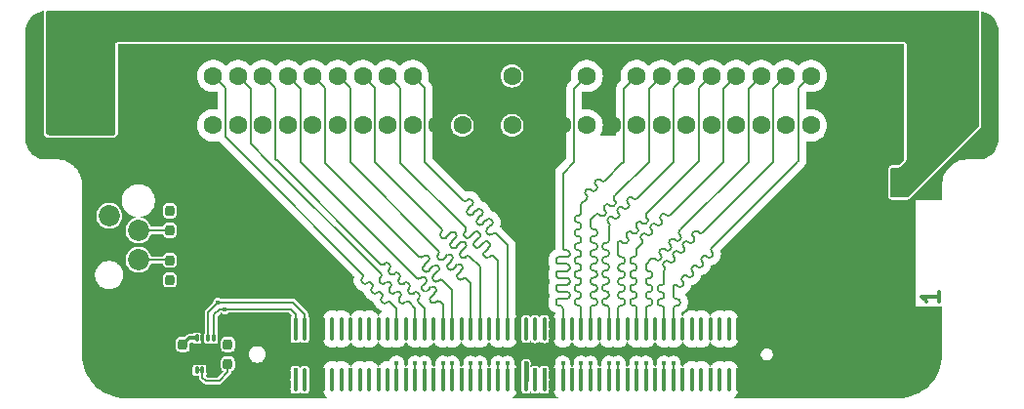
<source format=gtl>
G04 #@! TF.GenerationSoftware,KiCad,Pcbnew,8.0.6*
G04 #@! TF.CreationDate,2024-11-07T02:27:15-08:00*
G04 #@! TF.ProjectId,mse-50-ce,6d73652d-3530-42d6-9365-2e6b69636164,1*
G04 #@! TF.SameCoordinates,Original*
G04 #@! TF.FileFunction,Copper,L1,Top*
G04 #@! TF.FilePolarity,Positive*
%FSLAX46Y46*%
G04 Gerber Fmt 4.6, Leading zero omitted, Abs format (unit mm)*
G04 Created by KiCad (PCBNEW 8.0.6) date 2024-11-07 02:27:15*
%MOMM*%
%LPD*%
G01*
G04 APERTURE LIST*
G04 Aperture macros list*
%AMRoundRect*
0 Rectangle with rounded corners*
0 $1 Rounding radius*
0 $2 $3 $4 $5 $6 $7 $8 $9 X,Y pos of 4 corners*
0 Add a 4 corners polygon primitive as box body*
4,1,4,$2,$3,$4,$5,$6,$7,$8,$9,$2,$3,0*
0 Add four circle primitives for the rounded corners*
1,1,$1+$1,$2,$3*
1,1,$1+$1,$4,$5*
1,1,$1+$1,$6,$7*
1,1,$1+$1,$8,$9*
0 Add four rect primitives between the rounded corners*
20,1,$1+$1,$2,$3,$4,$5,0*
20,1,$1+$1,$4,$5,$6,$7,0*
20,1,$1+$1,$6,$7,$8,$9,0*
20,1,$1+$1,$8,$9,$2,$3,0*%
G04 Aperture macros list end*
%ADD10C,0.300000*%
G04 #@! TA.AperFunction,NonConductor*
%ADD11C,0.300000*%
G04 #@! TD*
G04 #@! TA.AperFunction,SMDPad,CuDef*
%ADD12RoundRect,0.100000X0.100000X0.900000X-0.100000X0.900000X-0.100000X-0.900000X0.100000X-0.900000X0*%
G04 #@! TD*
G04 #@! TA.AperFunction,SMDPad,CuDef*
%ADD13RoundRect,0.200000X0.200000X-0.250000X0.200000X0.250000X-0.200000X0.250000X-0.200000X-0.250000X0*%
G04 #@! TD*
G04 #@! TA.AperFunction,SMDPad,CuDef*
%ADD14RoundRect,0.200000X-0.200000X0.250000X-0.200000X-0.250000X0.200000X-0.250000X0.200000X0.250000X0*%
G04 #@! TD*
G04 #@! TA.AperFunction,SMDPad,CuDef*
%ADD15RoundRect,0.200000X-0.250000X-0.200000X0.250000X-0.200000X0.250000X0.200000X-0.250000X0.200000X0*%
G04 #@! TD*
G04 #@! TA.AperFunction,ComponentPad*
%ADD16C,1.600000*%
G04 #@! TD*
G04 #@! TA.AperFunction,ComponentPad*
%ADD17C,4.650000*%
G04 #@! TD*
G04 #@! TA.AperFunction,ComponentPad*
%ADD18C,6.400000*%
G04 #@! TD*
G04 #@! TA.AperFunction,SMDPad,CuDef*
%ADD19RoundRect,0.200000X0.250000X0.200000X-0.250000X0.200000X-0.250000X-0.200000X0.250000X-0.200000X0*%
G04 #@! TD*
G04 #@! TA.AperFunction,SMDPad,CuDef*
%ADD20RoundRect,0.046875X0.103125X-0.253125X0.103125X0.253125X-0.103125X0.253125X-0.103125X-0.253125X0*%
G04 #@! TD*
G04 #@! TA.AperFunction,SMDPad,CuDef*
%ADD21RoundRect,0.250000X0.550000X-0.550000X0.550000X0.550000X-0.550000X0.550000X-0.550000X-0.550000X0*%
G04 #@! TD*
G04 #@! TA.AperFunction,ComponentPad*
%ADD22C,1.850000*%
G04 #@! TD*
G04 #@! TA.AperFunction,ViaPad*
%ADD23C,0.450000*%
G04 #@! TD*
G04 #@! TA.AperFunction,Conductor*
%ADD24C,0.200000*%
G04 #@! TD*
G04 #@! TA.AperFunction,Conductor*
%ADD25C,0.300000*%
G04 #@! TD*
G04 #@! TA.AperFunction,Conductor*
%ADD26C,0.151400*%
G04 #@! TD*
G04 #@! TA.AperFunction,Conductor*
%ADD27C,0.400000*%
G04 #@! TD*
G04 APERTURE END LIST*
D10*
D11*
X-499172Y9428573D02*
X-499172Y8571430D01*
X-499172Y9000001D02*
X-1999172Y9000001D01*
X-1999172Y9000001D02*
X-1784886Y8857144D01*
X-1784886Y8857144D02*
X-1642029Y8714287D01*
X-1642029Y8714287D02*
X-1570600Y8571430D01*
D12*
G04 #@! TO.P,J1,1,Pin_1*
G04 #@! TO.N,GND*
X-57100000Y1800000D03*
G04 #@! TO.P,J1,2,Pin_2*
X-57100000Y6200000D03*
G04 #@! TO.P,J1,3,Pin_3*
G04 #@! TO.N,+3V3*
X-56300000Y1800001D03*
G04 #@! TO.P,J1,4,Pin_4*
G04 #@! TO.N,/PHY.ID_SDA*
X-56300000Y6199999D03*
G04 #@! TO.P,J1,5,Pin_5*
G04 #@! TO.N,unconnected-(J1-Pin_5-Pad5)*
X-55500000Y1800000D03*
G04 #@! TO.P,J1,6,Pin_6*
G04 #@! TO.N,/PHY.ID_SCL*
X-55500000Y6200000D03*
G04 #@! TO.P,J1,7,Pin_7*
G04 #@! TO.N,GND*
X-54700001Y1800000D03*
G04 #@! TO.P,J1,8,Pin_8*
X-54700001Y6200000D03*
G04 #@! TO.P,J1,9,Pin_9*
X-53900000Y1800000D03*
G04 #@! TO.P,J1,10,Pin_10*
X-53900000Y6200000D03*
G04 #@! TO.P,J1,11,Pin_11*
G04 #@! TO.N,/CON.DB12+*
X-53100000Y1800000D03*
G04 #@! TO.P,J1,12,Pin_12*
G04 #@! TO.N,/CON.DB12-*
X-53100000Y6200000D03*
G04 #@! TO.P,J1,13,Pin_13*
G04 #@! TO.N,/CON.DB13+*
X-52299999Y1800000D03*
G04 #@! TO.P,J1,14,Pin_14*
G04 #@! TO.N,/CON.DB13-*
X-52299999Y6200000D03*
G04 #@! TO.P,J1,15,Pin_15*
G04 #@! TO.N,GND*
X-51500000Y1800000D03*
G04 #@! TO.P,J1,16,Pin_16*
X-51500000Y6200000D03*
G04 #@! TO.P,J1,17,Pin_17*
G04 #@! TO.N,/CON.DB14+*
X-50700000Y1800001D03*
G04 #@! TO.P,J1,18,Pin_18*
G04 #@! TO.N,/CON.DB14-*
X-50700000Y6199999D03*
G04 #@! TO.P,J1,19,Pin_19*
G04 #@! TO.N,/CON.DB15+*
X-49900000Y1800000D03*
G04 #@! TO.P,J1,20,Pin_20*
G04 #@! TO.N,/CON.DB15-*
X-49900000Y6200000D03*
G04 #@! TO.P,J1,21,Pin_21*
G04 #@! TO.N,GND*
X-49100000Y1800000D03*
G04 #@! TO.P,J1,22,Pin_22*
X-49100000Y6200000D03*
G04 #@! TO.P,J1,23,Pin_23*
G04 #@! TO.N,/CON.DP1+*
X-48300000Y1800000D03*
G04 #@! TO.P,J1,24,Pin_24*
G04 #@! TO.N,/CON.DP1-*
X-48300000Y6200000D03*
G04 #@! TO.P,J1,25,Pin_25*
G04 #@! TO.N,/CON.DB0+*
X-47500000Y1800000D03*
G04 #@! TO.P,J1,26,Pin_26*
G04 #@! TO.N,/CON.DB0-*
X-47500000Y6200000D03*
G04 #@! TO.P,J1,27,Pin_27*
G04 #@! TO.N,GND*
X-46699999Y1800000D03*
G04 #@! TO.P,J1,28,Pin_28*
X-46699999Y6200000D03*
G04 #@! TO.P,J1,29,Pin_29*
G04 #@! TO.N,/CON.DB1+*
X-45900000Y1800000D03*
G04 #@! TO.P,J1,30,Pin_30*
G04 #@! TO.N,/CON.DB1-*
X-45900000Y6200000D03*
G04 #@! TO.P,J1,31,Pin_31*
G04 #@! TO.N,/CON.DB2+*
X-45100000Y1800001D03*
G04 #@! TO.P,J1,32,Pin_32*
G04 #@! TO.N,/CON.DB2-*
X-45100000Y6199999D03*
G04 #@! TO.P,J1,33,Pin_33*
G04 #@! TO.N,GND*
X-44300000Y1800000D03*
G04 #@! TO.P,J1,34,Pin_34*
X-44300000Y6200000D03*
G04 #@! TO.P,J1,35,Pin_35*
G04 #@! TO.N,/CON.DB3+*
X-43500000Y1800000D03*
G04 #@! TO.P,J1,36,Pin_36*
G04 #@! TO.N,/CON.DB3-*
X-43500000Y6200000D03*
G04 #@! TO.P,J1,37,Pin_37*
G04 #@! TO.N,/CON.DB4+*
X-42700000Y1800000D03*
G04 #@! TO.P,J1,38,Pin_38*
G04 #@! TO.N,/CON.DB4-*
X-42700000Y6200000D03*
G04 #@! TO.P,J1,39,Pin_39*
G04 #@! TO.N,GND*
X-41900000Y1800000D03*
G04 #@! TO.P,J1,40,Pin_40*
X-41900000Y6200000D03*
G04 #@! TO.P,J1,41,Pin_41*
G04 #@! TO.N,/CON.DB5+*
X-41099999Y1800000D03*
G04 #@! TO.P,J1,42,Pin_42*
G04 #@! TO.N,/CON.DB5-*
X-41099999Y6200000D03*
G04 #@! TO.P,J1,43,Pin_43*
G04 #@! TO.N,/CON.DB6+*
X-40300000Y1800000D03*
G04 #@! TO.P,J1,44,Pin_44*
G04 #@! TO.N,/CON.DB6-*
X-40300000Y6200000D03*
G04 #@! TO.P,J1,45,Pin_45*
G04 #@! TO.N,GND*
X-39500000Y1800001D03*
G04 #@! TO.P,J1,46,Pin_46*
X-39500000Y6199999D03*
G04 #@! TO.P,J1,47,Pin_47*
G04 #@! TO.N,/CON.DB7+*
X-38700000Y1800000D03*
G04 #@! TO.P,J1,48,Pin_48*
G04 #@! TO.N,/CON.DB7-*
X-38700000Y6200000D03*
G04 #@! TO.P,J1,49,Pin_49*
G04 #@! TO.N,/CON.DP0+*
X-37900000Y1800000D03*
G04 #@! TO.P,J1,50,Pin_50*
G04 #@! TO.N,/CON.DP0-*
X-37900000Y6200000D03*
G04 #@! TO.P,J1,51,Pin_51*
G04 #@! TO.N,GND*
X-37100000Y1800000D03*
G04 #@! TO.P,J1,52,Pin_52*
X-37100000Y6200000D03*
G04 #@! TO.P,J1,53,Pin_53*
G04 #@! TO.N,/CON.DIFFSENSE*
X-36300000Y1800000D03*
G04 #@! TO.P,J1,54,Pin_54*
G04 #@! TO.N,unconnected-(J1-Pin_54-Pad54)*
X-36300000Y6200000D03*
G04 #@! TO.P,J1,55,Pin_55*
G04 #@! TO.N,/CON.TERMPWR*
X-35500000Y1800001D03*
G04 #@! TO.P,J1,56,Pin_56*
X-35500000Y6199999D03*
G04 #@! TO.P,J1,57,Pin_57*
X-34700000Y1800000D03*
G04 #@! TO.P,J1,58,Pin_58*
X-34700000Y6200000D03*
G04 #@! TO.P,J1,59,Pin_59*
G04 #@! TO.N,GND*
X-33900001Y1800000D03*
G04 #@! TO.P,J1,60,Pin_60*
X-33900001Y6200000D03*
G04 #@! TO.P,J1,61,Pin_61*
G04 #@! TO.N,/CON.ATN+*
X-33100000Y1800000D03*
G04 #@! TO.P,J1,62,Pin_62*
G04 #@! TO.N,/CON.ATN-*
X-33100000Y6200000D03*
G04 #@! TO.P,J1,63,Pin_63*
G04 #@! TO.N,GND*
X-32300000Y1800000D03*
G04 #@! TO.P,J1,64,Pin_64*
X-32300000Y6200000D03*
G04 #@! TO.P,J1,65,Pin_65*
G04 #@! TO.N,/CON.BSY+*
X-31500000Y1800000D03*
G04 #@! TO.P,J1,66,Pin_66*
G04 #@! TO.N,/CON.BSY-*
X-31500000Y6200000D03*
G04 #@! TO.P,J1,67,Pin_67*
G04 #@! TO.N,/CON.ACK+*
X-30700000Y1800000D03*
G04 #@! TO.P,J1,68,Pin_68*
G04 #@! TO.N,/CON.ACK-*
X-30700000Y6200000D03*
G04 #@! TO.P,J1,69,Pin_69*
G04 #@! TO.N,GND*
X-29900000Y1800001D03*
G04 #@! TO.P,J1,70,Pin_70*
X-29900000Y6199999D03*
G04 #@! TO.P,J1,71,Pin_71*
G04 #@! TO.N,/CON.RST+*
X-29100000Y1800000D03*
G04 #@! TO.P,J1,72,Pin_72*
G04 #@! TO.N,/CON.RST-*
X-29100000Y6200000D03*
G04 #@! TO.P,J1,73,Pin_73*
G04 #@! TO.N,/CON.MSG+*
X-28300001Y1800000D03*
G04 #@! TO.P,J1,74,Pin_74*
G04 #@! TO.N,/CON.MSG-*
X-28300001Y6200000D03*
G04 #@! TO.P,J1,75,Pin_75*
G04 #@! TO.N,GND*
X-27500000Y1800000D03*
G04 #@! TO.P,J1,76,Pin_76*
X-27500000Y6200000D03*
G04 #@! TO.P,J1,77,Pin_77*
G04 #@! TO.N,/CON.SEL+*
X-26700000Y1800000D03*
G04 #@! TO.P,J1,78,Pin_78*
G04 #@! TO.N,/CON.SEL-*
X-26700000Y6200000D03*
G04 #@! TO.P,J1,79,Pin_79*
G04 #@! TO.N,/CON.C{slash}D+*
X-25900000Y1800000D03*
G04 #@! TO.P,J1,80,Pin_80*
G04 #@! TO.N,/CON.C{slash}D-*
X-25900000Y6200000D03*
G04 #@! TO.P,J1,81,Pin_81*
G04 #@! TO.N,GND*
X-25100000Y1800000D03*
G04 #@! TO.P,J1,82,Pin_82*
X-25100000Y6200000D03*
G04 #@! TO.P,J1,83,Pin_83*
G04 #@! TO.N,/CON.REQ+*
X-24300000Y1800001D03*
G04 #@! TO.P,J1,84,Pin_84*
G04 #@! TO.N,/CON.REQ-*
X-24300000Y6199999D03*
G04 #@! TO.P,J1,85,Pin_85*
G04 #@! TO.N,/CON.I{slash}O+*
X-23500000Y1800000D03*
G04 #@! TO.P,J1,86,Pin_86*
G04 #@! TO.N,/CON.I{slash}O-*
X-23500000Y6200000D03*
G04 #@! TO.P,J1,87,Pin_87*
G04 #@! TO.N,GND*
X-22700001Y1800000D03*
G04 #@! TO.P,J1,88,Pin_88*
X-22700001Y6200000D03*
G04 #@! TO.P,J1,89,Pin_89*
G04 #@! TO.N,/CON.DB8+*
X-21900000Y1800000D03*
G04 #@! TO.P,J1,90,Pin_90*
G04 #@! TO.N,/CON.DB8-*
X-21900000Y6200000D03*
G04 #@! TO.P,J1,91,Pin_91*
G04 #@! TO.N,/CON.DB9+*
X-21100000Y1800000D03*
G04 #@! TO.P,J1,92,Pin_92*
G04 #@! TO.N,/CON.DB9-*
X-21100000Y6200000D03*
G04 #@! TO.P,J1,93,Pin_93*
G04 #@! TO.N,GND*
X-20299999Y1800000D03*
G04 #@! TO.P,J1,94,Pin_94*
X-20299999Y6200000D03*
G04 #@! TO.P,J1,95,Pin_95*
G04 #@! TO.N,/CON.DB10+*
X-19500000Y1800000D03*
G04 #@! TO.P,J1,96,Pin_96*
G04 #@! TO.N,/CON.DB10-*
X-19500000Y6200000D03*
G04 #@! TO.P,J1,97,Pin_97*
G04 #@! TO.N,/CON.DB11+*
X-18700000Y1800001D03*
G04 #@! TO.P,J1,98,Pin_98*
G04 #@! TO.N,/CON.DB11-*
X-18700000Y6199999D03*
G04 #@! TO.P,J1,99,Pin_99*
G04 #@! TO.N,GND*
X-17900000Y1800000D03*
G04 #@! TO.P,J1,100,Pin_100*
X-17900000Y6200000D03*
G04 #@! TD*
D13*
G04 #@! TO.P,R3,1*
G04 #@! TO.N,+3V3*
X-67200000Y10450000D03*
G04 #@! TO.P,R3,2*
G04 #@! TO.N,/PHY.ID_SCL*
X-67200000Y12150000D03*
G04 #@! TD*
D14*
G04 #@! TO.P,R2,1*
G04 #@! TO.N,+3V3*
X-67200000Y16450000D03*
G04 #@! TO.P,R2,2*
G04 #@! TO.N,/PHY.ID_SDA*
X-67200000Y14750000D03*
G04 #@! TD*
D15*
G04 #@! TO.P,C2,1*
G04 #@! TO.N,GND*
X-5750000Y19600000D03*
G04 #@! TO.P,C2,2*
G04 #@! TO.N,Net-(C2-Pad2)*
X-4050000Y19600000D03*
G04 #@! TD*
D16*
G04 #@! TO.P,J5,1,Pin_1*
G04 #@! TO.N,/CON.DB0+*
X-63420000Y23855000D03*
G04 #@! TO.P,J5,2,Pin_2*
G04 #@! TO.N,/CON.DB1+*
X-61260000Y23855000D03*
G04 #@! TO.P,J5,3,Pin_3*
G04 #@! TO.N,/CON.DB2+*
X-59100000Y23855000D03*
G04 #@! TO.P,J5,4,Pin_4*
G04 #@! TO.N,/CON.DB3+*
X-56940000Y23855000D03*
G04 #@! TO.P,J5,5,Pin_5*
G04 #@! TO.N,/CON.DB4+*
X-54780000Y23855000D03*
G04 #@! TO.P,J5,6,Pin_6*
G04 #@! TO.N,/CON.DB5+*
X-52620000Y23855000D03*
G04 #@! TO.P,J5,7,Pin_7*
G04 #@! TO.N,/CON.DB6+*
X-50460000Y23855000D03*
G04 #@! TO.P,J5,8,Pin_8*
G04 #@! TO.N,/CON.DB7+*
X-48300000Y23855000D03*
G04 #@! TO.P,J5,9,Pin_9*
G04 #@! TO.N,/CON.DP0+*
X-46140000Y23855000D03*
G04 #@! TO.P,J5,10,Pin_10*
G04 #@! TO.N,GND*
X-43980000Y23855000D03*
G04 #@! TO.P,J5,11,Pin_11*
G04 #@! TO.N,/CON.DIFFSENSE*
X-41820000Y23855000D03*
G04 #@! TO.P,J5,12,Pin_12*
G04 #@! TO.N,GND*
X-39660000Y23855000D03*
G04 #@! TO.P,J5,13,Pin_13*
G04 #@! TO.N,unconnected-(J5-Pin_13-Pad13)*
X-37500000Y23855000D03*
G04 #@! TO.P,J5,14,Pin_14*
G04 #@! TO.N,GND*
X-35340000Y23855000D03*
G04 #@! TO.P,J5,15,Pin_15*
X-33180000Y23855000D03*
G04 #@! TO.P,J5,16,Pin_16*
G04 #@! TO.N,/CON.ATN+*
X-31020000Y23855000D03*
G04 #@! TO.P,J5,17,Pin_17*
G04 #@! TO.N,GND*
X-28860000Y23855000D03*
G04 #@! TO.P,J5,18,Pin_18*
G04 #@! TO.N,/CON.BSY+*
X-26700000Y23855000D03*
G04 #@! TO.P,J5,19,Pin_19*
G04 #@! TO.N,/CON.ACK+*
X-24540000Y23855000D03*
G04 #@! TO.P,J5,20,Pin_20*
G04 #@! TO.N,/CON.RST+*
X-22380000Y23855000D03*
G04 #@! TO.P,J5,21,Pin_21*
G04 #@! TO.N,/CON.MSG+*
X-20220000Y23855000D03*
G04 #@! TO.P,J5,22,Pin_22*
G04 #@! TO.N,/CON.SEL+*
X-18060000Y23855000D03*
G04 #@! TO.P,J5,23,Pin_23*
G04 #@! TO.N,/CON.C{slash}D+*
X-15900000Y23855000D03*
G04 #@! TO.P,J5,24,Pin_24*
G04 #@! TO.N,/CON.REQ+*
X-13740000Y23855000D03*
G04 #@! TO.P,J5,25,Pin_25*
G04 #@! TO.N,/CON.I{slash}O+*
X-11580000Y23855000D03*
G04 #@! TO.P,J5,26,Pin_26*
G04 #@! TO.N,/CON.DB0-*
X-63420000Y28145000D03*
G04 #@! TO.P,J5,27,Pin_27*
G04 #@! TO.N,/CON.DB1-*
X-61260000Y28145000D03*
G04 #@! TO.P,J5,28,Pin_28*
G04 #@! TO.N,/CON.DB2-*
X-59100000Y28145000D03*
G04 #@! TO.P,J5,29,Pin_29*
G04 #@! TO.N,/CON.DB3-*
X-56940000Y28145000D03*
G04 #@! TO.P,J5,30,Pin_30*
G04 #@! TO.N,/CON.DB4-*
X-54780000Y28145000D03*
G04 #@! TO.P,J5,31,Pin_31*
G04 #@! TO.N,/CON.DB5-*
X-52620000Y28145000D03*
G04 #@! TO.P,J5,32,Pin_32*
G04 #@! TO.N,/CON.DB6-*
X-50460000Y28145000D03*
G04 #@! TO.P,J5,33,Pin_33*
G04 #@! TO.N,/CON.DB7-*
X-48300000Y28145000D03*
G04 #@! TO.P,J5,34,Pin_34*
G04 #@! TO.N,/CON.DP0-*
X-46140000Y28145000D03*
G04 #@! TO.P,J5,35,Pin_35*
G04 #@! TO.N,GND*
X-43980000Y28145000D03*
G04 #@! TO.P,J5,36,Pin_36*
X-41820000Y28145000D03*
G04 #@! TO.P,J5,37,Pin_37*
X-39660000Y28145000D03*
G04 #@! TO.P,J5,38,Pin_38*
G04 #@! TO.N,/CON.TERMPWR*
X-37500000Y28145000D03*
G04 #@! TO.P,J5,39,Pin_39*
G04 #@! TO.N,GND*
X-35340000Y28145000D03*
G04 #@! TO.P,J5,40,Pin_40*
X-33180000Y28145000D03*
G04 #@! TO.P,J5,41,Pin_41*
G04 #@! TO.N,/CON.ATN-*
X-31020000Y28145000D03*
G04 #@! TO.P,J5,42,Pin_42*
G04 #@! TO.N,GND*
X-28860000Y28145000D03*
G04 #@! TO.P,J5,43,Pin_43*
G04 #@! TO.N,/CON.BSY-*
X-26700000Y28145000D03*
G04 #@! TO.P,J5,44,Pin_44*
G04 #@! TO.N,/CON.ACK-*
X-24540000Y28145000D03*
G04 #@! TO.P,J5,45,Pin_45*
G04 #@! TO.N,/CON.RST-*
X-22380000Y28145000D03*
G04 #@! TO.P,J5,46,Pin_46*
G04 #@! TO.N,/CON.MSG-*
X-20220000Y28145000D03*
G04 #@! TO.P,J5,47,Pin_47*
G04 #@! TO.N,/CON.SEL-*
X-18060000Y28145000D03*
G04 #@! TO.P,J5,48,Pin_48*
G04 #@! TO.N,/CON.C{slash}D-*
X-15900000Y28145000D03*
G04 #@! TO.P,J5,49,Pin_49*
G04 #@! TO.N,/CON.REQ-*
X-13740000Y28145000D03*
G04 #@! TO.P,J5,50,Pin_50*
G04 #@! TO.N,/CON.I{slash}O-*
X-11580000Y28145000D03*
D17*
G04 #@! TO.P,J5,SHIELD,SHIELD*
G04 #@! TO.N,Net-(C2-Pad2)*
X-75000Y26000000D03*
X-74925000Y26000000D03*
G04 #@! TD*
D13*
G04 #@! TO.P,C1,1*
G04 #@! TO.N,GND*
X-66050000Y3150000D03*
G04 #@! TO.P,C1,2*
G04 #@! TO.N,+3V3*
X-66050000Y4850000D03*
G04 #@! TD*
D18*
G04 #@! TO.P,H4,1,1*
G04 #@! TO.N,GND*
X-4000000Y4000000D03*
G04 #@! TD*
D19*
G04 #@! TO.P,R4,1*
G04 #@! TO.N,Net-(C2-Pad2)*
X-4050000Y18200000D03*
G04 #@! TO.P,R4,2*
G04 #@! TO.N,GND*
X-5750000Y18200000D03*
G04 #@! TD*
D13*
G04 #@! TO.P,R1,1*
G04 #@! TO.N,Net-(U1-E0)*
X-62150000Y3150000D03*
G04 #@! TO.P,R1,2*
G04 #@! TO.N,+3V3*
X-62150000Y4850000D03*
G04 #@! TD*
D20*
G04 #@! TO.P,U1,1,E0*
G04 #@! TO.N,Net-(U1-E0)*
X-64850001Y2600000D03*
G04 #@! TO.P,U1,2,E1*
X-64350000Y2600000D03*
G04 #@! TO.P,U1,3,E2*
G04 #@! TO.N,GND*
X-63850000Y2600000D03*
G04 #@! TO.P,U1,4,VSS*
X-63349999Y2600000D03*
G04 #@! TO.P,U1,5,SDA*
G04 #@! TO.N,/PHY.ID_SDA*
X-63349999Y5400000D03*
G04 #@! TO.P,U1,6,SCL*
G04 #@! TO.N,/PHY.ID_SCL*
X-63850000Y5400000D03*
G04 #@! TO.P,U1,7,~{WC}*
G04 #@! TO.N,GND*
X-64350000Y5400000D03*
G04 #@! TO.P,U1,8,VCC*
G04 #@! TO.N,+3V3*
X-64850001Y5400000D03*
D21*
G04 #@! TO.P,U1,EP,VSS*
G04 #@! TO.N,GND*
X-64100000Y4000000D03*
G04 #@! TD*
D22*
G04 #@! TO.P,J3,1,Pin_1*
G04 #@! TO.N,+3V3*
X-72440000Y16010000D03*
G04 #@! TO.P,J3,2,Pin_2*
G04 #@! TO.N,/PHY.ID_SDA*
X-69900000Y14740000D03*
G04 #@! TO.P,J3,3,Pin_3*
G04 #@! TO.N,GND*
X-72440000Y13470000D03*
G04 #@! TO.P,J3,4,Pin_4*
G04 #@! TO.N,/PHY.ID_SCL*
X-69900000Y12200000D03*
G04 #@! TD*
D18*
G04 #@! TO.P,H3,1,1*
G04 #@! TO.N,GND*
X-71000000Y4000000D03*
G04 #@! TD*
D23*
G04 #@! TO.N,GND*
X-20300000Y5400000D03*
X-22700000Y1800000D03*
X-49100000Y1800000D03*
X-53900000Y1000000D03*
X-29900000Y2600000D03*
X-39500000Y6200000D03*
X-39500000Y1800000D03*
X-44300000Y7000000D03*
X-49100000Y6200000D03*
X-64650000Y4000000D03*
X-46700000Y6200000D03*
X-51500000Y2600000D03*
X-53900000Y3200000D03*
X-27500000Y2600000D03*
X-39500000Y7000000D03*
X-32300000Y1800000D03*
X-53900000Y5400000D03*
X-20300000Y1800000D03*
X-17900000Y3200000D03*
X-44300000Y3200000D03*
X-41900000Y3200000D03*
X-53900000Y2600000D03*
X-37100000Y5400000D03*
X-63600000Y4000000D03*
X-25100000Y7000000D03*
X-39500000Y5400000D03*
X-33900000Y1000000D03*
X-41900000Y1000000D03*
X-64100000Y4500000D03*
X-33900000Y2600000D03*
X-49100000Y2600000D03*
X-33900000Y6200000D03*
X-51500000Y5400000D03*
X-44300000Y6200000D03*
X-27500000Y6200000D03*
X-39500000Y1000000D03*
X-25100000Y1800000D03*
X-41900000Y7000000D03*
X-53900000Y7000000D03*
X-41900000Y6200000D03*
X-27500000Y5400000D03*
X-54700000Y6200000D03*
X-29900000Y1000000D03*
X-20300000Y1000000D03*
X-53900000Y1800000D03*
X-51500000Y6200000D03*
X-20300000Y2600000D03*
X-22700000Y1000000D03*
X-44300000Y5400000D03*
X-33900000Y1800000D03*
X-32300000Y5400000D03*
X-20300000Y6200000D03*
X-25100000Y3200000D03*
X-39500000Y3200000D03*
X-37100000Y6200000D03*
X-25100000Y2600000D03*
X-33900000Y3200000D03*
X-37100000Y7000000D03*
X-39500000Y2600000D03*
X-25100000Y6200000D03*
X-33900000Y7000000D03*
X-22700000Y3200000D03*
X-51500000Y7000000D03*
X-54700000Y7000000D03*
X-29900000Y7000000D03*
X-27500000Y3200000D03*
X-44300000Y1800000D03*
X-22700000Y2600000D03*
X-17900000Y5400000D03*
X-41900000Y2600000D03*
X-17900000Y7000000D03*
X-44300000Y1000000D03*
X-32300000Y7000000D03*
X-51500000Y1800000D03*
X-54700000Y5400000D03*
X-22700000Y6200000D03*
X-57100000Y5400000D03*
X-37100000Y1800000D03*
X-46700000Y1000000D03*
X-25100000Y1000000D03*
X-32300000Y2600000D03*
X-44300000Y2600000D03*
X-46700000Y5400000D03*
X-54700000Y1800000D03*
X-22700000Y7000000D03*
X-46700000Y2600000D03*
X-37100000Y1000000D03*
X-46700000Y3200000D03*
X-51500000Y3200000D03*
X-37100000Y2600000D03*
X-51500000Y1000000D03*
X-17900000Y1000000D03*
X-20300000Y7000000D03*
X-57100000Y6200000D03*
X-32300000Y1000000D03*
X-20300000Y3200000D03*
X-33900000Y5400000D03*
X-46700000Y1800000D03*
X-29900000Y5400000D03*
X-49100000Y3200000D03*
X-27500000Y1800000D03*
X-41900000Y1800000D03*
X-53900000Y6200000D03*
X-41900000Y5400000D03*
X-29900000Y3200000D03*
X-29900000Y6200000D03*
X-49100000Y5400000D03*
X-54700000Y2600000D03*
X-49100000Y7000000D03*
X-49100000Y1000000D03*
X-32300000Y3200000D03*
X-54700000Y3200000D03*
X-46700000Y7000000D03*
X-29900000Y1800000D03*
X-25100000Y5400000D03*
X-64100000Y3500000D03*
X-32300000Y6200000D03*
X-17900000Y6200000D03*
X-27500000Y1000000D03*
X-57100000Y7000000D03*
X-22700000Y5400000D03*
X-17900000Y2600000D03*
X-54700000Y1000000D03*
X-37100000Y3200000D03*
X-17900000Y1800000D03*
X-27500000Y7000000D03*
X-66050000Y3150000D03*
G04 #@! TO.N,/PHY.ID_SCL*
X-67200000Y12150000D03*
X-63000000Y8500000D03*
G04 #@! TO.N,+3V3*
X-56300000Y1800000D03*
X-67200000Y16500000D03*
X-67200000Y10500000D03*
X-66050000Y4850000D03*
X-56300000Y1000000D03*
X-56300000Y2600000D03*
X-62150000Y4850000D03*
G04 #@! TO.N,/PHY.ID_SDA*
X-67200000Y14750000D03*
X-62400000Y7900000D03*
G04 #@! TO.N,/CON.C{slash}D+*
X-25900000Y3200000D03*
G04 #@! TO.N,/CON.ACK+*
X-30700000Y3200000D03*
G04 #@! TO.N,/CON.TERMPWR*
X-35500000Y6200000D03*
X-35500000Y1000000D03*
X-34700000Y5400000D03*
X-35500000Y1800000D03*
X-35500000Y7000000D03*
X-35500000Y2600000D03*
X-34700000Y6200000D03*
X-35500000Y5400000D03*
X-34700000Y2600000D03*
X-34700000Y1000000D03*
X-34700000Y1800000D03*
X-34700000Y7000000D03*
G04 #@! TO.N,/CON.BSY+*
X-31500000Y3200000D03*
G04 #@! TO.N,/CON.DB5+*
X-41100000Y3200000D03*
G04 #@! TO.N,/CON.DP0+*
X-37900000Y3200000D03*
G04 #@! TO.N,/CON.SEL+*
X-26700000Y3200000D03*
G04 #@! TO.N,/CON.ATN+*
X-33100000Y3200000D03*
G04 #@! TO.N,/CON.DB7+*
X-38700000Y3200000D03*
G04 #@! TO.N,/CON.REQ+*
X-24300000Y3200000D03*
G04 #@! TO.N,/CON.MSG+*
X-28300000Y3200000D03*
G04 #@! TO.N,/CON.DB3+*
X-43500000Y3200000D03*
G04 #@! TO.N,/CON.DIFFSENSE*
X-36300000Y3200000D03*
G04 #@! TO.N,/CON.I{slash}O+*
X-23500000Y3200000D03*
G04 #@! TO.N,/CON.DB4+*
X-42700000Y3200000D03*
G04 #@! TO.N,/CON.RST+*
X-29100000Y3200000D03*
G04 #@! TO.N,/CON.DB6+*
X-40300000Y3200000D03*
G04 #@! TO.N,/CON.DB1+*
X-45900000Y3200000D03*
G04 #@! TO.N,/CON.DB2+*
X-45100000Y3200000D03*
G04 #@! TO.N,/CON.DB0+*
X-47500000Y3200000D03*
G04 #@! TD*
D24*
G04 #@! TO.N,/PHY.ID_SCL*
X-67600000Y12200000D02*
X-69900000Y12200000D01*
X-63850000Y5400000D02*
X-63850000Y7650000D01*
X-56500000Y8500000D02*
X-55500000Y7500000D01*
X-67200000Y12150000D02*
X-67550000Y12150000D01*
X-63000000Y8500000D02*
X-56500000Y8500000D01*
X-67550000Y12150000D02*
X-67600000Y12200000D01*
X-63850000Y7650000D02*
X-63000000Y8500000D01*
X-55500000Y7500000D02*
X-55500000Y6200000D01*
D25*
G04 #@! TO.N,+3V3*
X-64850001Y5400000D02*
X-65500000Y5400000D01*
X-65500000Y5400000D02*
X-66050000Y4850000D01*
D24*
G04 #@! TO.N,/PHY.ID_SDA*
X-62900000Y7900000D02*
X-63349999Y7450001D01*
X-56300000Y7500000D02*
X-56700000Y7900000D01*
X-63349999Y7450001D02*
X-63349999Y5400000D01*
X-67200000Y14750000D02*
X-69890000Y14750000D01*
X-62600000Y7900000D02*
X-62900000Y7900000D01*
X-69890000Y14750000D02*
X-69900000Y14740000D01*
X-56300000Y6199999D02*
X-56300000Y7500000D01*
X-56700000Y7900000D02*
X-62600000Y7900000D01*
D26*
G04 #@! TO.N,/CON.C{slash}D+*
X-25900000Y1800000D02*
X-25900000Y3200000D01*
G04 #@! TO.N,/CON.DB4-*
X-42700000Y6200000D02*
X-42700000Y9600000D01*
X-44541898Y11441898D02*
X-44541897Y11441897D01*
X-45560136Y12460135D02*
X-45644987Y12544987D01*
X-45644987Y12544987D02*
X-53704300Y20604300D01*
X-53704300Y20664760D02*
X-53704300Y27069300D01*
X-44351899Y10783365D02*
X-44287339Y10847928D01*
X-44966165Y11866165D02*
X-44966164Y11866164D01*
X-45200433Y11631898D02*
X-44966165Y11866165D01*
X-44267044Y10359098D02*
X-44351899Y10443953D01*
X-44117631Y11017631D02*
X-43883364Y11251899D01*
X-53704300Y27069300D02*
X-54780000Y28145000D01*
X-42700000Y9600000D02*
X-43523659Y10423659D01*
X-45156182Y12524676D02*
X-45220724Y12460135D01*
X-43883364Y11591310D02*
X-43968219Y11676165D01*
X-53704300Y20604300D02*
X-53704300Y20664760D01*
X-44287339Y10847928D02*
X-44117633Y11017634D01*
X-45115576Y11207630D02*
X-45200432Y11292486D01*
X-44117633Y11017634D02*
X-44117631Y11017631D01*
X-44796459Y12035870D02*
X-44731917Y12100412D01*
X-44541897Y11441897D02*
X-44776166Y11207631D01*
X-43863071Y10423659D02*
X-43927634Y10359099D01*
X-44966164Y11866164D02*
X-44796459Y12035870D01*
X-44731917Y12439823D02*
X-44816770Y12524676D01*
X-44307630Y11676165D02*
X-44541898Y11441898D01*
X-44731917Y12100412D02*
G75*
G03*
X-44731934Y12439805I-169683J169688D01*
G01*
X-43883364Y11251899D02*
G75*
G03*
X-43883368Y11591306I-169736J169701D01*
G01*
X-44351899Y10443953D02*
G75*
G02*
X-44351940Y10783406I169699J169747D01*
G01*
X-43523659Y10423659D02*
G75*
G03*
X-43863071Y10423659I-169706J-169701D01*
G01*
X-44776166Y11207631D02*
G75*
G02*
X-45115605Y11207601I-169734J169669D01*
G01*
X-44816770Y12524676D02*
G75*
G03*
X-45156182Y12524676I-169706J-169704D01*
G01*
X-45220724Y12460135D02*
G75*
G02*
X-45560136Y12460135I-169706J169704D01*
G01*
X-43968219Y11676165D02*
G75*
G03*
X-44307629Y11676165I-169705J-169703D01*
G01*
X-45200432Y11292486D02*
G75*
G02*
X-45200441Y11631905I169732J169714D01*
G01*
X-43927634Y10359099D02*
G75*
G02*
X-44267004Y10359137I-169666J169701D01*
G01*
G04 #@! TO.N,/CON.ACK+*
X-30700000Y1800000D02*
X-30700000Y3200000D01*
G04 #@! TO.N,/CON.BSY-*
X-31740000Y8237206D02*
X-31830236Y8237206D01*
X-30191850Y18647561D02*
X-30255665Y18711376D01*
X-31740000Y15437206D02*
X-31830247Y15437206D01*
X-29831401Y19135639D02*
X-29767585Y19071823D01*
X-32070242Y12077206D02*
X-32070242Y12197206D01*
X-32070242Y13277206D02*
X-32070242Y13397206D01*
X-31740000Y10637206D02*
X-31830242Y10637206D01*
X-32070242Y9677206D02*
X-32070242Y9797206D01*
X-31500000Y12677206D02*
X-31500000Y12797206D01*
X-31830242Y11237206D02*
X-31740000Y11237206D01*
X-32070242Y14477206D02*
X-32070242Y14597206D01*
X-29428173Y19071824D02*
X-29343321Y19156678D01*
X-31500000Y11477206D02*
X-31500000Y11597206D01*
X-27784300Y20715700D02*
X-27784300Y27060700D01*
X-31830242Y12437206D02*
X-31740000Y12437206D01*
X-27786952Y20713048D02*
X-27784300Y20715700D01*
X-32070242Y10877206D02*
X-32070242Y10997206D01*
X-31500000Y17000000D02*
X-31040381Y17459619D01*
X-31740000Y13037206D02*
X-31830242Y13037206D01*
X-30679929Y18287107D02*
X-30616115Y18223293D01*
X-31830242Y13637206D02*
X-31740000Y13637206D01*
X-31830236Y8837206D02*
X-31740000Y8837206D01*
X-31740000Y9437206D02*
X-31830242Y9437206D01*
X-31500000Y6200000D02*
X-31500000Y7997206D01*
X-32070247Y15677206D02*
X-32070247Y15797206D01*
X-31830242Y14837206D02*
X-31740000Y14837206D01*
X-32070236Y8477206D02*
X-32070236Y8597206D01*
X-31830242Y10037206D02*
X-31740000Y10037206D01*
X-31500000Y15077206D02*
X-31500000Y15197206D01*
X-31500000Y10277206D02*
X-31500000Y10397206D01*
X-31500000Y16397206D02*
X-31500000Y17000000D01*
X-31830247Y16037206D02*
X-31740000Y16037206D01*
X-30191851Y18308148D02*
X-30191851Y18308149D01*
X-31500000Y16277206D02*
X-31500000Y16397206D01*
X-30255666Y19050786D02*
X-30170811Y19135640D01*
X-31740000Y11837206D02*
X-31830242Y11837206D01*
X-31500000Y9077206D02*
X-31500000Y9197206D01*
X-31104194Y18202254D02*
X-31019339Y18287108D01*
X-31740000Y14237206D02*
X-31830242Y14237206D01*
X-27784300Y27060700D02*
X-26700000Y28145000D01*
X-29343321Y19156678D02*
X-28035172Y20464828D01*
X-28035172Y20464828D02*
X-27786952Y20713048D01*
X-30276703Y18223294D02*
X-30191851Y18308148D01*
X-31500000Y13877206D02*
X-31500000Y13997206D01*
X-31040380Y17799031D02*
X-31104193Y17862844D01*
X-31040381Y17459619D02*
G75*
G03*
X-31040405Y17799006I-169719J169681D01*
G01*
X-30170811Y19135640D02*
G75*
G02*
X-29831395Y19135646I169711J-169740D01*
G01*
X-30191851Y18308149D02*
G75*
G03*
X-30191805Y18647605I-169749J169751D01*
G01*
X-31500000Y12797206D02*
G75*
G03*
X-31740000Y13037200I-240000J-6D01*
G01*
X-31830242Y9437206D02*
G75*
G02*
X-32070194Y9677206I42J239994D01*
G01*
X-31830242Y10637206D02*
G75*
G02*
X-32070194Y10877206I42J239994D01*
G01*
X-31500000Y10397206D02*
G75*
G03*
X-31740000Y10637200I-240000J-6D01*
G01*
X-30616115Y18223293D02*
G75*
G03*
X-30276694Y18223284I169715J169707D01*
G01*
X-32070242Y13397206D02*
G75*
G02*
X-31830242Y13637242I240042J-6D01*
G01*
X-32070242Y14597206D02*
G75*
G02*
X-31830242Y14837242I240042J-6D01*
G01*
X-30255665Y18711376D02*
G75*
G02*
X-30255685Y19050805I169665J169724D01*
G01*
X-31500000Y11597206D02*
G75*
G03*
X-31740000Y11837200I-240000J-6D01*
G01*
X-31740000Y16037206D02*
G75*
G03*
X-31500006Y16277206I0J239994D01*
G01*
X-31830247Y15437206D02*
G75*
G02*
X-32070194Y15677206I47J239994D01*
G01*
X-31740000Y10037206D02*
G75*
G03*
X-31500006Y10277206I0J239994D01*
G01*
X-31500000Y13997206D02*
G75*
G03*
X-31740000Y14237200I-240000J-6D01*
G01*
X-31500000Y9197206D02*
G75*
G03*
X-31740000Y9437200I-240000J-6D01*
G01*
X-32070242Y10997206D02*
G75*
G02*
X-31830242Y11237242I240042J-6D01*
G01*
X-31104193Y17862844D02*
G75*
G02*
X-31104145Y18202204I169693J169656D01*
G01*
X-31500000Y15197206D02*
G75*
G03*
X-31740000Y15437200I-240000J-6D01*
G01*
X-31019339Y18287108D02*
G75*
G02*
X-30679895Y18287142I169739J-169708D01*
G01*
X-31830242Y14237206D02*
G75*
G02*
X-32070194Y14477206I42J239994D01*
G01*
X-31740000Y13637206D02*
G75*
G03*
X-31500006Y13877206I0J239994D01*
G01*
X-31740000Y11237206D02*
G75*
G03*
X-31500006Y11477206I0J239994D01*
G01*
X-31740000Y8837206D02*
G75*
G03*
X-31500006Y9077206I0J239994D01*
G01*
X-32070236Y8597206D02*
G75*
G02*
X-31830236Y8837236I240036J-6D01*
G01*
X-32070247Y15797206D02*
G75*
G02*
X-31830247Y16037247I240047J-6D01*
G01*
X-31500000Y7997206D02*
G75*
G03*
X-31740000Y8237200I-240000J-6D01*
G01*
X-31740000Y14837206D02*
G75*
G03*
X-31500006Y15077206I0J239994D01*
G01*
X-32070242Y9797206D02*
G75*
G02*
X-31830242Y10037242I240042J-6D01*
G01*
X-32070242Y12197206D02*
G75*
G02*
X-31830242Y12437242I240042J-6D01*
G01*
X-31830242Y11837206D02*
G75*
G02*
X-32070194Y12077206I42J239994D01*
G01*
X-29767585Y19071823D02*
G75*
G03*
X-29428194Y19071844I169685J169677D01*
G01*
X-31740000Y12437206D02*
G75*
G03*
X-31500006Y12677206I0J239994D01*
G01*
X-31830242Y13037206D02*
G75*
G02*
X-32070194Y13277206I42J239994D01*
G01*
X-31830236Y8237206D02*
G75*
G02*
X-32070194Y8477206I36J239994D01*
G01*
G04 #@! TO.N,/CON.RST-*
X-29426087Y13663739D02*
X-29340000Y13663739D01*
X-29426087Y11263739D02*
X-29340000Y11263739D01*
X-29666087Y13303739D02*
X-29666087Y13423739D01*
X-29099999Y15400812D02*
X-29160871Y15461684D01*
X-27402939Y17097872D02*
X-27463802Y17158735D01*
X-29426074Y10063739D02*
X-29340000Y10063739D01*
X-29666074Y9703739D02*
X-29666074Y9823739D01*
X-27463803Y17498145D02*
X-27378948Y17582999D01*
X-29666074Y8503739D02*
X-29666074Y8623739D01*
X-28251470Y15909929D02*
X-28251470Y15909930D01*
X-29100000Y11503739D02*
X-29100000Y11623739D01*
X-29100000Y9103739D02*
X-29100000Y9223739D01*
X-27888090Y16734493D02*
X-27827203Y16673606D01*
X-29100000Y6200000D02*
X-29100000Y8023739D01*
X-29426087Y12463739D02*
X-29340000Y12463739D01*
X-27487791Y16673606D02*
X-27402940Y16758459D01*
X-29100000Y14023739D02*
X-29100000Y14673739D01*
X-29100000Y12703739D02*
X-29100000Y12823739D01*
X-28336322Y15825075D02*
X-28251470Y15909929D01*
X-29100000Y14673739D02*
X-29100000Y15061400D01*
X-28312355Y16649640D02*
X-28227502Y16734492D01*
X-27402940Y16758459D02*
X-27402940Y16758460D01*
X-29160872Y15801094D02*
X-29076017Y15885948D01*
X-29100000Y13903739D02*
X-29100000Y14023739D01*
X-29340000Y8263739D02*
X-29426074Y8263739D01*
X-29426074Y8863739D02*
X-29340000Y8863739D01*
X-23549201Y20612199D02*
X-23455700Y20705700D01*
X-26639262Y17522135D02*
X-26554410Y17606989D01*
X-27039538Y17582998D02*
X-26978674Y17522134D01*
X-29340000Y9463739D02*
X-29426074Y9463739D01*
X-29666087Y10903739D02*
X-29666087Y11023739D01*
X-29100000Y10303739D02*
X-29100000Y10423739D01*
X-23455700Y20705700D02*
X-23455700Y27069300D01*
X-29340000Y11863739D02*
X-29426087Y11863739D01*
X-26554410Y17606989D02*
X-23549201Y20612199D01*
X-29340000Y13063739D02*
X-29426087Y13063739D01*
X-28736607Y15885947D02*
X-28675734Y15825074D01*
X-28251469Y16249342D02*
X-28312355Y16310228D01*
X-29666087Y12103739D02*
X-29666087Y12223739D01*
X-29340000Y10663739D02*
X-29426087Y10663739D01*
X-23455700Y27069300D02*
X-22380000Y28145000D01*
X-29426087Y10663739D02*
G75*
G02*
X-29666061Y10903739I-13J239961D01*
G01*
X-29100000Y15061400D02*
G75*
G03*
X-29100005Y15400805I-169700J169700D01*
G01*
X-28227502Y16734492D02*
G75*
G02*
X-27888095Y16734489I169702J-169692D01*
G01*
X-26978674Y17522134D02*
G75*
G03*
X-26639294Y17522166I169674J169666D01*
G01*
X-29100000Y10423739D02*
G75*
G03*
X-29340000Y10663700I-240000J-39D01*
G01*
X-29340000Y10063739D02*
G75*
G03*
X-29100039Y10303739I0J239961D01*
G01*
X-29340000Y11263739D02*
G75*
G03*
X-29100039Y11503739I0J239961D01*
G01*
X-29340000Y12463739D02*
G75*
G03*
X-29100039Y12703739I0J239961D01*
G01*
X-29100000Y12823739D02*
G75*
G03*
X-29340000Y13063700I-240000J-39D01*
G01*
X-29340000Y8863739D02*
G75*
G03*
X-29100039Y9103739I0J239961D01*
G01*
X-29100000Y11623739D02*
G75*
G03*
X-29340000Y11863700I-240000J-39D01*
G01*
X-28312355Y16310228D02*
G75*
G02*
X-28312321Y16649606I169655J169672D01*
G01*
X-29426087Y13063739D02*
G75*
G02*
X-29666061Y13303739I-13J239961D01*
G01*
X-29426087Y11863739D02*
G75*
G02*
X-29666061Y12103739I-13J239961D01*
G01*
X-29666074Y8623739D02*
G75*
G02*
X-29426074Y8863674I239974J-39D01*
G01*
X-29666087Y11023739D02*
G75*
G02*
X-29426087Y11263687I239987J-39D01*
G01*
X-28251470Y15909930D02*
G75*
G03*
X-28251505Y16249306I-169730J169670D01*
G01*
X-29076017Y15885948D02*
G75*
G02*
X-28736595Y15885960I169717J-169748D01*
G01*
X-27402940Y16758460D02*
G75*
G03*
X-27402905Y17097906I-169660J169740D01*
G01*
X-29666087Y13423739D02*
G75*
G02*
X-29426087Y13663687I239987J-39D01*
G01*
X-29100000Y9223739D02*
G75*
G03*
X-29340000Y9463700I-240000J-39D01*
G01*
X-29666074Y9823739D02*
G75*
G02*
X-29426074Y10063674I239974J-39D01*
G01*
X-27463802Y17158735D02*
G75*
G02*
X-27463763Y17498104I169702J169665D01*
G01*
X-29100000Y8023739D02*
G75*
G03*
X-29340000Y8263700I-240000J-39D01*
G01*
X-29426074Y9463739D02*
G75*
G02*
X-29666061Y9703739I-26J239961D01*
G01*
X-27378948Y17582999D02*
G75*
G02*
X-27039495Y17583042I169748J-169699D01*
G01*
X-29666087Y12223739D02*
G75*
G02*
X-29426087Y12463687I239987J-39D01*
G01*
X-28675734Y15825074D02*
G75*
G03*
X-28336294Y15825046I169734J169726D01*
G01*
X-29160871Y15461684D02*
G75*
G02*
X-29160883Y15801105I169671J169716D01*
G01*
X-29426074Y8263739D02*
G75*
G02*
X-29666061Y8503739I-26J239961D01*
G01*
X-27827203Y16673606D02*
G75*
G03*
X-27487791Y16673606I169706J169701D01*
G01*
X-29340000Y13663739D02*
G75*
G03*
X-29100039Y13903739I0J239961D01*
G01*
G04 #@! TO.N,/CON.DB2-*
X-49012531Y11912531D02*
X-57826109Y20726109D01*
X-45569499Y9246156D02*
X-45654352Y9331009D01*
X-45993764Y9331009D02*
X-46042681Y9282093D01*
X-48115084Y11791744D02*
X-48199937Y11876597D01*
X-48539349Y11876597D02*
X-48588268Y11827679D01*
X-58024300Y27069300D02*
X-59100000Y28145000D01*
X-58024300Y20924300D02*
X-58024300Y27069300D01*
X-45100000Y8000000D02*
X-45618415Y8518415D01*
X-48927679Y11827679D02*
X-49012531Y11912531D01*
X-45618415Y8857827D02*
X-45569499Y8906744D01*
X-45100000Y6199999D02*
X-45100000Y8000000D01*
X-47690859Y11028029D02*
X-47739739Y10979150D01*
X-46842321Y10179509D02*
X-46891210Y10130621D01*
X-47230621Y10130621D02*
X-47315473Y10215473D01*
X-46382093Y9282093D02*
X-46466944Y9366944D01*
X-47315473Y10554885D02*
X-47266594Y10603765D01*
X-48079150Y10979150D02*
X-48164002Y11064002D01*
X-47266594Y10943176D02*
X-47351447Y11028029D01*
X-46418056Y10094656D02*
X-46502909Y10179509D01*
X-48164002Y11403414D02*
X-48115084Y11452333D01*
X-57826109Y20726109D02*
X-58024300Y20924300D01*
X-46466944Y9706356D02*
X-46418056Y9755245D01*
X-46418056Y9755245D02*
G75*
G03*
X-46418006Y10094705I-169744J169755D01*
G01*
X-47351447Y11028029D02*
G75*
G03*
X-47690859Y11028029I-169706J-169704D01*
G01*
X-46042681Y9282093D02*
G75*
G02*
X-46382093Y9282093I-169706J169704D01*
G01*
X-48588268Y11827679D02*
G75*
G02*
X-48927678Y11827679I-169705J169703D01*
G01*
X-45654352Y9331009D02*
G75*
G03*
X-45993764Y9331009I-169706J-169704D01*
G01*
X-46466944Y9366944D02*
G75*
G02*
X-46466894Y9706306I169744J169656D01*
G01*
X-48164002Y11064002D02*
G75*
G02*
X-48163994Y11403406I169702J169698D01*
G01*
X-48199937Y11876597D02*
G75*
G03*
X-48539349Y11876597I-169706J-169704D01*
G01*
X-46891210Y10130621D02*
G75*
G02*
X-47230620Y10130621I-169705J169703D01*
G01*
X-46502909Y10179509D02*
G75*
G03*
X-46842321Y10179509I-169706J-169704D01*
G01*
X-45618415Y8518415D02*
G75*
G02*
X-45618394Y8857806I169715J169685D01*
G01*
X-48115084Y11452333D02*
G75*
G03*
X-48115122Y11791705I-169716J169667D01*
G01*
X-45569499Y8906744D02*
G75*
G03*
X-45569549Y9246106I-169701J169656D01*
G01*
X-47739739Y10979150D02*
G75*
G02*
X-48079149Y10979150I-169705J169703D01*
G01*
X-47315473Y10215473D02*
G75*
G02*
X-47315494Y10554906I169673J169727D01*
G01*
X-47266594Y10603765D02*
G75*
G03*
X-47266564Y10943205I-169706J169735D01*
G01*
G04 #@! TO.N,/CON.BSY+*
X-31500000Y1800000D02*
X-31500000Y3200000D01*
G04 #@! TO.N,/CON.DB5+*
X-41099999Y3199999D02*
X-41100000Y3200000D01*
X-41099999Y1800000D02*
X-41099999Y3199999D01*
G04 #@! TO.N,/CON.ATN-*
X-33456001Y12431378D02*
X-33100000Y12431378D01*
X-33456028Y10031378D02*
X-33100000Y10031378D01*
X-33456028Y11231378D02*
X-33100000Y11231378D01*
X-32503972Y12671378D02*
X-32503972Y12791378D01*
X-33100000Y6200000D02*
X-33100000Y7991378D01*
X-33100000Y13391378D02*
X-33100000Y19700000D01*
X-32860000Y12431378D02*
X-32743972Y12431378D01*
X-33100000Y8831378D02*
X-32743972Y8831378D01*
X-32100000Y27065000D02*
X-31020000Y28145000D01*
X-33340000Y8231378D02*
X-33456028Y8231378D01*
X-32503972Y11471378D02*
X-32503972Y11591378D01*
X-33696028Y8471378D02*
X-33696028Y8591378D01*
X-33100000Y19700000D02*
X-32108765Y20691235D01*
X-32743972Y10631378D02*
X-33100000Y10631378D01*
X-33100000Y9431378D02*
X-33456028Y9431378D01*
X-33100000Y12431378D02*
X-32860000Y12431378D01*
X-32743972Y9431378D02*
X-33100000Y9431378D01*
X-33100000Y11831378D02*
X-33456001Y11831378D01*
X-33100000Y10631378D02*
X-33456028Y10631378D01*
X-33696001Y12071378D02*
X-33696001Y12191378D01*
X-32503972Y10271378D02*
X-32503972Y10391378D01*
X-33696028Y10871378D02*
X-33696028Y10991378D01*
X-33340000Y8831378D02*
X-33100000Y8831378D01*
X-33100000Y11231378D02*
X-32743972Y11231378D01*
X-32503972Y9071378D02*
X-32503972Y9191378D01*
X-32743972Y13031378D02*
X-32860000Y13031378D01*
X-33100000Y13271378D02*
X-33100000Y13391378D01*
X-33456028Y8831378D02*
X-33340000Y8831378D01*
X-32100000Y20700000D02*
X-32100000Y27065000D01*
X-32108765Y20691235D02*
X-32100000Y20700000D01*
X-32743972Y11831378D02*
X-33100000Y11831378D01*
X-33100000Y10031378D02*
X-32743972Y10031378D01*
X-33696028Y9671378D02*
X-33696028Y9791378D01*
X-33696028Y8591378D02*
G75*
G02*
X-33456028Y8831428I240028J22D01*
G01*
X-33456028Y10631378D02*
G75*
G02*
X-33696022Y10871378I28J240022D01*
G01*
X-33696028Y9791378D02*
G75*
G02*
X-33456028Y10031428I240028J22D01*
G01*
X-32503972Y10391378D02*
G75*
G03*
X-32743972Y10631428I-240028J22D01*
G01*
X-33100000Y7991378D02*
G75*
G03*
X-33340000Y8231400I-240000J22D01*
G01*
X-32503972Y12791378D02*
G75*
G03*
X-32743972Y13031428I-240028J22D01*
G01*
X-33456028Y9431378D02*
G75*
G02*
X-33696022Y9671378I28J240022D01*
G01*
X-33456028Y8231378D02*
G75*
G02*
X-33696022Y8471378I28J240022D01*
G01*
X-33696001Y12191378D02*
G75*
G02*
X-33456001Y12431401I240001J22D01*
G01*
X-33696028Y10991378D02*
G75*
G02*
X-33456028Y11231428I240028J22D01*
G01*
X-32503972Y11591378D02*
G75*
G03*
X-32743972Y11831428I-240028J22D01*
G01*
X-32743972Y12431378D02*
G75*
G03*
X-32503978Y12671378I-28J240022D01*
G01*
X-32743972Y8831378D02*
G75*
G03*
X-32503978Y9071378I-28J240022D01*
G01*
X-32743972Y11231378D02*
G75*
G03*
X-32503978Y11471378I-28J240022D01*
G01*
X-32503972Y9191378D02*
G75*
G03*
X-32743972Y9431428I-240028J22D01*
G01*
X-33456001Y11831378D02*
G75*
G02*
X-33696022Y12071378I1J240022D01*
G01*
X-32743972Y10031378D02*
G75*
G03*
X-32503978Y10271378I-28J240022D01*
G01*
X-32860000Y13031378D02*
G75*
G02*
X-33100022Y13271378I0J240022D01*
G01*
G04 #@! TO.N,/CON.DP0+*
X-37900000Y1800000D02*
X-37900000Y3200000D01*
G04 #@! TO.N,/CON.SEL+*
X-26700000Y1800000D02*
X-26700000Y3200000D01*
G04 #@! TO.N,/CON.ATN+*
X-33100000Y1800000D02*
X-33100000Y3200000D01*
G04 #@! TO.N,/CON.SEL-*
X-24600355Y16042535D02*
X-24515500Y16127389D01*
X-27020680Y11236810D02*
X-26940000Y11236810D01*
X-27020680Y10036810D02*
X-26940000Y10036810D01*
X-26700000Y10276810D02*
X-26700000Y10396810D01*
X-26700000Y13150000D02*
X-26240381Y13609619D01*
X-27020680Y8836810D02*
X-26940000Y8836810D01*
X-19172923Y20677077D02*
X-19144300Y20705700D01*
X-26700000Y12796810D02*
X-26700000Y13150000D01*
X-24628173Y15221824D02*
X-24543321Y15306678D01*
X-27260680Y10876810D02*
X-27260680Y10996810D01*
X-27260680Y8476810D02*
X-27260680Y8596810D01*
X-23694791Y16155208D02*
X-19172923Y20677077D01*
X-24176090Y16127388D02*
X-24119055Y16070353D01*
X-26940000Y8236810D02*
X-27020680Y8236810D01*
X-26700000Y12676810D02*
X-26700000Y12796810D01*
X-26940000Y10636810D02*
X-27020680Y10636810D01*
X-25476703Y14373294D02*
X-25391851Y14458148D01*
X-24543321Y15306678D02*
X-24543321Y15306679D01*
X-19144300Y27060700D02*
X-18060000Y28145000D01*
X-26700000Y11476810D02*
X-26700000Y11596810D01*
X-25024625Y15278863D02*
X-24967585Y15221823D01*
X-26297444Y14345504D02*
X-26212589Y14430358D01*
X-26240380Y13949031D02*
X-26297443Y14006094D01*
X-25391850Y14797561D02*
X-25448889Y14854600D01*
X-26700000Y9076810D02*
X-26700000Y9196810D01*
X-25873179Y14430357D02*
X-25816115Y14373293D01*
X-26940000Y11836810D02*
X-27020680Y11836810D01*
X-26940000Y9436810D02*
X-27020680Y9436810D01*
X-24543320Y15646091D02*
X-24600354Y15703125D01*
X-25448890Y15194010D02*
X-25364035Y15278864D01*
X-25391851Y14458148D02*
X-25391851Y14458149D01*
X-27260680Y12076810D02*
X-27260680Y12196810D01*
X-23779643Y16070354D02*
X-23694791Y16155208D01*
X-19144300Y20705700D02*
X-19144300Y27060700D01*
X-26700000Y6200000D02*
X-26700000Y7996810D01*
X-27020680Y12436810D02*
X-26940000Y12436810D01*
X-27260680Y9676810D02*
X-27260680Y9796810D01*
X-27260680Y10996810D02*
G75*
G02*
X-27020680Y11236780I239980J-10D01*
G01*
X-27020680Y10636810D02*
G75*
G02*
X-27260690Y10876810I-20J239990D01*
G01*
X-26297443Y14006094D02*
G75*
G02*
X-26297444Y14345504I169743J169706D01*
G01*
X-26700000Y11596810D02*
G75*
G03*
X-26940000Y11836800I-240000J-10D01*
G01*
X-27260680Y12196810D02*
G75*
G02*
X-27020680Y12436780I239980J-10D01*
G01*
X-26940000Y11236810D02*
G75*
G03*
X-26700010Y11476810I0J239990D01*
G01*
X-25364035Y15278864D02*
G75*
G02*
X-25024594Y15278894I169735J-169664D01*
G01*
X-27020680Y11836810D02*
G75*
G02*
X-27260690Y12076810I-20J239990D01*
G01*
X-26212589Y14430358D02*
G75*
G02*
X-25873195Y14430342I169689J-169658D01*
G01*
X-25391851Y14458149D02*
G75*
G03*
X-25391805Y14797605I-169749J169751D01*
G01*
X-24543321Y15306679D02*
G75*
G03*
X-24543305Y15646106I-169679J169721D01*
G01*
X-26940000Y10036810D02*
G75*
G03*
X-26700010Y10276810I0J239990D01*
G01*
X-26240381Y13609619D02*
G75*
G03*
X-26240405Y13949006I-169719J169681D01*
G01*
X-24119055Y16070353D02*
G75*
G03*
X-23779594Y16070304I169755J169747D01*
G01*
X-27260680Y8596810D02*
G75*
G02*
X-27020680Y8836780I239980J-10D01*
G01*
X-24600354Y15703125D02*
G75*
G02*
X-24600325Y16042505I169754J169675D01*
G01*
X-27260680Y9796810D02*
G75*
G02*
X-27020680Y10036780I239980J-10D01*
G01*
X-26700000Y7996810D02*
G75*
G03*
X-26940000Y8236800I-240000J-10D01*
G01*
X-26940000Y12436810D02*
G75*
G03*
X-26700010Y12676810I0J239990D01*
G01*
X-26700000Y9196810D02*
G75*
G03*
X-26940000Y9436800I-240000J-10D01*
G01*
X-27020680Y9436810D02*
G75*
G02*
X-27260690Y9676810I-20J239990D01*
G01*
X-26700000Y10396810D02*
G75*
G03*
X-26940000Y10636800I-240000J-10D01*
G01*
X-24515500Y16127389D02*
G75*
G02*
X-24176095Y16127384I169700J-169689D01*
G01*
X-27020680Y8236810D02*
G75*
G02*
X-27260690Y8476810I-20J239990D01*
G01*
X-25816115Y14373293D02*
G75*
G03*
X-25476694Y14373284I169715J169707D01*
G01*
X-26940000Y8836810D02*
G75*
G03*
X-26700010Y9076810I0J239990D01*
G01*
X-24967585Y15221823D02*
G75*
G03*
X-24628194Y15221844I169685J169677D01*
G01*
X-25448889Y14854600D02*
G75*
G02*
X-25448885Y15194004I169689J169700D01*
G01*
G04 #@! TO.N,/CON.DB0-*
X-48777461Y9277461D02*
X-48862312Y9362312D01*
X-62344300Y22844300D02*
X-62344300Y27069300D01*
X-50474518Y10974518D02*
X-50559370Y11059370D01*
X-49577179Y9326269D02*
X-49662032Y9411122D01*
X-50050253Y10210841D02*
X-50086259Y10174838D01*
X-60240636Y20740636D02*
X-62344300Y22844300D01*
X-48728655Y8477738D02*
X-48813508Y8562591D01*
X-49201724Y9362312D02*
X-49237769Y9326270D01*
X-50510522Y10599102D02*
X-50474519Y10635108D01*
X-49625989Y10125989D02*
X-49710841Y10210841D01*
X-48813508Y8902003D02*
X-48777461Y8938049D01*
X-62344300Y27069300D02*
X-63420000Y28145000D01*
X-48353195Y8513783D02*
X-48389243Y8477738D01*
X-49662032Y9750534D02*
X-49625990Y9786579D01*
X-47500000Y6200000D02*
X-47500000Y8000000D01*
X-50425669Y10174837D02*
X-50510522Y10259690D01*
X-50559370Y11059370D02*
X-60240636Y20740636D01*
X-47500000Y8000000D02*
X-48013783Y8513783D01*
X-48389243Y8477738D02*
G75*
G02*
X-48728655Y8477738I-169706J169701D01*
G01*
X-48777461Y8938049D02*
G75*
G03*
X-48777416Y9277506I-169739J169751D01*
G01*
X-50474519Y10635108D02*
G75*
G03*
X-50474531Y10974504I-169681J169692D01*
G01*
X-50510522Y10259690D02*
G75*
G02*
X-50510526Y10599106I169722J169710D01*
G01*
X-48862312Y9362312D02*
G75*
G03*
X-49201724Y9362312I-169706J-169701D01*
G01*
X-48013783Y8513783D02*
G75*
G03*
X-48353195Y8513783I-169706J-169701D01*
G01*
X-50086259Y10174838D02*
G75*
G02*
X-50425705Y10174801I-169741J169662D01*
G01*
X-48813508Y8562591D02*
G75*
G02*
X-48813511Y8902006I169708J169709D01*
G01*
X-49710841Y10210841D02*
G75*
G03*
X-50050253Y10210841I-169706J-169701D01*
G01*
X-49662032Y9411122D02*
G75*
G02*
X-49662004Y9750506I169732J169678D01*
G01*
X-49625990Y9786579D02*
G75*
G03*
X-49625973Y10126004I-169710J169721D01*
G01*
X-49237769Y9326270D02*
G75*
G02*
X-49577204Y9326243I-169731J169730D01*
G01*
G04 #@! TO.N,/CON.DB7+*
X-38700000Y1800000D02*
X-38700000Y3200000D01*
G04 #@! TO.N,/CON.DB5-*
X-42464904Y11564904D02*
X-42649366Y11380445D01*
X-43907409Y13007410D02*
X-43992260Y13092260D01*
X-43837258Y12229031D02*
X-43922111Y12313884D01*
X-51544300Y20644300D02*
X-51544300Y20700677D01*
X-43313437Y12413437D02*
X-43483144Y12243733D01*
X-41099999Y10199999D02*
X-41446666Y10546666D01*
X-43313438Y12413439D02*
X-43313437Y12413437D01*
X-42040641Y11140640D02*
X-42040638Y11140638D01*
X-43129006Y12597870D02*
X-43313438Y12413439D01*
X-41856207Y11664482D02*
X-41941062Y11749337D01*
X-42225090Y10956188D02*
X-42210346Y10970935D01*
X-42040638Y11140638D02*
X-41856207Y11325070D01*
X-41786078Y10546666D02*
X-41800825Y10531922D01*
X-51544300Y20700677D02*
X-51544300Y27069300D01*
X-42988778Y11380445D02*
X-43073634Y11465301D01*
X-43922111Y12653296D02*
X-43907408Y12667998D01*
X-42464905Y11564906D02*
X-42464904Y11564904D01*
X-43073633Y11804711D02*
X-42889174Y11989173D01*
X-42280473Y11749337D02*
X-42464905Y11564906D01*
X-42889171Y11989171D02*
X-42704740Y12173603D01*
X-42889174Y11989173D02*
X-42889171Y11989171D01*
X-51544300Y27069300D02*
X-52620000Y28145000D01*
X-42704740Y12513015D02*
X-42789595Y12597870D01*
X-41099999Y6200000D02*
X-41099999Y10199999D01*
X-43992260Y13092260D02*
X-51544300Y20644300D01*
X-42140235Y10531921D02*
X-42225090Y10616776D01*
X-42210346Y10970935D02*
X-42040641Y11140640D01*
X-43483144Y12243733D02*
X-43497846Y12229031D01*
X-42789595Y12597870D02*
G75*
G03*
X-43129007Y12597871I-169706J-169703D01*
G01*
X-41800825Y10531922D02*
G75*
G02*
X-42140204Y10531951I-169675J169678D01*
G01*
X-42225090Y10616776D02*
G75*
G02*
X-42225108Y10956206I169690J169724D01*
G01*
X-41856207Y11325070D02*
G75*
G03*
X-41856183Y11664506I-169693J169730D01*
G01*
X-43907408Y12667998D02*
G75*
G03*
X-43907412Y13007406I-169692J169702D01*
G01*
X-43922111Y12313884D02*
G75*
G02*
X-43922121Y12653306I169711J169716D01*
G01*
X-41446666Y10546666D02*
G75*
G03*
X-41786078Y10546666I-169706J-169701D01*
G01*
X-41941062Y11749337D02*
G75*
G03*
X-42280472Y11749337I-169705J-169703D01*
G01*
X-43497846Y12229031D02*
G75*
G02*
X-43837258Y12229031I-169706J169701D01*
G01*
X-43073634Y11465301D02*
G75*
G02*
X-43073628Y11804706I169734J169699D01*
G01*
X-42649366Y11380445D02*
G75*
G02*
X-42988778Y11380445I-169706J169701D01*
G01*
X-42704740Y12173603D02*
G75*
G03*
X-42704749Y12513006I-169660J169697D01*
G01*
G04 #@! TO.N,/CON.REQ-*
X-22602940Y12947059D02*
X-22602940Y12947060D01*
X-24638532Y8802246D02*
X-24540000Y8802246D01*
X-24540000Y8202246D02*
X-24638532Y8202246D01*
X-24300000Y6199999D02*
X-24300000Y7962246D01*
X-23536321Y12013676D02*
X-23451470Y12098529D01*
X-23061507Y12896507D02*
X-23027204Y12862204D01*
X-23485772Y12811654D02*
X-23400917Y12896508D01*
X-24878545Y9642246D02*
X-24878545Y9762246D01*
X-22637280Y13660222D02*
X-22552425Y13745076D01*
X-22602939Y13286472D02*
X-22637279Y13320812D01*
X-23451469Y12437942D02*
X-23485771Y12472244D01*
X-24300000Y9042246D02*
X-24300000Y9162246D01*
X-21754409Y14135002D02*
X-21824138Y14204731D01*
X-22687792Y12862205D02*
X-22602940Y12947059D01*
X-20905880Y14644119D02*
X-14854029Y20695971D01*
X-14824300Y27060700D02*
X-13740000Y28145000D01*
X-24334331Y11963156D02*
X-24249478Y12048008D01*
X-24299999Y11589412D02*
X-24334331Y11623744D01*
X-21839262Y13710735D02*
X-21754410Y13795589D01*
X-24300000Y10242246D02*
X-24300000Y10362246D01*
X-23910066Y12048009D02*
X-23875733Y12013676D01*
X-23451470Y12098529D02*
X-23451470Y12098530D01*
X-24878532Y8442246D02*
X-24878532Y8562246D01*
X-24300000Y11012246D02*
X-24300000Y11250000D01*
X-21399873Y14628996D02*
X-21330143Y14559266D01*
X-24540000Y9402246D02*
X-24638545Y9402246D01*
X-20990731Y14559266D02*
X-20905880Y14644119D01*
X-24638545Y10002246D02*
X-24540000Y10002246D01*
X-14824300Y20725700D02*
X-14824300Y27060700D01*
X-24300000Y10362246D02*
X-24300000Y11012246D01*
X-21824138Y14544143D02*
X-21739285Y14628995D01*
X-21754410Y13795589D02*
X-21754410Y13795590D01*
X-22213015Y13745075D02*
X-22178674Y13710734D01*
X-14854029Y20695971D02*
X-14824300Y20725700D01*
X-21754410Y13795590D02*
G75*
G03*
X-21754405Y14135006I-169690J169710D01*
G01*
X-22602940Y12947060D02*
G75*
G03*
X-22602905Y13286506I-169660J169740D01*
G01*
X-22637279Y13320812D02*
G75*
G02*
X-22637263Y13660204I169679J169688D01*
G01*
X-24249478Y12048008D02*
G75*
G02*
X-23910095Y12047981I169678J-169708D01*
G01*
X-24878545Y9762246D02*
G75*
G02*
X-24638545Y10002245I240045J-46D01*
G01*
X-23875733Y12013676D02*
G75*
G03*
X-23536321Y12013676I169706J169701D01*
G01*
X-24878532Y8562246D02*
G75*
G02*
X-24638532Y8802232I240032J-46D01*
G01*
X-23485771Y12472244D02*
G75*
G02*
X-23485723Y12811604I169671J169656D01*
G01*
X-21824138Y14204731D02*
G75*
G02*
X-21824101Y14544106I169738J169669D01*
G01*
X-21739285Y14628995D02*
G75*
G02*
X-21399895Y14628975I169685J-169695D01*
G01*
X-24334331Y11623744D02*
G75*
G02*
X-24334281Y11963106I169731J169656D01*
G01*
X-24300000Y11250000D02*
G75*
G03*
X-24300005Y11589405I-169700J169700D01*
G01*
X-21330143Y14559266D02*
G75*
G03*
X-20990731Y14559266I169706J169701D01*
G01*
X-23451470Y12098530D02*
G75*
G03*
X-23451505Y12437906I-169730J169670D01*
G01*
X-22552425Y13745076D02*
G75*
G02*
X-22212994Y13745096I169725J-169676D01*
G01*
X-24638545Y9402246D02*
G75*
G02*
X-24878454Y9642246I45J239954D01*
G01*
X-24540000Y8802246D02*
G75*
G03*
X-24300046Y9042246I0J239954D01*
G01*
X-24300000Y7962246D02*
G75*
G03*
X-24540000Y8202200I-240000J-46D01*
G01*
X-23027204Y12862204D02*
G75*
G03*
X-22687794Y12862207I169704J169696D01*
G01*
X-23400917Y12896508D02*
G75*
G02*
X-23061495Y12896520I169717J-169708D01*
G01*
X-22178674Y13710734D02*
G75*
G03*
X-21839294Y13710766I169674J169666D01*
G01*
X-24540000Y10002246D02*
G75*
G03*
X-24300046Y10242246I0J239954D01*
G01*
X-24300000Y9162246D02*
G75*
G03*
X-24540000Y9402200I-240000J-46D01*
G01*
X-24638532Y8202246D02*
G75*
G02*
X-24878454Y8442246I32J239954D01*
G01*
G04 #@! TO.N,/CON.DB1-*
X-45900000Y6200000D02*
X-45900000Y8000000D01*
X-48104702Y9738510D02*
X-48041313Y9801902D01*
X-48041312Y10141312D02*
X-48126164Y10226164D01*
X-60175700Y22275700D02*
X-60175700Y27060700D01*
X-47256148Y8890006D02*
X-47192784Y8953373D01*
X-46768518Y8529106D02*
X-46831885Y8465742D01*
X-48974693Y11074693D02*
X-58605596Y20705596D01*
X-45900000Y8000000D02*
X-46429106Y8529106D01*
X-48953250Y10587020D02*
X-48889842Y10650431D01*
X-60175700Y27060700D02*
X-61260000Y28145000D01*
X-48019849Y9314245D02*
X-48104702Y9399098D01*
X-58605596Y20705596D02*
X-60175700Y22275700D01*
X-48889841Y10989841D02*
X-48974693Y11074693D01*
X-47171295Y8465741D02*
X-47256148Y8550594D01*
X-47192783Y9292783D02*
X-47277635Y9377635D01*
X-48465576Y10226164D02*
X-48528987Y10162756D01*
X-47617047Y9377635D02*
X-47680439Y9314246D01*
X-48868397Y10162755D02*
X-48953250Y10247608D01*
X-46831885Y8465742D02*
G75*
G02*
X-47171305Y8465731I-169715J169658D01*
G01*
X-46429106Y8529106D02*
G75*
G03*
X-46768518Y8529106I-169706J-169701D01*
G01*
X-48126164Y10226164D02*
G75*
G03*
X-48465576Y10226164I-169706J-169701D01*
G01*
X-48528987Y10162756D02*
G75*
G02*
X-48868404Y10162747I-169713J169744D01*
G01*
X-48104702Y9399098D02*
G75*
G02*
X-48104698Y9738506I169702J169702D01*
G01*
X-47256148Y8550594D02*
G75*
G02*
X-47256148Y8890006I169748J169706D01*
G01*
X-48889842Y10650431D02*
G75*
G03*
X-48889877Y10989804I-169658J169669D01*
G01*
X-48041313Y9801902D02*
G75*
G03*
X-48041319Y10141304I-169687J169698D01*
G01*
X-47192784Y8953373D02*
G75*
G03*
X-47192761Y9292804I-169716J169727D01*
G01*
X-47680439Y9314246D02*
G75*
G02*
X-48019804Y9314289I-169661J169654D01*
G01*
X-48953250Y10247608D02*
G75*
G02*
X-48953236Y10587006I169750J169692D01*
G01*
X-47277635Y9377635D02*
G75*
G03*
X-47617047Y9377635I-169706J-169701D01*
G01*
G04 #@! TO.N,/CON.REQ+*
X-24300000Y1800001D02*
X-24300000Y3200000D01*
G04 #@! TO.N,/CON.DB3-*
X-43500000Y6200000D02*
X-43500000Y8300000D01*
X-44564593Y9798201D02*
X-44781397Y9581398D01*
X-44489089Y8516051D02*
X-44573944Y8600906D01*
X-45205662Y10005662D02*
X-45035957Y10175368D01*
X-55855700Y20682881D02*
X-55855700Y27060700D01*
X-44573944Y8940318D02*
X-44526838Y8987427D01*
X-45323038Y9888289D02*
X-45205663Y10005663D01*
X-44988881Y10561856D02*
X-45073734Y10646709D01*
X-55855700Y27060700D02*
X-56940000Y28145000D01*
X-45413146Y10646709D02*
X-45460223Y10599633D01*
X-44102570Y8563158D02*
X-44149679Y8516052D01*
X-45133520Y9464023D02*
X-45323038Y9653541D01*
X-44526838Y8987427D02*
X-44357132Y9157133D01*
X-45035957Y10175368D02*
X-44988881Y10222444D01*
X-45799634Y10599633D02*
X-45884485Y10684485D01*
X-44140327Y9713346D02*
X-44225182Y9798201D01*
X-44357132Y9157133D02*
X-44357130Y9157130D01*
X-55855700Y20655700D02*
X-55855700Y20682881D01*
X-45205663Y10005663D02*
X-45205662Y10005662D01*
X-45884485Y10684485D02*
X-55855700Y20655700D01*
X-43500000Y8300000D02*
X-43763158Y8563158D01*
X-44357130Y9157130D02*
X-44140327Y9373934D01*
X-44781397Y9581398D02*
X-44781396Y9581396D01*
X-44781396Y9581396D02*
X-44898772Y9464023D01*
X-44149679Y8516052D02*
G75*
G02*
X-44489104Y8516035I-169721J169748D01*
G01*
X-45323038Y9653541D02*
G75*
G02*
X-45323023Y9888274I117338J117359D01*
G01*
X-44225182Y9798201D02*
G75*
G03*
X-44564592Y9798201I-169705J-169703D01*
G01*
X-44988881Y10222444D02*
G75*
G03*
X-44988931Y10561806I-169719J169656D01*
G01*
X-45073734Y10646709D02*
G75*
G03*
X-45413146Y10646709I-169706J-169704D01*
G01*
X-45460223Y10599633D02*
G75*
G02*
X-45799635Y10599632I-169706J169703D01*
G01*
X-44573944Y8600906D02*
G75*
G02*
X-44573932Y8940306I169744J169694D01*
G01*
X-44898772Y9464023D02*
G75*
G02*
X-45133520Y9464023I-117374J117374D01*
G01*
X-44140327Y9373934D02*
G75*
G03*
X-44140367Y9713306I-169673J169666D01*
G01*
X-43763158Y8563158D02*
G75*
G03*
X-44102570Y8563158I-169706J-169701D01*
G01*
G04 #@! TO.N,/CON.MSG+*
X-28300001Y1800000D02*
X-28300001Y3199999D01*
X-28300001Y3199999D02*
X-28300000Y3200000D01*
G04 #@! TO.N,/CON.DB3+*
X-43500000Y1800000D02*
X-43500000Y3200000D01*
G04 #@! TO.N,/CON.ACK-*
X-25624300Y27060700D02*
X-24540000Y28145000D01*
X-30119415Y13288736D02*
X-30119415Y13408736D01*
X-25624300Y20724300D02*
X-25624300Y27060700D01*
X-29391853Y16956748D02*
X-29391852Y16956748D01*
X-28628179Y17720425D02*
X-28543324Y17805277D01*
X-30359415Y13648736D02*
X-30460000Y13648736D01*
X-30700000Y13888736D02*
X-30700000Y14008736D01*
X-30460000Y11848736D02*
X-30359415Y11848736D01*
X-30700000Y10288736D02*
X-30700000Y10408736D01*
X-28641896Y16885614D02*
X-28557044Y16970467D01*
X-25642690Y20705910D02*
X-25624300Y20724300D01*
X-30700000Y12688736D02*
X-30700000Y12808736D01*
X-30359415Y12448736D02*
X-30460000Y12448736D01*
X-30460000Y8248736D02*
X-30359415Y8248736D01*
X-28543324Y17805277D02*
X-25642690Y20705910D01*
X-29405602Y16461379D02*
X-29476708Y16532485D01*
X-30119415Y12088736D02*
X-30119415Y12208736D01*
X-29476708Y16871896D02*
X-29391853Y16956748D01*
X-30359415Y14848736D02*
X-30460000Y14848736D01*
X-28557044Y17309879D02*
X-28628179Y17381014D01*
X-29052441Y16956748D02*
X-28981307Y16885614D01*
X-30700000Y15088736D02*
X-30700000Y15208736D01*
X-30460000Y9448736D02*
X-30359415Y9448736D01*
X-30460000Y14248736D02*
X-30359415Y14248736D01*
X-30359415Y11248736D02*
X-30460000Y11248736D01*
X-29900970Y16108219D02*
X-29829865Y16037114D01*
X-30460000Y10648736D02*
X-30359415Y10648736D01*
X-29490454Y16037114D02*
X-29405602Y16121967D01*
X-30119415Y14488736D02*
X-30119415Y14608736D01*
X-30119415Y9688736D02*
X-30119415Y9808736D01*
X-30700000Y6200000D02*
X-30700000Y8008736D01*
X-30700000Y9088736D02*
X-30700000Y9208736D01*
X-30359415Y8848736D02*
X-30460000Y8848736D01*
X-30119415Y10888736D02*
X-30119415Y11008736D01*
X-30119415Y8488736D02*
X-30119415Y8608736D01*
X-30460000Y13048736D02*
X-30359415Y13048736D01*
X-30359415Y10048736D02*
X-30460000Y10048736D01*
X-30700000Y11488736D02*
X-30700000Y11608736D01*
X-30700000Y15208736D02*
X-30700000Y15648600D01*
X-30700000Y15648600D02*
X-30240381Y16108219D01*
X-28628179Y17381014D02*
G75*
G02*
X-28628160Y17720405I169679J169686D01*
G01*
X-30700000Y11608736D02*
G75*
G02*
X-30460000Y11848700I240000J-36D01*
G01*
X-30700000Y8008736D02*
G75*
G02*
X-30460000Y8248700I240000J-36D01*
G01*
X-30700000Y10408736D02*
G75*
G02*
X-30460000Y10648700I240000J-36D01*
G01*
X-29391852Y16956748D02*
G75*
G02*
X-29052441Y16956749I169706J-169707D01*
G01*
X-28981307Y16885614D02*
G75*
G03*
X-28641896Y16885613I169706J169707D01*
G01*
X-29829865Y16037114D02*
G75*
G03*
X-29490454Y16037113I169706J169707D01*
G01*
X-28557044Y16970467D02*
G75*
G03*
X-28557017Y17309906I-169656J169733D01*
G01*
X-30359415Y9448736D02*
G75*
G03*
X-30119436Y9688736I15J239964D01*
G01*
X-30460000Y14848736D02*
G75*
G02*
X-30699964Y15088736I0J239964D01*
G01*
X-30700000Y14008736D02*
G75*
G02*
X-30460000Y14248700I240000J-36D01*
G01*
X-30119415Y9808736D02*
G75*
G03*
X-30359415Y10048685I-239985J-36D01*
G01*
X-30460000Y10048736D02*
G75*
G02*
X-30699964Y10288736I0J239964D01*
G01*
X-30119415Y8608736D02*
G75*
G03*
X-30359415Y8848685I-239985J-36D01*
G01*
X-29405602Y16121967D02*
G75*
G03*
X-29405575Y16461406I-169698J169733D01*
G01*
X-30359415Y10648736D02*
G75*
G03*
X-30119436Y10888736I15J239964D01*
G01*
X-30119415Y12208736D02*
G75*
G03*
X-30359415Y12448685I-239985J-36D01*
G01*
X-30460000Y12448736D02*
G75*
G02*
X-30699964Y12688736I0J239964D01*
G01*
X-30460000Y13648736D02*
G75*
G02*
X-30699964Y13888736I0J239964D01*
G01*
X-30119415Y14608736D02*
G75*
G03*
X-30359415Y14848685I-239985J-36D01*
G01*
X-30359415Y8248736D02*
G75*
G03*
X-30119436Y8488736I15J239964D01*
G01*
X-30359415Y13048736D02*
G75*
G03*
X-30119436Y13288736I15J239964D01*
G01*
X-30700000Y12808736D02*
G75*
G02*
X-30460000Y13048700I240000J-36D01*
G01*
X-29476708Y16532485D02*
G75*
G02*
X-29476718Y16871905I169708J169715D01*
G01*
X-30119415Y13408736D02*
G75*
G03*
X-30359415Y13648685I-239985J-36D01*
G01*
X-30359415Y11848736D02*
G75*
G03*
X-30119436Y12088736I15J239964D01*
G01*
X-30700000Y9208736D02*
G75*
G02*
X-30460000Y9448700I240000J-36D01*
G01*
X-30460000Y11248736D02*
G75*
G02*
X-30699964Y11488736I0J239964D01*
G01*
X-30240381Y16108219D02*
G75*
G02*
X-29900970Y16108220I169706J-169707D01*
G01*
X-30359415Y14248736D02*
G75*
G03*
X-30119436Y14488736I15J239964D01*
G01*
X-30460000Y8848736D02*
G75*
G02*
X-30699964Y9088736I0J239964D01*
G01*
X-30119415Y11008736D02*
G75*
G03*
X-30359415Y11248685I-239985J-36D01*
G01*
D27*
G04 #@! TO.N,/CON.DIFFSENSE*
X-36300000Y1800000D02*
X-36300000Y3200000D01*
D26*
G04 #@! TO.N,/CON.I{slash}O+*
X-23500000Y1800000D02*
X-23500000Y3200000D01*
G04 #@! TO.N,/CON.I{slash}O-*
X-21463531Y11652758D02*
X-21402223Y11591450D01*
X-22933324Y8441806D02*
X-22933324Y8561806D01*
X-20977959Y12015715D02*
X-21039268Y12077024D01*
X-21826518Y11167215D02*
X-21887798Y11228495D01*
X-23500000Y6200000D02*
X-23500000Y7961806D01*
X-22312060Y10804229D02*
X-22250781Y10742950D01*
X-23260000Y8201806D02*
X-23173324Y8201806D01*
X-23500000Y9041806D02*
X-23500000Y9161806D01*
X-21039268Y12416436D02*
X-20954414Y12501287D01*
X-23500000Y9811806D02*
X-23500000Y9955700D01*
X-20129460Y12864273D02*
X-20190740Y12925553D01*
X-20214312Y12440008D02*
X-20129460Y12524861D01*
X-22736327Y10719377D02*
X-22651472Y10804229D01*
X-12858033Y20597667D02*
X-12709949Y20745751D01*
X-12655700Y20800000D02*
X-12655700Y27069300D01*
X-20615002Y12501287D02*
X-20553723Y12440008D01*
X-12655700Y27069300D02*
X-11580000Y28145000D01*
X-20954414Y12501287D02*
X-20954413Y12501287D01*
X-21887798Y11567906D02*
X-21802943Y11652758D01*
X-21802943Y11652758D02*
X-21802942Y11652758D01*
X-22675047Y10318686D02*
X-22736327Y10379966D01*
X-21911370Y10742950D02*
X-21826518Y10827803D01*
X-22651472Y10804229D02*
X-22651471Y10804229D01*
X-22759899Y9894421D02*
X-22675047Y9979274D01*
X-21062811Y11591450D02*
X-20977959Y11676303D01*
X-23500000Y9161806D02*
X-23500000Y9811806D01*
X-23160589Y9955700D02*
X-23099310Y9894421D01*
X-20105885Y13349816D02*
X-12858033Y20597667D01*
X-12709949Y20745751D02*
X-12655700Y20800000D01*
X-20190740Y13264964D02*
X-20105885Y13349816D01*
X-23173324Y8801806D02*
X-23260000Y8801806D01*
X-22651471Y10804229D02*
G75*
G02*
X-22312060Y10804230I169706J-169707D01*
G01*
X-22736327Y10379966D02*
G75*
G02*
X-22736356Y10719405I169727J169734D01*
G01*
X-22250781Y10742950D02*
G75*
G03*
X-21911370Y10742949I169706J169707D01*
G01*
X-20977959Y11676303D02*
G75*
G03*
X-20977968Y12015706I-169741J169697D01*
G01*
X-23500000Y9955700D02*
G75*
G02*
X-23160589Y9955701I169706J-169707D01*
G01*
X-20190740Y12925553D02*
G75*
G02*
X-20190782Y13265005I169740J169747D01*
G01*
X-21826518Y10827803D02*
G75*
G03*
X-21826527Y11167206I-169682J169697D01*
G01*
X-20553723Y12440008D02*
G75*
G03*
X-20214312Y12440007I169706J169707D01*
G01*
X-21887798Y11228495D02*
G75*
G02*
X-21887798Y11567905I169698J169705D01*
G01*
X-23260000Y8801806D02*
G75*
G02*
X-23499994Y9041806I0J239994D01*
G01*
X-20954413Y12501287D02*
G75*
G02*
X-20615002Y12501287I169705J-169707D01*
G01*
X-20129460Y12524861D02*
G75*
G03*
X-20129427Y12864306I-169740J169739D01*
G01*
X-22933324Y8561806D02*
G75*
G03*
X-23173324Y8801776I-239976J-6D01*
G01*
X-22675047Y9979274D02*
G75*
G03*
X-22675027Y10318706I-169753J169726D01*
G01*
X-23500000Y7961806D02*
G75*
G02*
X-23260000Y8201800I240000J-6D01*
G01*
X-23173324Y8201806D02*
G75*
G03*
X-22933306Y8441806I24J239994D01*
G01*
X-21402223Y11591450D02*
G75*
G03*
X-21062811Y11591450I169706J169704D01*
G01*
X-21039268Y12077024D02*
G75*
G02*
X-21039238Y12416406I169668J169676D01*
G01*
X-21802942Y11652758D02*
G75*
G02*
X-21463531Y11652759I169706J-169707D01*
G01*
X-23099310Y9894421D02*
G75*
G03*
X-22759899Y9894420I169706J169707D01*
G01*
G04 #@! TO.N,/CON.DB4+*
X-42700000Y1800000D02*
X-42700000Y3200000D01*
G04 #@! TO.N,/CON.DB6-*
X-43600994Y14113060D02*
X-43685847Y14197913D01*
X-40300000Y11600000D02*
X-41170550Y12470550D01*
X-42813045Y14561598D02*
X-43037322Y14337322D01*
X-49384300Y27069300D02*
X-50460000Y28145000D01*
X-41903956Y12415968D02*
X-41988811Y12500823D01*
X-42388779Y14476743D02*
X-42473634Y14561598D01*
X-43037322Y14337322D02*
X-43037321Y14337321D01*
X-49384300Y20718584D02*
X-49384300Y27069300D01*
X-41764522Y13064522D02*
X-41540256Y13288789D01*
X-41509962Y12470550D02*
X-41564546Y12415969D01*
X-41964522Y13713055D02*
X-42188789Y13488789D01*
X-41540256Y13628200D02*
X-41625111Y13713055D01*
X-42613056Y13913056D02*
X-42613055Y13913055D01*
X-43207028Y14167617D02*
X-43261584Y14113061D01*
X-42613055Y13913055D02*
X-42388779Y14137332D01*
X-43716144Y15016144D02*
X-49384300Y20684300D01*
X-42752476Y13264512D02*
X-42837332Y13349368D01*
X-41934230Y12894819D02*
X-41764525Y13064524D01*
X-43037321Y14337321D02*
X-43207028Y14167617D01*
X-42188788Y13488788D02*
X-42413066Y13264513D01*
X-42188789Y13488789D02*
X-42188788Y13488788D01*
X-40300000Y6200000D02*
X-40300000Y11600000D01*
X-49384300Y20684300D02*
X-49384300Y20718584D01*
X-41988811Y12840235D02*
X-41934230Y12894819D01*
X-41764525Y13064524D02*
X-41764522Y13064522D01*
X-43685847Y14537325D02*
X-43631292Y14591883D01*
X-43631291Y14931293D02*
X-43716144Y15016144D01*
X-42837333Y13688780D02*
X-42613056Y13913056D01*
X-41625111Y13713055D02*
G75*
G03*
X-41964521Y13713055I-169705J-169703D01*
G01*
X-41540256Y13288789D02*
G75*
G03*
X-41540250Y13628205I-169744J169711D01*
G01*
X-43685847Y14197913D02*
G75*
G02*
X-43685828Y14537306I169747J169687D01*
G01*
X-42413066Y13264513D02*
G75*
G02*
X-42752505Y13264483I-169734J169687D01*
G01*
X-43631292Y14591883D02*
G75*
G03*
X-43631279Y14931304I-169708J169717D01*
G01*
X-42388779Y14137332D02*
G75*
G03*
X-42388816Y14476705I-169721J169668D01*
G01*
X-41170550Y12470550D02*
G75*
G03*
X-41509962Y12470550I-169706J-169701D01*
G01*
X-43261584Y14113061D02*
G75*
G02*
X-43601004Y14113049I-169716J169739D01*
G01*
X-41564546Y12415969D02*
G75*
G02*
X-41904004Y12415919I-169754J169731D01*
G01*
X-42837332Y13349368D02*
G75*
G02*
X-42837359Y13688805I169732J169732D01*
G01*
X-42473634Y14561598D02*
G75*
G03*
X-42813044Y14561598I-169705J-169703D01*
G01*
X-41988811Y12500823D02*
G75*
G02*
X-41988782Y12840206I169711J169677D01*
G01*
G04 #@! TO.N,/CON.RST+*
X-29100000Y1800000D02*
X-29100000Y3200000D01*
G04 #@! TO.N,/CON.MSG-*
X-25839270Y16210734D02*
X-25754415Y16295586D01*
X-27962756Y10029283D02*
X-28060001Y10029283D01*
X-27467575Y14105512D02*
X-27536328Y14174265D01*
X-21295700Y27069300D02*
X-20220000Y28145000D01*
X-28060001Y11829283D02*
X-27962783Y11829283D01*
X-27962783Y12429283D02*
X-28060001Y12429283D01*
X-21295700Y20754300D02*
X-21295700Y20756672D01*
X-27536328Y14513676D02*
X-27451473Y14598528D01*
X-28300001Y9069283D02*
X-28300001Y9189283D01*
X-28300001Y12789283D02*
X-28300001Y13439283D01*
X-26602944Y15447057D02*
X-26602943Y15447057D01*
X-27552427Y13681247D02*
X-27467575Y13766100D01*
X-27722783Y12069283D02*
X-27722783Y12189283D01*
X-28060001Y10629283D02*
X-27962756Y10629283D01*
X-27112061Y14598528D02*
X-27043309Y14529776D01*
X-21295700Y20756672D02*
X-21295700Y27069300D01*
X-27722756Y10869283D02*
X-27722756Y10989283D01*
X-26263532Y15447057D02*
X-26194751Y15378276D01*
X-27960590Y13749999D02*
X-27891838Y13681247D01*
X-28060001Y8229283D02*
X-27962756Y8229283D01*
X-27722756Y9669283D02*
X-27722756Y9789283D01*
X-28060001Y9429283D02*
X-27962756Y9429283D01*
X-28300001Y6200000D02*
X-28300001Y7989283D01*
X-26619046Y14954041D02*
X-26687799Y15022794D01*
X-27451473Y14598528D02*
X-27451472Y14598528D01*
X-27722756Y8469283D02*
X-27722756Y8589283D01*
X-28300001Y11469283D02*
X-28300001Y11589283D01*
X-26687799Y15362205D02*
X-26602944Y15447057D01*
X-26703898Y14529776D02*
X-26619046Y14614629D01*
X-28300001Y12669283D02*
X-28300001Y12789283D01*
X-25770488Y15802541D02*
X-25839270Y15871323D01*
X-28300001Y10269283D02*
X-28300001Y10389283D01*
X-25855340Y15378276D02*
X-25770488Y15463129D01*
X-25754415Y16295586D02*
X-21295700Y20754300D01*
X-27962756Y8829283D02*
X-28060001Y8829283D01*
X-28300001Y13439283D02*
X-28300001Y13749999D01*
X-27962756Y11229283D02*
X-28060001Y11229283D01*
X-25839270Y15871323D02*
G75*
G02*
X-25839242Y16210705I169670J169677D01*
G01*
X-27962756Y8229283D02*
G75*
G03*
X-27722783Y8469283I-44J240017D01*
G01*
X-26687799Y15022794D02*
G75*
G02*
X-26687800Y15362206I169699J169706D01*
G01*
X-27722783Y12189283D02*
G75*
G03*
X-27962783Y12429317I-240017J17D01*
G01*
X-27722756Y10989283D02*
G75*
G03*
X-27962756Y11229344I-240044J17D01*
G01*
X-27043309Y14529776D02*
G75*
G03*
X-26703898Y14529775I169706J169707D01*
G01*
X-28300001Y9189283D02*
G75*
G02*
X-28060001Y9429301I240001J17D01*
G01*
X-28300001Y7989283D02*
G75*
G02*
X-28060001Y8229301I240001J17D01*
G01*
X-28300001Y11589283D02*
G75*
G02*
X-28060001Y11829301I240001J17D01*
G01*
X-28060001Y11229283D02*
G75*
G02*
X-28300017Y11469283I1J240017D01*
G01*
X-26602943Y15447057D02*
G75*
G02*
X-26263532Y15447058I169706J-169707D01*
G01*
X-27467575Y13766100D02*
G75*
G03*
X-27467581Y14105506I-169725J169700D01*
G01*
X-26194751Y15378276D02*
G75*
G03*
X-25855340Y15378275I169706J169707D01*
G01*
X-27962756Y9429283D02*
G75*
G03*
X-27722783Y9669283I-44J240017D01*
G01*
X-27722756Y8589283D02*
G75*
G03*
X-27962756Y8829344I-240044J17D01*
G01*
X-27891838Y13681247D02*
G75*
G03*
X-27552427Y13681246I169706J169707D01*
G01*
X-27962783Y11829283D02*
G75*
G03*
X-27722783Y12069283I-17J240017D01*
G01*
X-27536328Y14174265D02*
G75*
G02*
X-27536358Y14513705I169728J169735D01*
G01*
X-25770488Y15463129D02*
G75*
G03*
X-25770523Y15802506I-169712J169671D01*
G01*
X-27962756Y10629283D02*
G75*
G03*
X-27722783Y10869283I-44J240017D01*
G01*
X-28060001Y10029283D02*
G75*
G02*
X-28300017Y10269283I1J240017D01*
G01*
X-28060001Y12429283D02*
G75*
G02*
X-28300017Y12669283I1J240017D01*
G01*
X-28060001Y8829283D02*
G75*
G02*
X-28300017Y9069283I1J240017D01*
G01*
X-28300001Y13749999D02*
G75*
G02*
X-27960590Y13750000I169706J-169707D01*
G01*
X-27451472Y14598528D02*
G75*
G02*
X-27112061Y14598529I169706J-169707D01*
G01*
X-27722756Y9789283D02*
G75*
G03*
X-27962756Y10029344I-240044J17D01*
G01*
X-28300001Y10389283D02*
G75*
G02*
X-28060001Y10629301I240001J17D01*
G01*
X-26619046Y14614629D02*
G75*
G03*
X-26619081Y14954006I-169754J169671D01*
G01*
G04 #@! TO.N,/CON.DB6+*
X-40300000Y1800000D02*
X-40300000Y3200000D01*
G04 #@! TO.N,/CON.C{slash}D-*
X-23403912Y13956677D02*
X-23338286Y13891051D01*
X-22998875Y13891051D02*
X-22914023Y13975904D01*
X-25327190Y8459452D02*
X-25327190Y8579452D01*
X-16984300Y27060700D02*
X-15900000Y28145000D01*
X-25900000Y10259452D02*
X-25900000Y10379452D01*
X-25327190Y9659452D02*
X-25327190Y9779452D01*
X-23743324Y13956677D02*
X-23743323Y13956677D01*
X-22894795Y14805206D02*
X-17344001Y20355999D01*
X-25900000Y11459452D02*
X-25900000Y11579452D01*
X-22979650Y14720354D02*
X-22894795Y14805206D01*
X-23828179Y13871825D02*
X-23743324Y13956677D01*
X-22914023Y14315316D02*
X-22979650Y14380943D01*
X-17344001Y20355999D02*
X-16985086Y20714914D01*
X-24252441Y13108148D02*
X-24186805Y13042512D01*
X-25660000Y10619452D02*
X-25567190Y10619452D01*
X-25900000Y9059452D02*
X-25900000Y9179452D01*
X-25567190Y8819452D02*
X-25660000Y8819452D01*
X-23762542Y13466777D02*
X-23828179Y13532414D01*
X-25900000Y11800000D02*
X-25440381Y12259619D01*
X-25327190Y10859452D02*
X-25327190Y10979452D01*
X-23847394Y13042512D02*
X-23762542Y13127365D01*
X-16984300Y20715700D02*
X-16984300Y27060700D01*
X-24611110Y12618287D02*
X-24676708Y12683885D01*
X-24591853Y13108148D02*
X-24591852Y13108148D01*
X-25900000Y6200000D02*
X-25900000Y7979452D01*
X-24676708Y13023296D02*
X-24591853Y13108148D01*
X-16985086Y20714914D02*
X-16984300Y20715700D01*
X-24695962Y12194022D02*
X-24611110Y12278875D01*
X-25100970Y12259619D02*
X-25035373Y12194022D01*
X-25660000Y8219452D02*
X-25567190Y8219452D01*
X-25660000Y9419452D02*
X-25567190Y9419452D01*
X-25567190Y10019452D02*
X-25660000Y10019452D01*
X-25567190Y11219452D02*
X-25660000Y11219452D01*
X-25900000Y11579452D02*
X-25900000Y11800000D01*
X-24591852Y13108148D02*
G75*
G02*
X-24252441Y13108149I169706J-169707D01*
G01*
X-25900000Y7979452D02*
G75*
G02*
X-25660000Y8219500I240000J48D01*
G01*
X-25567190Y10619452D02*
G75*
G03*
X-25327152Y10859452I-10J240048D01*
G01*
X-25660000Y10019452D02*
G75*
G02*
X-25900048Y10259452I0J240048D01*
G01*
X-23828179Y13532414D02*
G75*
G02*
X-23828160Y13871805I169679J169686D01*
G01*
X-25035373Y12194022D02*
G75*
G03*
X-24695962Y12194021I169706J169707D01*
G01*
X-24186805Y13042512D02*
G75*
G03*
X-23847394Y13042511I169706J169707D01*
G01*
X-23743323Y13956677D02*
G75*
G02*
X-23403912Y13956678I169706J-169707D01*
G01*
X-25327190Y10979452D02*
G75*
G03*
X-25567190Y11219510I-240010J48D01*
G01*
X-24676708Y12683885D02*
G75*
G02*
X-24676718Y13023305I169708J169715D01*
G01*
X-25327190Y8579452D02*
G75*
G03*
X-25567190Y8819510I-240010J48D01*
G01*
X-25440381Y12259619D02*
G75*
G02*
X-25100970Y12259620I169706J-169707D01*
G01*
X-23762542Y13127365D02*
G75*
G03*
X-23762513Y13466806I-169658J169735D01*
G01*
X-25567190Y9419452D02*
G75*
G03*
X-25327152Y9659452I-10J240048D01*
G01*
X-25567190Y8219452D02*
G75*
G03*
X-25327152Y8459452I-10J240048D01*
G01*
X-25900000Y10379452D02*
G75*
G02*
X-25660000Y10619500I240000J48D01*
G01*
X-22914023Y13975904D02*
G75*
G03*
X-22914033Y14315306I-169677J169696D01*
G01*
X-25900000Y9179452D02*
G75*
G02*
X-25660000Y9419500I240000J48D01*
G01*
X-23338286Y13891051D02*
G75*
G03*
X-22998875Y13891050I169706J169707D01*
G01*
X-25660000Y11219452D02*
G75*
G02*
X-25900048Y11459452I0J240048D01*
G01*
X-22979650Y14380943D02*
G75*
G02*
X-22979602Y14720306I169750J169657D01*
G01*
X-25327190Y9779452D02*
G75*
G03*
X-25567190Y10019510I-240010J48D01*
G01*
X-25660000Y8819452D02*
G75*
G02*
X-25900048Y9059452I0J240048D01*
G01*
X-24611110Y12278875D02*
G75*
G03*
X-24611091Y12618306I-169690J169725D01*
G01*
G04 #@! TO.N,/CON.DB7-*
X-40121671Y13521672D02*
X-40121670Y13521670D01*
X-40729528Y14610879D02*
X-40970204Y14370204D01*
X-39880976Y13762366D02*
X-40121671Y13521672D01*
X-39697404Y13097404D02*
X-39456710Y13338099D01*
X-47224300Y20624300D02*
X-47224300Y20665316D01*
X-40701747Y13281005D02*
X-40786603Y13365861D01*
X-38700000Y6200000D02*
X-38700000Y12100000D01*
X-39442844Y12503432D02*
X-39513815Y12432464D01*
X-39938080Y12856730D02*
X-39867112Y12927701D01*
X-39853225Y12432463D02*
X-39938080Y12517318D01*
X-41564174Y14964174D02*
X-41649026Y15049026D01*
X-40121670Y13521670D02*
X-40362337Y13281006D01*
X-39456710Y13677511D02*
X-39541565Y13762366D01*
X-40970203Y14370203D02*
X-41139910Y14200499D01*
X-40305262Y14526024D02*
X-40390117Y14610879D01*
X-47224300Y20665316D02*
X-47224300Y27069300D01*
X-40545938Y13945938D02*
X-40545937Y13945937D01*
X-38700000Y12100000D02*
X-39103432Y12503432D01*
X-41649026Y15049026D02*
X-47224300Y20624300D01*
X-40786604Y13705273D02*
X-40545938Y13945938D01*
X-40970204Y14370204D02*
X-40970203Y14370203D01*
X-41550290Y14129528D02*
X-41635143Y14214381D01*
X-41139910Y14200499D02*
X-41210880Y14129529D01*
X-39697406Y13097407D02*
X-39697404Y13097404D01*
X-41635143Y14553793D02*
X-41564175Y14624764D01*
X-39867112Y12927701D02*
X-39697406Y13097407D01*
X-47224300Y27069300D02*
X-48300000Y28145000D01*
X-40545937Y13945937D02*
X-40305262Y14186613D01*
X-41564175Y14624764D02*
G75*
G03*
X-41564143Y14964204I-169725J169736D01*
G01*
X-39938080Y12517318D02*
G75*
G02*
X-39938056Y12856706I169680J169682D01*
G01*
X-39103432Y12503432D02*
G75*
G03*
X-39442844Y12503432I-169706J-169701D01*
G01*
X-40786603Y13365861D02*
G75*
G02*
X-40786637Y13705305I169703J169739D01*
G01*
X-39513815Y12432464D02*
G75*
G02*
X-39853205Y12432483I-169685J169736D01*
G01*
X-39541565Y13762366D02*
G75*
G03*
X-39880975Y13762366I-169705J-169703D01*
G01*
X-40305262Y14186613D02*
G75*
G03*
X-40305280Y14526006I-169738J169687D01*
G01*
X-41210880Y14129529D02*
G75*
G02*
X-41550305Y14129513I-169720J169671D01*
G01*
X-40390117Y14610879D02*
G75*
G03*
X-40729527Y14610879I-169705J-169703D01*
G01*
X-40362337Y13281006D02*
G75*
G02*
X-40701704Y13281047I-169663J169694D01*
G01*
X-39456710Y13338099D02*
G75*
G03*
X-39456715Y13677506I-169690J169701D01*
G01*
X-41635143Y14214381D02*
G75*
G02*
X-41635156Y14553806I169743J169719D01*
G01*
G04 #@! TO.N,/CON.DB1+*
X-45900000Y1800000D02*
X-45900000Y3200000D01*
G04 #@! TO.N,/CON.DP0-*
X-41836824Y17436824D02*
X-45064300Y20664300D01*
X-40516156Y16551313D02*
X-40733735Y16333735D01*
X-40527111Y15691827D02*
X-40309471Y15909470D01*
X-40442256Y15267561D02*
X-40527112Y15352417D01*
X-40091890Y16466458D02*
X-40176745Y16551313D01*
X-40733735Y16333735D02*
X-40733734Y16333734D01*
X-39206375Y14466963D02*
X-39254288Y14419053D01*
X-41375610Y16540395D02*
X-41158002Y16758002D01*
X-39460935Y15060935D02*
X-39243327Y15278544D01*
X-40733734Y16333734D02*
X-40951343Y16116128D01*
X-41751973Y17351972D02*
X-41836824Y17436824D01*
X-39460937Y15060938D02*
X-39460935Y15060935D01*
X-41290753Y16116127D02*
X-41375609Y16200983D01*
X-45064300Y20664300D02*
X-45064300Y20683851D01*
X-39630643Y14891232D02*
X-39460937Y15060938D01*
X-39885201Y15485201D02*
X-40102844Y15267561D01*
X-39667593Y15702810D02*
X-39885202Y15485202D01*
X-39678553Y14843319D02*
X-39630643Y14891232D01*
X-39243327Y15617955D02*
X-39328182Y15702810D01*
X-41158001Y16758001D02*
X-40988296Y16927707D01*
X-39593698Y14419052D02*
X-39678553Y14503907D01*
X-40309471Y15909470D02*
X-40309468Y15909468D01*
X-39885202Y15485202D02*
X-39885201Y15485201D01*
X-41364624Y17399908D02*
X-41412561Y17351972D01*
X-40940359Y17315055D02*
X-41025212Y17399908D01*
X-41158002Y16758002D02*
X-41158001Y16758001D01*
X-37900000Y6200000D02*
X-37900000Y13500000D01*
X-37900000Y13500000D02*
X-38866963Y14466963D01*
X-40988296Y16927707D02*
X-40940359Y16975644D01*
X-40309468Y15909468D02*
X-40091890Y16127047D01*
X-45064300Y20683851D02*
X-45064300Y27069300D01*
X-45064300Y27069300D02*
X-46140000Y28145000D01*
X-39254288Y14419053D02*
G75*
G02*
X-39593704Y14419045I-169712J169747D01*
G01*
X-40102844Y15267561D02*
G75*
G02*
X-40442256Y15267561I-169706J169701D01*
G01*
X-40951343Y16116128D02*
G75*
G02*
X-41290704Y16116175I-169657J169672D01*
G01*
X-38866963Y14466963D02*
G75*
G03*
X-39206375Y14466963I-169706J-169701D01*
G01*
X-39243327Y15278544D02*
G75*
G03*
X-39243376Y15617905I-169673J169656D01*
G01*
X-40176745Y16551313D02*
G75*
G03*
X-40516157Y16551314I-169706J-169703D01*
G01*
X-41375609Y16200983D02*
G75*
G02*
X-41375621Y16540405I169709J169717D01*
G01*
X-39678553Y14503907D02*
G75*
G02*
X-39678540Y14843306I169653J169693D01*
G01*
X-41025212Y17399908D02*
G75*
G03*
X-41364624Y17399908I-169706J-169704D01*
G01*
X-40940359Y16975644D02*
G75*
G03*
X-40940408Y17315006I-169741J169656D01*
G01*
X-40527112Y15352417D02*
G75*
G02*
X-40527090Y15691805I169712J169683D01*
G01*
X-39328182Y15702810D02*
G75*
G03*
X-39667594Y15702811I-169706J-169703D01*
G01*
X-41412561Y17351972D02*
G75*
G02*
X-41751973Y17351972I-169706J169704D01*
G01*
X-40091890Y16127047D02*
G75*
G03*
X-40091842Y16466505I-169710J169753D01*
G01*
G04 #@! TO.N,/CON.DB2+*
X-45100000Y1800001D02*
X-45100000Y3200000D01*
G04 #@! TO.N,/CON.DB0+*
X-47500000Y1800000D02*
X-47500000Y3200000D01*
D24*
G04 #@! TO.N,Net-(U1-E0)*
X-62900000Y1700000D02*
X-62150000Y2450000D01*
X-64850001Y2600000D02*
X-64350000Y2600000D01*
X-64350000Y2600000D02*
X-64350000Y2000000D01*
X-64050000Y1700000D02*
X-62900000Y1700000D01*
X-64350000Y2000000D02*
X-64050000Y1700000D01*
X-62150000Y2450000D02*
X-62150000Y3150000D01*
G04 #@! TD*
G04 #@! TA.AperFunction,Conductor*
G04 #@! TO.N,Net-(C2-Pad2)*
G36*
X2901601Y33799395D02*
G01*
X2905928Y33799112D01*
X2954205Y33795948D01*
X2987840Y33779361D01*
X3000000Y33747053D01*
X3000000Y23887667D01*
X2999058Y23878107D01*
X2986677Y23815867D01*
X2979361Y23798204D01*
X2944101Y23745433D01*
X2938007Y23738008D01*
X-3138008Y17661993D01*
X-3145433Y17655899D01*
X-3198204Y17620639D01*
X-3215867Y17613323D01*
X-3263568Y17603835D01*
X-3278109Y17600942D01*
X-3287666Y17600000D01*
X-4495177Y17600000D01*
X-4504735Y17600942D01*
X-4522798Y17604535D01*
X-4566977Y17613323D01*
X-4584640Y17620639D01*
X-4608979Y17636902D01*
X-4633320Y17653166D01*
X-4646835Y17666681D01*
X-4679362Y17715361D01*
X-4686678Y17733021D01*
X-4699060Y17795274D01*
X-4700000Y17804824D01*
X-4700000Y19995177D01*
X-4699061Y20004726D01*
X-4686677Y20066982D01*
X-4679362Y20084640D01*
X-4646833Y20133323D01*
X-4633323Y20146833D01*
X-4584639Y20179363D01*
X-4566982Y20186677D01*
X-4504726Y20199061D01*
X-4495177Y20200000D01*
X-3982846Y20200000D01*
X-3982843Y20200000D01*
X-3906306Y20215224D01*
X-3841421Y20258579D01*
X-3358579Y20741421D01*
X-3315224Y20806306D01*
X-3300000Y20882843D01*
X-3300000Y30900000D01*
X-3315224Y30976537D01*
X-3315225Y30976539D01*
X-3358579Y31041422D01*
X-3423463Y31084776D01*
X-3423462Y31084776D01*
X-3442598Y31088582D01*
X-3500000Y31100000D01*
X-3500003Y31100000D01*
X-71699997Y31100000D01*
X-71700000Y31100000D01*
X-71745923Y31090866D01*
X-71776539Y31084776D01*
X-71841422Y31041422D01*
X-71884776Y30976539D01*
X-71884776Y30976537D01*
X-71900000Y30900000D01*
X-71900000Y30899997D01*
X-71900000Y23204824D01*
X-71900942Y23195264D01*
X-71913323Y23133024D01*
X-71920639Y23115361D01*
X-71953164Y23066683D01*
X-71966683Y23053164D01*
X-72015361Y23020639D01*
X-72033024Y23013323D01*
X-72080725Y23003835D01*
X-72095266Y23000942D01*
X-72104823Y23000000D01*
X-77695177Y23000000D01*
X-77704735Y23000942D01*
X-77722798Y23004535D01*
X-77766977Y23013323D01*
X-77784640Y23020639D01*
X-77808979Y23036902D01*
X-77833320Y23053166D01*
X-77846835Y23066681D01*
X-77879362Y23115361D01*
X-77886678Y23133021D01*
X-77899060Y23195274D01*
X-77900000Y23204824D01*
X-77900000Y33750500D01*
X-77885648Y33785148D01*
X-77851000Y33799500D01*
X2860118Y33799500D01*
X2898397Y33799500D01*
X2901601Y33799395D01*
G37*
G04 #@! TD.AperFunction*
G04 #@! TD*
G04 #@! TA.AperFunction,Conductor*
G04 #@! TO.N,GND*
G36*
X-78127277Y33770986D02*
G01*
X-78106441Y33739803D01*
X-78105500Y33730244D01*
X-78105500Y23204800D01*
X-78104515Y23184727D01*
X-78104511Y23184680D01*
X-78103573Y23175155D01*
X-78103571Y23175132D01*
X-78100616Y23155204D01*
X-78088231Y23092935D01*
X-78085605Y23084280D01*
X-78076531Y23054370D01*
X-78076526Y23054358D01*
X-78069215Y23036709D01*
X-78050231Y23001194D01*
X-78017705Y22952514D01*
X-77992145Y22921371D01*
X-77992139Y22921364D01*
X-77978642Y22907867D01*
X-77978636Y22907862D01*
X-77978630Y22907856D01*
X-77947489Y22882299D01*
X-77934597Y22873685D01*
X-77933356Y22872856D01*
X-77933355Y22872855D01*
X-77923150Y22866037D01*
X-77923150Y22866036D01*
X-77898811Y22849773D01*
X-77863281Y22830782D01*
X-77845619Y22823466D01*
X-77845617Y22823466D01*
X-77845616Y22823465D01*
X-77807069Y22811772D01*
X-77762890Y22802984D01*
X-77756533Y22801720D01*
X-77744859Y22799397D01*
X-77744847Y22799395D01*
X-77744827Y22799391D01*
X-77724891Y22796433D01*
X-77715333Y22795491D01*
X-77695177Y22794500D01*
X-77695159Y22794500D01*
X-72104841Y22794500D01*
X-72104823Y22794500D01*
X-72084665Y22795491D01*
X-72075108Y22796433D01*
X-72075098Y22796435D01*
X-72075093Y22796435D01*
X-72070626Y22797099D01*
X-72055167Y22799392D01*
X-72045165Y22801383D01*
X-72040636Y22802284D01*
X-72040635Y22802283D01*
X-71992934Y22811771D01*
X-71954385Y22823465D01*
X-71936722Y22830781D01*
X-71901193Y22849771D01*
X-71852515Y22882296D01*
X-71821373Y22907854D01*
X-71807854Y22921373D01*
X-71782296Y22952515D01*
X-71749771Y23001193D01*
X-71730781Y23036722D01*
X-71723465Y23054385D01*
X-71711772Y23092931D01*
X-71711770Y23092945D01*
X-71711767Y23092953D01*
X-71699398Y23155136D01*
X-71699391Y23155171D01*
X-71696432Y23175113D01*
X-71695490Y23184673D01*
X-71694500Y23204824D01*
X-71694500Y28145001D01*
X-64825300Y28145001D01*
X-64825300Y28145000D01*
X-64806134Y27913695D01*
X-64749157Y27688700D01*
X-64749156Y27688696D01*
X-64655926Y27476154D01*
X-64655919Y27476142D01*
X-64528983Y27281852D01*
X-64528981Y27281850D01*
X-64528979Y27281847D01*
X-64386709Y27127300D01*
X-64371782Y27111085D01*
X-64224604Y26996533D01*
X-64188626Y26968530D01*
X-64188619Y26968526D01*
X-64188617Y26968525D01*
X-63984511Y26858068D01*
X-63984509Y26858068D01*
X-63984503Y26858064D01*
X-63764981Y26782702D01*
X-63536049Y26744500D01*
X-63536046Y26744500D01*
X-63303954Y26744500D01*
X-63303951Y26744500D01*
X-63077563Y26782278D01*
X-63041027Y26773825D01*
X-63021168Y26742011D01*
X-63020500Y26733946D01*
X-63020500Y25266055D01*
X-63034852Y25231407D01*
X-63069500Y25217055D01*
X-63077565Y25217723D01*
X-63159570Y25231407D01*
X-63303951Y25255500D01*
X-63536049Y25255500D01*
X-63673409Y25232579D01*
X-63764983Y25217298D01*
X-63984501Y25141937D01*
X-63984511Y25141933D01*
X-64188617Y25031476D01*
X-64188631Y25031467D01*
X-64371782Y24888916D01*
X-64528983Y24718149D01*
X-64655919Y24523859D01*
X-64655926Y24523847D01*
X-64749156Y24311305D01*
X-64749157Y24311299D01*
X-64806134Y24086306D01*
X-64822592Y23887687D01*
X-64825300Y23855000D01*
X-64806134Y23623695D01*
X-64749157Y23398700D01*
X-64749156Y23398696D01*
X-64655926Y23186154D01*
X-64655919Y23186142D01*
X-64528983Y22991852D01*
X-64528981Y22991850D01*
X-64528979Y22991847D01*
X-64413163Y22866037D01*
X-64371782Y22821085D01*
X-64224604Y22706533D01*
X-64188626Y22678530D01*
X-64188619Y22678526D01*
X-64188617Y22678525D01*
X-63984511Y22568068D01*
X-63984509Y22568068D01*
X-63984503Y22568064D01*
X-63764981Y22492702D01*
X-63536049Y22454500D01*
X-63536046Y22454500D01*
X-63303954Y22454500D01*
X-63303951Y22454500D01*
X-63075019Y22492702D01*
X-62986751Y22523005D01*
X-62949322Y22520681D01*
X-62930100Y22503883D01*
X-62897103Y22454500D01*
X-62869542Y22413251D01*
X-51224041Y10767750D01*
X-51209689Y10733102D01*
X-51211358Y10720422D01*
X-51246545Y10589087D01*
X-51260514Y10429390D01*
X-51246541Y10269690D01*
X-51246540Y10269684D01*
X-51205054Y10114853D01*
X-51205052Y10114849D01*
X-51205051Y10114847D01*
X-51146495Y9989267D01*
X-51137306Y9969562D01*
X-51137301Y9969552D01*
X-51045363Y9838243D01*
X-51037486Y9830366D01*
X-51037457Y9830334D01*
X-50995579Y9788456D01*
X-50995577Y9788453D01*
X-50932808Y9725680D01*
X-50932764Y9725641D01*
X-50918068Y9710945D01*
X-50918017Y9710824D01*
X-50903858Y9696665D01*
X-50903858Y9696664D01*
X-50847171Y9639976D01*
X-50715828Y9548011D01*
X-50570509Y9480254D01*
X-50429088Y9442370D01*
X-50399333Y9419542D01*
X-50394436Y9407718D01*
X-50356571Y9266345D01*
X-50305093Y9155915D01*
X-50288844Y9121057D01*
X-50288841Y9121052D01*
X-50196924Y8989741D01*
X-50196922Y8989739D01*
X-50196919Y8989735D01*
X-50188994Y8981808D01*
X-50188850Y8981649D01*
X-50187271Y8980070D01*
X-50143138Y8935937D01*
X-50140254Y8933053D01*
X-50140254Y8933052D01*
X-50111078Y8903868D01*
X-50111009Y8903790D01*
X-50098104Y8890890D01*
X-50098107Y8890888D01*
X-50098099Y8890885D01*
X-50086388Y8879170D01*
X-50086387Y8879169D01*
X-50084498Y8877280D01*
X-50084434Y8877223D01*
X-50069832Y8862625D01*
X-50069797Y8862540D01*
X-49998616Y8791380D01*
X-49998592Y8791356D01*
X-49867265Y8699427D01*
X-49721972Y8631697D01*
X-49580589Y8593830D01*
X-49550835Y8571004D01*
X-49545938Y8559181D01*
X-49508040Y8417743D01*
X-49501023Y8402695D01*
X-49440285Y8272444D01*
X-49440280Y8272437D01*
X-49348334Y8141125D01*
X-49317459Y8110251D01*
X-49247175Y8039967D01*
X-49247175Y8039966D01*
X-49247174Y8039966D01*
X-49183659Y7976450D01*
X-49183657Y7976449D01*
X-49173685Y7966477D01*
X-49150127Y7942919D01*
X-49018805Y7850963D01*
X-48888357Y7790134D01*
X-48873507Y7783209D01*
X-48873501Y7783207D01*
X-48811636Y7766630D01*
X-48781883Y7743800D01*
X-48776988Y7706618D01*
X-48798968Y7677367D01*
X-48835185Y7655473D01*
X-48955473Y7535185D01*
X-49043479Y7389606D01*
X-49053219Y7358348D01*
X-49077229Y7329539D01*
X-49114578Y7326145D01*
X-49143387Y7350155D01*
X-49146781Y7358348D01*
X-49156522Y7389606D01*
X-49244528Y7535185D01*
X-49364816Y7655473D01*
X-49510396Y7743480D01*
X-49672799Y7794086D01*
X-49704886Y7797002D01*
X-49743384Y7800500D01*
X-50056616Y7800500D01*
X-50091906Y7797293D01*
X-50127202Y7794086D01*
X-50285425Y7744782D01*
X-50314579Y7744782D01*
X-50472799Y7794085D01*
X-50504886Y7797001D01*
X-50543384Y7800499D01*
X-50856616Y7800499D01*
X-50891906Y7797292D01*
X-50927202Y7794085D01*
X-51089604Y7743479D01*
X-51089605Y7743479D01*
X-51235185Y7655472D01*
X-51355473Y7535184D01*
X-51443479Y7389606D01*
X-51453219Y7358348D01*
X-51477229Y7329539D01*
X-51514579Y7326146D01*
X-51543388Y7350156D01*
X-51546780Y7358346D01*
X-51556521Y7389606D01*
X-51563107Y7400500D01*
X-51644527Y7535185D01*
X-51764815Y7655473D01*
X-51910395Y7743480D01*
X-52072798Y7794086D01*
X-52104885Y7797002D01*
X-52143383Y7800500D01*
X-52456615Y7800500D01*
X-52491905Y7797293D01*
X-52527201Y7794086D01*
X-52685423Y7744782D01*
X-52714577Y7744782D01*
X-52872799Y7794086D01*
X-52904886Y7797002D01*
X-52943384Y7800500D01*
X-53256616Y7800500D01*
X-53291906Y7797293D01*
X-53327202Y7794086D01*
X-53489604Y7743480D01*
X-53489605Y7743480D01*
X-53635185Y7655473D01*
X-53755473Y7535185D01*
X-53843480Y7389605D01*
X-53843480Y7389604D01*
X-53894086Y7227202D01*
X-53897585Y7188698D01*
X-53900500Y7156616D01*
X-53900500Y5243384D01*
X-53898857Y5225308D01*
X-53894086Y5172799D01*
X-53843480Y5010397D01*
X-53843480Y5010396D01*
X-53755473Y4864816D01*
X-53635185Y4744528D01*
X-53489605Y4656521D01*
X-53327202Y4605915D01*
X-53327199Y4605915D01*
X-53327196Y4605914D01*
X-53256616Y4599500D01*
X-53256610Y4599500D01*
X-52943390Y4599500D01*
X-52943384Y4599500D01*
X-52872804Y4605914D01*
X-52714576Y4655219D01*
X-52685423Y4655219D01*
X-52628603Y4637514D01*
X-52527199Y4605915D01*
X-52527198Y4605915D01*
X-52527195Y4605914D01*
X-52456615Y4599500D01*
X-52456609Y4599500D01*
X-52143389Y4599500D01*
X-52143383Y4599500D01*
X-52072803Y4605914D01*
X-52072801Y4605915D01*
X-52072798Y4605915D01*
X-51910396Y4656521D01*
X-51910395Y4656521D01*
X-51839230Y4699542D01*
X-51764814Y4744528D01*
X-51644527Y4864815D01*
X-51556521Y5010394D01*
X-51546782Y5041652D01*
X-51522772Y5070460D01*
X-51485423Y5073855D01*
X-51456613Y5049845D01*
X-51453219Y5041651D01*
X-51443479Y5010394D01*
X-51355473Y4864815D01*
X-51235185Y4744527D01*
X-51089605Y4656520D01*
X-50927202Y4605914D01*
X-50927199Y4605914D01*
X-50927196Y4605913D01*
X-50856616Y4599499D01*
X-50856610Y4599499D01*
X-50543390Y4599499D01*
X-50543384Y4599499D01*
X-50472804Y4605913D01*
X-50314576Y4655218D01*
X-50285423Y4655218D01*
X-50127202Y4605915D01*
X-50127199Y4605915D01*
X-50127196Y4605914D01*
X-50056616Y4599500D01*
X-50056610Y4599500D01*
X-49743390Y4599500D01*
X-49743384Y4599500D01*
X-49672804Y4605914D01*
X-49672802Y4605915D01*
X-49672799Y4605915D01*
X-49510397Y4656521D01*
X-49510396Y4656521D01*
X-49439231Y4699542D01*
X-49364815Y4744528D01*
X-49244528Y4864815D01*
X-49156522Y5010394D01*
X-49146782Y5041650D01*
X-49146781Y5041652D01*
X-49122772Y5070462D01*
X-49085423Y5073856D01*
X-49056613Y5049847D01*
X-49053219Y5041652D01*
X-49043480Y5010397D01*
X-49043480Y5010396D01*
X-48955473Y4864816D01*
X-48835185Y4744528D01*
X-48689605Y4656521D01*
X-48527202Y4605915D01*
X-48527199Y4605915D01*
X-48527196Y4605914D01*
X-48456616Y4599500D01*
X-48456610Y4599500D01*
X-48143390Y4599500D01*
X-48143384Y4599500D01*
X-48072804Y4605914D01*
X-47914576Y4655219D01*
X-47885424Y4655219D01*
X-47765892Y4617972D01*
X-47727200Y4605915D01*
X-47727199Y4605915D01*
X-47727196Y4605914D01*
X-47656616Y4599500D01*
X-47656610Y4599500D01*
X-47343390Y4599500D01*
X-47343384Y4599500D01*
X-47272804Y4605914D01*
X-47272802Y4605915D01*
X-47272799Y4605915D01*
X-47110397Y4656521D01*
X-47110396Y4656521D01*
X-47039231Y4699542D01*
X-46964815Y4744528D01*
X-46844528Y4864815D01*
X-46756522Y5010394D01*
X-46746782Y5041650D01*
X-46746781Y5041652D01*
X-46722772Y5070462D01*
X-46685423Y5073856D01*
X-46656613Y5049847D01*
X-46653219Y5041652D01*
X-46643480Y5010397D01*
X-46643480Y5010396D01*
X-46555473Y4864816D01*
X-46435185Y4744528D01*
X-46289605Y4656521D01*
X-46127202Y4605915D01*
X-46127199Y4605915D01*
X-46127196Y4605914D01*
X-46056616Y4599500D01*
X-46056610Y4599500D01*
X-45743390Y4599500D01*
X-45743384Y4599500D01*
X-45672804Y4605914D01*
X-45514579Y4655218D01*
X-45485424Y4655218D01*
X-45327200Y4605914D01*
X-45327199Y4605914D01*
X-45327196Y4605913D01*
X-45256616Y4599499D01*
X-45256610Y4599499D01*
X-44943390Y4599499D01*
X-44943384Y4599499D01*
X-44872804Y4605913D01*
X-44872802Y4605914D01*
X-44872799Y4605914D01*
X-44710397Y4656520D01*
X-44710396Y4656520D01*
X-44710394Y4656521D01*
X-44564815Y4744527D01*
X-44444528Y4864814D01*
X-44356522Y5010393D01*
X-44346782Y5041653D01*
X-44322772Y5070462D01*
X-44285423Y5073857D01*
X-44256613Y5049847D01*
X-44253219Y5041652D01*
X-44243480Y5010397D01*
X-44243480Y5010396D01*
X-44155473Y4864816D01*
X-44035185Y4744528D01*
X-43889605Y4656521D01*
X-43727202Y4605915D01*
X-43727199Y4605915D01*
X-43727196Y4605914D01*
X-43656616Y4599500D01*
X-43656610Y4599500D01*
X-43343390Y4599500D01*
X-43343384Y4599500D01*
X-43272804Y4605914D01*
X-43114576Y4655219D01*
X-43085424Y4655219D01*
X-42965892Y4617972D01*
X-42927200Y4605915D01*
X-42927199Y4605915D01*
X-42927196Y4605914D01*
X-42856616Y4599500D01*
X-42856610Y4599500D01*
X-42543390Y4599500D01*
X-42543384Y4599500D01*
X-42472804Y4605914D01*
X-42472802Y4605915D01*
X-42472799Y4605915D01*
X-42310397Y4656521D01*
X-42310396Y4656521D01*
X-42239231Y4699542D01*
X-42164815Y4744528D01*
X-42044528Y4864815D01*
X-41956522Y5010394D01*
X-41946781Y5041656D01*
X-41922772Y5070464D01*
X-41885423Y5073859D01*
X-41856613Y5049849D01*
X-41853219Y5041655D01*
X-41843478Y5010395D01*
X-41755472Y4864816D01*
X-41635184Y4744528D01*
X-41489604Y4656521D01*
X-41327201Y4605915D01*
X-41327198Y4605915D01*
X-41327195Y4605914D01*
X-41256615Y4599500D01*
X-41256609Y4599500D01*
X-40943389Y4599500D01*
X-40943383Y4599500D01*
X-40872803Y4605914D01*
X-40714575Y4655219D01*
X-40685424Y4655219D01*
X-40565892Y4617972D01*
X-40527200Y4605915D01*
X-40527199Y4605915D01*
X-40527196Y4605914D01*
X-40456616Y4599500D01*
X-40456610Y4599500D01*
X-40143390Y4599500D01*
X-40143384Y4599500D01*
X-40072804Y4605914D01*
X-40072802Y4605915D01*
X-40072799Y4605915D01*
X-39910397Y4656521D01*
X-39910396Y4656521D01*
X-39839231Y4699542D01*
X-39764815Y4744528D01*
X-39644528Y4864815D01*
X-39556522Y5010394D01*
X-39546782Y5041650D01*
X-39546781Y5041652D01*
X-39522772Y5070462D01*
X-39485423Y5073856D01*
X-39456613Y5049847D01*
X-39453219Y5041652D01*
X-39443480Y5010397D01*
X-39443480Y5010396D01*
X-39355473Y4864816D01*
X-39235185Y4744528D01*
X-39089605Y4656521D01*
X-38927202Y4605915D01*
X-38927199Y4605915D01*
X-38927196Y4605914D01*
X-38856616Y4599500D01*
X-38856610Y4599500D01*
X-38543390Y4599500D01*
X-38543384Y4599500D01*
X-38472804Y4605914D01*
X-38314576Y4655219D01*
X-38285424Y4655219D01*
X-38165892Y4617972D01*
X-38127200Y4605915D01*
X-38127199Y4605915D01*
X-38127196Y4605914D01*
X-38056616Y4599500D01*
X-38056610Y4599500D01*
X-37743390Y4599500D01*
X-37743384Y4599500D01*
X-37672804Y4605914D01*
X-37672802Y4605915D01*
X-37672799Y4605915D01*
X-37510397Y4656521D01*
X-37510396Y4656521D01*
X-37439231Y4699542D01*
X-37364815Y4744528D01*
X-37244528Y4864815D01*
X-37156522Y5010394D01*
X-37144868Y5047794D01*
X-37105915Y5172799D01*
X-37105915Y5172802D01*
X-37105914Y5172804D01*
X-37099500Y5243384D01*
X-37099500Y7144866D01*
X-36700500Y7144866D01*
X-36700500Y5255142D01*
X-36700499Y5255132D01*
X-36697585Y5230008D01*
X-36652206Y5127234D01*
X-36572767Y5047795D01*
X-36572766Y5047795D01*
X-36572765Y5047794D01*
X-36558861Y5041655D01*
X-36469994Y5002416D01*
X-36469991Y5002415D01*
X-36444865Y4999500D01*
X-36155136Y4999501D01*
X-36130009Y5002415D01*
X-36027235Y5047794D01*
X-35947794Y5127235D01*
X-35944826Y5133957D01*
X-35917706Y5159857D01*
X-35880213Y5158994D01*
X-35855177Y5133961D01*
X-35852207Y5127234D01*
X-35772767Y5047794D01*
X-35772766Y5047794D01*
X-35772765Y5047793D01*
X-35669991Y5002414D01*
X-35661843Y5001469D01*
X-35645241Y4996454D01*
X-35633126Y4990281D01*
X-35500000Y4969196D01*
X-35366874Y4990281D01*
X-35354758Y4996455D01*
X-35338151Y5001470D01*
X-35330012Y5002413D01*
X-35330012Y5002414D01*
X-35330009Y5002414D01*
X-35227235Y5047793D01*
X-35147794Y5127234D01*
X-35144826Y5133958D01*
X-35117703Y5159857D01*
X-35080210Y5158993D01*
X-35055175Y5133959D01*
X-35052206Y5127234D01*
X-34972767Y5047795D01*
X-34972766Y5047795D01*
X-34972765Y5047794D01*
X-34869991Y5002415D01*
X-34861844Y5001470D01*
X-34845243Y4996455D01*
X-34833126Y4990281D01*
X-34700000Y4969196D01*
X-34566874Y4990281D01*
X-34554757Y4996456D01*
X-34538155Y5001471D01*
X-34530009Y5002415D01*
X-34427235Y5047794D01*
X-34347794Y5127235D01*
X-34302415Y5230009D01*
X-34301470Y5238158D01*
X-34296455Y5254758D01*
X-34290281Y5266874D01*
X-34269196Y5400000D01*
X-34290281Y5533126D01*
X-34294161Y5540741D01*
X-34299501Y5562986D01*
X-34299501Y6037015D01*
X-34294160Y6059261D01*
X-34290282Y6066872D01*
X-34290282Y6066873D01*
X-34290281Y6066874D01*
X-34269196Y6200000D01*
X-34290281Y6333126D01*
X-34294161Y6340741D01*
X-34299501Y6362986D01*
X-34299501Y6837015D01*
X-34294160Y6859261D01*
X-34290282Y6866872D01*
X-34290282Y6866873D01*
X-34290281Y6866874D01*
X-34269196Y7000000D01*
X-34290281Y7133126D01*
X-34296459Y7145249D01*
X-34301471Y7161846D01*
X-34302415Y7169991D01*
X-34347794Y7272765D01*
X-34347795Y7272766D01*
X-34347795Y7272767D01*
X-34427234Y7352206D01*
X-34427233Y7352206D01*
X-34495751Y7382459D01*
X-34530009Y7397585D01*
X-34530011Y7397586D01*
X-34530017Y7397587D01*
X-34538161Y7398532D01*
X-34554756Y7403545D01*
X-34566873Y7409719D01*
X-34633437Y7420262D01*
X-34700000Y7430804D01*
X-34700001Y7430804D01*
X-34833123Y7409720D01*
X-34833124Y7409720D01*
X-34845249Y7403543D01*
X-34861839Y7398532D01*
X-34869988Y7397586D01*
X-34869993Y7397585D01*
X-34972767Y7352206D01*
X-35052206Y7272767D01*
X-35055177Y7266038D01*
X-35082303Y7240141D01*
X-35119796Y7241009D01*
X-35144826Y7266042D01*
X-35147794Y7272764D01*
X-35147796Y7272766D01*
X-35147796Y7272767D01*
X-35227234Y7352205D01*
X-35227233Y7352205D01*
X-35330008Y7397584D01*
X-35330012Y7397585D01*
X-35338159Y7398530D01*
X-35354749Y7403542D01*
X-35366874Y7409719D01*
X-35366877Y7409720D01*
X-35366878Y7409720D01*
X-35500000Y7430804D01*
X-35633126Y7409720D01*
X-35645251Y7403542D01*
X-35661845Y7398530D01*
X-35669989Y7397585D01*
X-35669994Y7397584D01*
X-35772767Y7352205D01*
X-35852206Y7272765D01*
X-35852208Y7272764D01*
X-35855176Y7266040D01*
X-35882300Y7240141D01*
X-35919793Y7241009D01*
X-35944825Y7266041D01*
X-35947795Y7272767D01*
X-36027234Y7352206D01*
X-36027233Y7352206D01*
X-36130007Y7397585D01*
X-36146895Y7399544D01*
X-36155135Y7400500D01*
X-36155137Y7400500D01*
X-36444859Y7400500D01*
X-36444869Y7400499D01*
X-36469993Y7397585D01*
X-36572767Y7352206D01*
X-36652206Y7272767D01*
X-36697585Y7169994D01*
X-36700500Y7144866D01*
X-37099500Y7144866D01*
X-37099500Y7156616D01*
X-37105914Y7227196D01*
X-37105915Y7227199D01*
X-37105915Y7227202D01*
X-37156521Y7389604D01*
X-37156521Y7389605D01*
X-37216733Y7489207D01*
X-37223800Y7514557D01*
X-37223800Y11071480D01*
X-34372236Y11071480D01*
X-34372228Y10996051D01*
X-34372228Y10950288D01*
X-34372235Y10950162D01*
X-34372228Y10871315D01*
X-34372228Y10802695D01*
X-34372218Y10802466D01*
X-34372217Y10791173D01*
X-34344370Y10633307D01*
X-34344369Y10633304D01*
X-34309547Y10537647D01*
X-34289538Y10482681D01*
X-34216346Y10355914D01*
X-34211450Y10318733D01*
X-34216343Y10306918D01*
X-34289595Y10180012D01*
X-34289596Y10180011D01*
X-34344412Y10029359D01*
X-34344414Y10029351D01*
X-34372236Y9871480D01*
X-34372228Y9796051D01*
X-34372228Y9750288D01*
X-34372235Y9750162D01*
X-34372235Y9747507D01*
X-34372235Y9747505D01*
X-34372233Y9727685D01*
X-34372228Y9671315D01*
X-34372228Y9602695D01*
X-34372218Y9602466D01*
X-34372217Y9591173D01*
X-34344370Y9433307D01*
X-34344369Y9433304D01*
X-34316072Y9355572D01*
X-34289538Y9282681D01*
X-34216346Y9155914D01*
X-34211450Y9118733D01*
X-34216343Y9106918D01*
X-34289595Y8980012D01*
X-34289596Y8980011D01*
X-34344412Y8829359D01*
X-34344414Y8829351D01*
X-34372236Y8671480D01*
X-34372228Y8596051D01*
X-34372228Y8550288D01*
X-34372235Y8550162D01*
X-34372228Y8471315D01*
X-34372228Y8402695D01*
X-34372218Y8402466D01*
X-34372217Y8391173D01*
X-34344370Y8233307D01*
X-34344369Y8233304D01*
X-34299574Y8110251D01*
X-34289538Y8082681D01*
X-34209387Y7943861D01*
X-34106350Y7821066D01*
X-34040574Y7765871D01*
X-33983560Y7718028D01*
X-33844744Y7637874D01*
X-33844740Y7637872D01*
X-33808437Y7624656D01*
X-33780790Y7599319D01*
X-33776200Y7578613D01*
X-33776200Y7514557D01*
X-33783267Y7489207D01*
X-33843480Y7389605D01*
X-33843480Y7389604D01*
X-33894086Y7227202D01*
X-33897585Y7188698D01*
X-33900500Y7156616D01*
X-33900500Y5243384D01*
X-33898857Y5225308D01*
X-33894086Y5172799D01*
X-33843480Y5010397D01*
X-33843480Y5010396D01*
X-33755473Y4864816D01*
X-33635185Y4744528D01*
X-33489605Y4656521D01*
X-33327202Y4605915D01*
X-33327199Y4605915D01*
X-33327196Y4605914D01*
X-33256616Y4599500D01*
X-33256610Y4599500D01*
X-32943390Y4599500D01*
X-32943384Y4599500D01*
X-32872804Y4605914D01*
X-32872802Y4605915D01*
X-32872799Y4605915D01*
X-32710397Y4656521D01*
X-32710396Y4656521D01*
X-32639231Y4699542D01*
X-32564815Y4744528D01*
X-32444528Y4864815D01*
X-32356522Y5010394D01*
X-32346782Y5041650D01*
X-32346781Y5041652D01*
X-32322772Y5070462D01*
X-32285423Y5073856D01*
X-32256613Y5049847D01*
X-32253219Y5041652D01*
X-32243480Y5010397D01*
X-32243480Y5010396D01*
X-32155473Y4864816D01*
X-32035185Y4744528D01*
X-31889605Y4656521D01*
X-31727202Y4605915D01*
X-31727199Y4605915D01*
X-31727196Y4605914D01*
X-31656616Y4599500D01*
X-31656610Y4599500D01*
X-31343390Y4599500D01*
X-31343384Y4599500D01*
X-31272804Y4605914D01*
X-31114576Y4655219D01*
X-31085424Y4655219D01*
X-30965892Y4617972D01*
X-30927200Y4605915D01*
X-30927199Y4605915D01*
X-30927196Y4605914D01*
X-30856616Y4599500D01*
X-30856610Y4599500D01*
X-30543390Y4599500D01*
X-30543384Y4599500D01*
X-30472804Y4605914D01*
X-30472802Y4605915D01*
X-30472799Y4605915D01*
X-30310397Y4656521D01*
X-30310396Y4656521D01*
X-30239231Y4699542D01*
X-30164815Y4744528D01*
X-30044528Y4864815D01*
X-29956522Y5010394D01*
X-29946782Y5041650D01*
X-29946781Y5041652D01*
X-29922772Y5070462D01*
X-29885423Y5073856D01*
X-29856613Y5049847D01*
X-29853219Y5041652D01*
X-29843480Y5010397D01*
X-29843480Y5010396D01*
X-29755473Y4864816D01*
X-29635185Y4744528D01*
X-29489605Y4656521D01*
X-29327202Y4605915D01*
X-29327199Y4605915D01*
X-29327196Y4605914D01*
X-29256616Y4599500D01*
X-29256610Y4599500D01*
X-28943390Y4599500D01*
X-28943384Y4599500D01*
X-28872804Y4605914D01*
X-28714576Y4655219D01*
X-28685425Y4655219D01*
X-28565893Y4617972D01*
X-28527201Y4605915D01*
X-28527200Y4605915D01*
X-28527197Y4605914D01*
X-28456617Y4599500D01*
X-28456611Y4599500D01*
X-28143391Y4599500D01*
X-28143385Y4599500D01*
X-28072805Y4605914D01*
X-28072803Y4605915D01*
X-28072800Y4605915D01*
X-27910398Y4656521D01*
X-27910397Y4656521D01*
X-27839232Y4699542D01*
X-27764816Y4744528D01*
X-27644529Y4864815D01*
X-27556523Y5010394D01*
X-27546782Y5041656D01*
X-27522773Y5070464D01*
X-27485424Y5073859D01*
X-27456614Y5049849D01*
X-27453220Y5041655D01*
X-27443479Y5010395D01*
X-27355473Y4864816D01*
X-27235185Y4744528D01*
X-27089605Y4656521D01*
X-26927202Y4605915D01*
X-26927199Y4605915D01*
X-26927196Y4605914D01*
X-26856616Y4599500D01*
X-26856610Y4599500D01*
X-26543390Y4599500D01*
X-26543384Y4599500D01*
X-26472804Y4605914D01*
X-26314576Y4655219D01*
X-26285424Y4655219D01*
X-26165892Y4617972D01*
X-26127200Y4605915D01*
X-26127199Y4605915D01*
X-26127196Y4605914D01*
X-26056616Y4599500D01*
X-26056610Y4599500D01*
X-25743390Y4599500D01*
X-25743384Y4599500D01*
X-25672804Y4605914D01*
X-25672802Y4605915D01*
X-25672799Y4605915D01*
X-25510397Y4656521D01*
X-25510396Y4656521D01*
X-25439231Y4699542D01*
X-25364815Y4744528D01*
X-25244528Y4864815D01*
X-25156522Y5010394D01*
X-25146781Y5041654D01*
X-25122774Y5070462D01*
X-25085425Y5073857D01*
X-25056614Y5049848D01*
X-25053220Y5041653D01*
X-25043479Y5010394D01*
X-24955473Y4864815D01*
X-24835185Y4744527D01*
X-24689605Y4656520D01*
X-24527202Y4605914D01*
X-24527199Y4605914D01*
X-24527196Y4605913D01*
X-24456616Y4599499D01*
X-24456610Y4599499D01*
X-24143390Y4599499D01*
X-24143384Y4599499D01*
X-24072804Y4605913D01*
X-23914576Y4655218D01*
X-23885423Y4655218D01*
X-23727202Y4605915D01*
X-23727199Y4605915D01*
X-23727196Y4605914D01*
X-23656616Y4599500D01*
X-23656610Y4599500D01*
X-23343390Y4599500D01*
X-23343384Y4599500D01*
X-23272804Y4605914D01*
X-23272802Y4605915D01*
X-23272799Y4605915D01*
X-23110397Y4656521D01*
X-23110396Y4656521D01*
X-23039231Y4699542D01*
X-22964815Y4744528D01*
X-22844528Y4864815D01*
X-22756522Y5010394D01*
X-22746782Y5041650D01*
X-22746781Y5041652D01*
X-22722772Y5070462D01*
X-22685423Y5073856D01*
X-22656613Y5049847D01*
X-22653219Y5041652D01*
X-22643480Y5010397D01*
X-22643480Y5010396D01*
X-22555473Y4864816D01*
X-22435185Y4744528D01*
X-22289605Y4656521D01*
X-22127202Y4605915D01*
X-22127199Y4605915D01*
X-22127196Y4605914D01*
X-22056616Y4599500D01*
X-22056610Y4599500D01*
X-21743390Y4599500D01*
X-21743384Y4599500D01*
X-21672804Y4605914D01*
X-21514576Y4655219D01*
X-21485424Y4655219D01*
X-21365892Y4617972D01*
X-21327200Y4605915D01*
X-21327199Y4605915D01*
X-21327196Y4605914D01*
X-21256616Y4599500D01*
X-21256610Y4599500D01*
X-20943390Y4599500D01*
X-20943384Y4599500D01*
X-20872804Y4605914D01*
X-20872802Y4605915D01*
X-20872799Y4605915D01*
X-20710397Y4656521D01*
X-20710396Y4656521D01*
X-20639231Y4699542D01*
X-20564815Y4744528D01*
X-20444528Y4864815D01*
X-20356522Y5010394D01*
X-20346782Y5041650D01*
X-20346781Y5041652D01*
X-20322772Y5070462D01*
X-20285423Y5073856D01*
X-20256613Y5049847D01*
X-20253219Y5041652D01*
X-20243480Y5010397D01*
X-20243480Y5010396D01*
X-20155473Y4864816D01*
X-20035185Y4744528D01*
X-19889605Y4656521D01*
X-19727202Y4605915D01*
X-19727199Y4605915D01*
X-19727196Y4605914D01*
X-19656616Y4599500D01*
X-19656610Y4599500D01*
X-19343390Y4599500D01*
X-19343384Y4599500D01*
X-19272804Y4605914D01*
X-19114579Y4655218D01*
X-19085424Y4655218D01*
X-18927200Y4605914D01*
X-18927199Y4605914D01*
X-18927196Y4605913D01*
X-18856616Y4599499D01*
X-18856610Y4599499D01*
X-18543390Y4599499D01*
X-18543384Y4599499D01*
X-18472804Y4605913D01*
X-18472802Y4605914D01*
X-18472799Y4605914D01*
X-18310397Y4656520D01*
X-18310396Y4656520D01*
X-18310394Y4656521D01*
X-18164815Y4744527D01*
X-18044528Y4864814D01*
X-17956522Y5010393D01*
X-17946781Y5041654D01*
X-17905915Y5172798D01*
X-17905915Y5172801D01*
X-17905914Y5172803D01*
X-17899500Y5243383D01*
X-17899500Y7156615D01*
X-17905914Y7227195D01*
X-17905915Y7227198D01*
X-17905915Y7227201D01*
X-17956521Y7389603D01*
X-17956521Y7389604D01*
X-18044528Y7535184D01*
X-18164816Y7655472D01*
X-18310396Y7743479D01*
X-18472799Y7794085D01*
X-18504886Y7797001D01*
X-18543384Y7800499D01*
X-18856616Y7800499D01*
X-18891906Y7797292D01*
X-18927202Y7794085D01*
X-19085421Y7744782D01*
X-19114575Y7744782D01*
X-19272799Y7794086D01*
X-19304886Y7797002D01*
X-19343384Y7800500D01*
X-19656616Y7800500D01*
X-19691906Y7797293D01*
X-19727202Y7794086D01*
X-19889604Y7743480D01*
X-19889605Y7743480D01*
X-20035185Y7655473D01*
X-20155473Y7535185D01*
X-20243479Y7389606D01*
X-20253219Y7358348D01*
X-20277229Y7329539D01*
X-20314578Y7326145D01*
X-20343387Y7350155D01*
X-20346781Y7358348D01*
X-20356522Y7389606D01*
X-20444528Y7535185D01*
X-20564816Y7655473D01*
X-20710396Y7743480D01*
X-20872799Y7794086D01*
X-20904886Y7797002D01*
X-20943384Y7800500D01*
X-21256616Y7800500D01*
X-21291906Y7797293D01*
X-21327202Y7794086D01*
X-21485423Y7744783D01*
X-21514577Y7744783D01*
X-21672799Y7794086D01*
X-21704886Y7797002D01*
X-21743384Y7800500D01*
X-22056616Y7800500D01*
X-22091906Y7797293D01*
X-22127202Y7794086D01*
X-22289604Y7743480D01*
X-22289605Y7743480D01*
X-22435185Y7655473D01*
X-22555473Y7535185D01*
X-22643479Y7389606D01*
X-22653219Y7358348D01*
X-22677229Y7329539D01*
X-22714578Y7326145D01*
X-22743387Y7350155D01*
X-22746781Y7358348D01*
X-22756522Y7389606D01*
X-22816733Y7489207D01*
X-22823800Y7514557D01*
X-22823800Y7559718D01*
X-22809448Y7594366D01*
X-22791555Y7605765D01*
X-22784683Y7608265D01*
X-22645834Y7688418D01*
X-22644470Y7689562D01*
X-22608301Y7719909D01*
X-22523015Y7791466D01*
X-22419958Y7914278D01*
X-22339794Y8053120D01*
X-22284960Y8203774D01*
X-22257122Y8361661D01*
X-22257124Y8441823D01*
X-22257124Y8460438D01*
X-22257124Y8482613D01*
X-22257123Y8482646D01*
X-22257124Y8485629D01*
X-22257122Y8485633D01*
X-22257124Y8541497D01*
X-22257094Y8541570D01*
X-22257095Y8571004D01*
X-22257096Y8641984D01*
X-22257096Y8641986D01*
X-22284939Y8799863D01*
X-22284942Y8799873D01*
X-22285170Y8800500D01*
X-22339781Y8950523D01*
X-22356809Y8980012D01*
X-22419951Y9089364D01*
X-22419952Y9089365D01*
X-22500438Y9185274D01*
X-22511718Y9221041D01*
X-22494403Y9254307D01*
X-22483615Y9261181D01*
X-22469758Y9267642D01*
X-22338436Y9359594D01*
X-22331644Y9366387D01*
X-22331637Y9366392D01*
X-22328844Y9369185D01*
X-22281756Y9416273D01*
X-22252881Y9445149D01*
X-22252819Y9445203D01*
X-22250737Y9447287D01*
X-22250733Y9447288D01*
X-22196863Y9501166D01*
X-22196864Y9501167D01*
X-22182513Y9515518D01*
X-22182510Y9515520D01*
X-22168743Y9529288D01*
X-22149805Y9548225D01*
X-22149804Y9548228D01*
X-22148299Y9549732D01*
X-22147864Y9550214D01*
X-22140216Y9557861D01*
X-22048285Y9689167D01*
X-21980546Y9834440D01*
X-21980544Y9834449D01*
X-21980543Y9834449D01*
X-21953944Y9933715D01*
X-21942650Y9975865D01*
X-21919820Y10005617D01*
X-21908004Y10010512D01*
X-21850500Y10025920D01*
X-21766528Y10048419D01*
X-21766527Y10048420D01*
X-21766522Y10048421D01*
X-21621229Y10116171D01*
X-21489907Y10208123D01*
X-21483113Y10214918D01*
X-21483109Y10214921D01*
X-21480318Y10217713D01*
X-21480315Y10217714D01*
X-21433227Y10264802D01*
X-21379353Y10318675D01*
X-21379353Y10318677D01*
X-21375838Y10322191D01*
X-21375830Y10322201D01*
X-21362161Y10335869D01*
X-21362132Y10335882D01*
X-21291703Y10406306D01*
X-21291701Y10406308D01*
X-21291701Y10406309D01*
X-21291699Y10406310D01*
X-21199735Y10537639D01*
X-21131977Y10682944D01*
X-21122120Y10719728D01*
X-21094083Y10824365D01*
X-21071253Y10854118D01*
X-21059444Y10859010D01*
X-20917959Y10896920D01*
X-20772664Y10964673D01*
X-20641342Y11056627D01*
X-20584663Y11113307D01*
X-20555776Y11142196D01*
X-20555652Y11142305D01*
X-20553622Y11144336D01*
X-20553618Y11144338D01*
X-20514110Y11183857D01*
X-20514082Y11183869D01*
X-20499743Y11198211D01*
X-20443075Y11254892D01*
X-20351146Y11386210D01*
X-20283413Y11531496D01*
X-20281067Y11540251D01*
X-20245523Y11672938D01*
X-20222695Y11702693D01*
X-20210878Y11707588D01*
X-20104814Y11736007D01*
X-20069470Y11745477D01*
X-20069469Y11745478D01*
X-20069464Y11745479D01*
X-19924171Y11813229D01*
X-19792849Y11905181D01*
X-19786055Y11911976D01*
X-19786051Y11911979D01*
X-19783260Y11914771D01*
X-19783257Y11914772D01*
X-19736169Y11961860D01*
X-19682295Y12015733D01*
X-19682294Y12015735D01*
X-19679513Y12018516D01*
X-19679508Y12018523D01*
X-19651313Y12046717D01*
X-19604218Y12093812D01*
X-19604217Y12093815D01*
X-19602818Y12095213D01*
X-19602202Y12095895D01*
X-19594673Y12103422D01*
X-19502730Y12234725D01*
X-19434980Y12379998D01*
X-19393483Y12534828D01*
X-19393372Y12536091D01*
X-19379499Y12694507D01*
X-19379499Y12694509D01*
X-19382430Y12728055D01*
X-19393452Y12854196D01*
X-19425369Y12973373D01*
X-19434918Y13009031D01*
X-19434918Y13009032D01*
X-19436898Y13013279D01*
X-19438059Y13015769D01*
X-19439689Y13053235D01*
X-19428296Y13071116D01*
X-12332794Y20166615D01*
X-12184710Y20314698D01*
X-12184709Y20314700D01*
X-12181923Y20317486D01*
X-12181920Y20317491D01*
X-12130461Y20368948D01*
X-12056459Y20479699D01*
X-12005485Y20602760D01*
X-11979500Y20733400D01*
X-11979500Y20866600D01*
X-11979500Y22443946D01*
X-11965148Y22478594D01*
X-11930500Y22492946D01*
X-11922446Y22492279D01*
X-11696049Y22454500D01*
X-11696046Y22454500D01*
X-11463954Y22454500D01*
X-11463951Y22454500D01*
X-11235019Y22492702D01*
X-11015497Y22568064D01*
X-10811374Y22678530D01*
X-10628216Y22821087D01*
X-10471021Y22991847D01*
X-10344076Y23186151D01*
X-10250843Y23398700D01*
X-10193866Y23623695D01*
X-10174700Y23855000D01*
X-10193866Y24086305D01*
X-10250843Y24311300D01*
X-10344076Y24523849D01*
X-10344078Y24523852D01*
X-10344082Y24523859D01*
X-10471018Y24718149D01*
X-10471020Y24718151D01*
X-10471021Y24718153D01*
X-10628216Y24888913D01*
X-10628217Y24888914D01*
X-10628219Y24888916D01*
X-10811370Y25031467D01*
X-10811371Y25031468D01*
X-10811374Y25031470D01*
X-10811379Y25031473D01*
X-10811384Y25031476D01*
X-11015490Y25141933D01*
X-11015496Y25141936D01*
X-11015497Y25141936D01*
X-11171902Y25195630D01*
X-11235018Y25217298D01*
X-11319570Y25231407D01*
X-11463951Y25255500D01*
X-11696049Y25255500D01*
X-11840430Y25231407D01*
X-11922435Y25217723D01*
X-11958973Y25226176D01*
X-11978832Y25257990D01*
X-11979500Y25266055D01*
X-11979500Y26733946D01*
X-11965148Y26768594D01*
X-11930500Y26782946D01*
X-11922446Y26782279D01*
X-11696049Y26744500D01*
X-11696046Y26744500D01*
X-11463954Y26744500D01*
X-11463951Y26744500D01*
X-11235019Y26782702D01*
X-11015497Y26858064D01*
X-10811374Y26968530D01*
X-10628216Y27111087D01*
X-10471021Y27281847D01*
X-10344076Y27476151D01*
X-10250843Y27688700D01*
X-10193866Y27913695D01*
X-10174700Y28145000D01*
X-10193866Y28376305D01*
X-10250843Y28601300D01*
X-10344076Y28813849D01*
X-10344078Y28813852D01*
X-10344082Y28813859D01*
X-10471018Y29008149D01*
X-10471020Y29008151D01*
X-10471021Y29008153D01*
X-10628216Y29178913D01*
X-10628217Y29178914D01*
X-10628219Y29178916D01*
X-10811370Y29321467D01*
X-10811371Y29321468D01*
X-10811374Y29321470D01*
X-10811379Y29321473D01*
X-10811384Y29321476D01*
X-11015490Y29431933D01*
X-11015496Y29431936D01*
X-11015497Y29431936D01*
X-11033089Y29437976D01*
X-11235018Y29507298D01*
X-11292252Y29516849D01*
X-11463951Y29545500D01*
X-11696049Y29545500D01*
X-11833409Y29522579D01*
X-11924983Y29507298D01*
X-12144501Y29431937D01*
X-12144511Y29431933D01*
X-12348617Y29321476D01*
X-12348631Y29321467D01*
X-12531785Y29178913D01*
X-12531786Y29178913D01*
X-12623950Y29078795D01*
X-12657975Y29063024D01*
X-12693187Y29075932D01*
X-12696050Y29078795D01*
X-12788216Y29178913D01*
X-12971370Y29321467D01*
X-12971371Y29321468D01*
X-12971374Y29321470D01*
X-12971379Y29321473D01*
X-12971384Y29321476D01*
X-13175490Y29431933D01*
X-13175496Y29431936D01*
X-13175497Y29431936D01*
X-13193089Y29437976D01*
X-13395018Y29507298D01*
X-13452252Y29516849D01*
X-13623951Y29545500D01*
X-13856049Y29545500D01*
X-13993409Y29522579D01*
X-14084983Y29507298D01*
X-14304501Y29431937D01*
X-14304511Y29431933D01*
X-14508617Y29321476D01*
X-14508631Y29321467D01*
X-14691785Y29178913D01*
X-14691786Y29178913D01*
X-14783950Y29078795D01*
X-14817975Y29063024D01*
X-14853187Y29075932D01*
X-14856050Y29078795D01*
X-14948216Y29178913D01*
X-15131370Y29321467D01*
X-15131371Y29321468D01*
X-15131374Y29321470D01*
X-15131379Y29321473D01*
X-15131384Y29321476D01*
X-15335490Y29431933D01*
X-15335496Y29431936D01*
X-15335497Y29431936D01*
X-15353089Y29437976D01*
X-15555018Y29507298D01*
X-15612252Y29516849D01*
X-15783951Y29545500D01*
X-16016049Y29545500D01*
X-16153409Y29522579D01*
X-16244983Y29507298D01*
X-16464501Y29431937D01*
X-16464511Y29431933D01*
X-16668617Y29321476D01*
X-16668631Y29321467D01*
X-16851785Y29178913D01*
X-16851786Y29178913D01*
X-16943950Y29078795D01*
X-16977975Y29063024D01*
X-17013187Y29075932D01*
X-17016050Y29078795D01*
X-17108216Y29178913D01*
X-17291370Y29321467D01*
X-17291371Y29321468D01*
X-17291374Y29321470D01*
X-17291379Y29321473D01*
X-17291384Y29321476D01*
X-17495490Y29431933D01*
X-17495496Y29431936D01*
X-17495497Y29431936D01*
X-17513089Y29437976D01*
X-17715018Y29507298D01*
X-17772252Y29516849D01*
X-17943951Y29545500D01*
X-18176049Y29545500D01*
X-18313409Y29522579D01*
X-18404983Y29507298D01*
X-18624501Y29431937D01*
X-18624511Y29431933D01*
X-18828617Y29321476D01*
X-18828631Y29321467D01*
X-19011785Y29178913D01*
X-19011786Y29178913D01*
X-19103950Y29078795D01*
X-19137975Y29063024D01*
X-19173187Y29075932D01*
X-19176050Y29078795D01*
X-19268216Y29178913D01*
X-19451370Y29321467D01*
X-19451371Y29321468D01*
X-19451374Y29321470D01*
X-19451379Y29321473D01*
X-19451384Y29321476D01*
X-19655490Y29431933D01*
X-19655496Y29431936D01*
X-19655497Y29431936D01*
X-19673089Y29437976D01*
X-19875018Y29507298D01*
X-19932252Y29516849D01*
X-20103951Y29545500D01*
X-20336049Y29545500D01*
X-20473409Y29522579D01*
X-20564983Y29507298D01*
X-20784501Y29431937D01*
X-20784511Y29431933D01*
X-20988617Y29321476D01*
X-20988631Y29321467D01*
X-21171785Y29178913D01*
X-21171786Y29178913D01*
X-21263950Y29078795D01*
X-21297975Y29063024D01*
X-21333187Y29075932D01*
X-21336050Y29078795D01*
X-21428216Y29178913D01*
X-21611370Y29321467D01*
X-21611371Y29321468D01*
X-21611374Y29321470D01*
X-21611379Y29321473D01*
X-21611384Y29321476D01*
X-21815490Y29431933D01*
X-21815496Y29431936D01*
X-21815497Y29431936D01*
X-21833089Y29437976D01*
X-22035018Y29507298D01*
X-22092252Y29516849D01*
X-22263951Y29545500D01*
X-22496049Y29545500D01*
X-22633409Y29522579D01*
X-22724983Y29507298D01*
X-22944501Y29431937D01*
X-22944511Y29431933D01*
X-23148617Y29321476D01*
X-23148631Y29321467D01*
X-23331785Y29178913D01*
X-23331786Y29178913D01*
X-23423950Y29078795D01*
X-23457975Y29063024D01*
X-23493187Y29075932D01*
X-23496050Y29078795D01*
X-23588216Y29178913D01*
X-23771370Y29321467D01*
X-23771371Y29321468D01*
X-23771374Y29321470D01*
X-23771379Y29321473D01*
X-23771384Y29321476D01*
X-23975490Y29431933D01*
X-23975496Y29431936D01*
X-23975497Y29431936D01*
X-23993089Y29437976D01*
X-24195018Y29507298D01*
X-24252252Y29516849D01*
X-24423951Y29545500D01*
X-24656049Y29545500D01*
X-24793409Y29522579D01*
X-24884983Y29507298D01*
X-25104501Y29431937D01*
X-25104511Y29431933D01*
X-25308617Y29321476D01*
X-25308631Y29321467D01*
X-25491785Y29178913D01*
X-25491786Y29178913D01*
X-25583950Y29078795D01*
X-25617975Y29063024D01*
X-25653187Y29075932D01*
X-25656050Y29078795D01*
X-25748216Y29178913D01*
X-25931370Y29321467D01*
X-25931371Y29321468D01*
X-25931374Y29321470D01*
X-25931379Y29321473D01*
X-25931384Y29321476D01*
X-26135490Y29431933D01*
X-26135496Y29431936D01*
X-26135497Y29431936D01*
X-26153089Y29437976D01*
X-26355018Y29507298D01*
X-26412252Y29516849D01*
X-26583951Y29545500D01*
X-26816049Y29545500D01*
X-26953409Y29522579D01*
X-27044983Y29507298D01*
X-27264501Y29431937D01*
X-27264511Y29431933D01*
X-27468617Y29321476D01*
X-27468631Y29321467D01*
X-27651782Y29178916D01*
X-27808983Y29008149D01*
X-27935919Y28813859D01*
X-27935926Y28813847D01*
X-28029156Y28601305D01*
X-28029157Y28601299D01*
X-28086134Y28376306D01*
X-28105300Y28145000D01*
X-28086134Y27913694D01*
X-28052852Y27782264D01*
X-28058260Y27745153D01*
X-28065705Y27735588D01*
X-28215352Y27585939D01*
X-28309541Y27491751D01*
X-28309542Y27491750D01*
X-28383543Y27380998D01*
X-28434514Y27257942D01*
X-28434517Y27257931D01*
X-28460500Y27127306D01*
X-28460500Y23049000D01*
X-28474852Y23014352D01*
X-28509500Y23000000D01*
X-29815150Y23000000D01*
X-29849798Y23014352D01*
X-29864150Y23049000D01*
X-29856171Y23075800D01*
X-29791292Y23175106D01*
X-29784076Y23186151D01*
X-29690843Y23398700D01*
X-29633866Y23623695D01*
X-29614700Y23855000D01*
X-29633866Y24086305D01*
X-29690843Y24311300D01*
X-29784076Y24523849D01*
X-29784078Y24523852D01*
X-29784082Y24523859D01*
X-29911018Y24718149D01*
X-29911020Y24718151D01*
X-29911021Y24718153D01*
X-30068216Y24888913D01*
X-30068217Y24888914D01*
X-30068219Y24888916D01*
X-30251370Y25031467D01*
X-30251371Y25031468D01*
X-30251374Y25031470D01*
X-30251379Y25031473D01*
X-30251384Y25031476D01*
X-30455490Y25141933D01*
X-30455496Y25141936D01*
X-30455497Y25141936D01*
X-30611902Y25195630D01*
X-30675018Y25217298D01*
X-30759570Y25231407D01*
X-30903951Y25255500D01*
X-31136049Y25255500D01*
X-31364981Y25217298D01*
X-31364983Y25217298D01*
X-31366735Y25217005D01*
X-31403273Y25225458D01*
X-31423132Y25257272D01*
X-31423800Y25265337D01*
X-31423800Y26734664D01*
X-31409448Y26769312D01*
X-31374800Y26783664D01*
X-31366735Y26782996D01*
X-31364989Y26782705D01*
X-31364981Y26782702D01*
X-31136049Y26744500D01*
X-31136046Y26744500D01*
X-30903954Y26744500D01*
X-30903951Y26744500D01*
X-30675019Y26782702D01*
X-30455497Y26858064D01*
X-30251374Y26968530D01*
X-30068216Y27111087D01*
X-29911021Y27281847D01*
X-29784076Y27476151D01*
X-29690843Y27688700D01*
X-29633866Y27913695D01*
X-29614700Y28145000D01*
X-29633866Y28376305D01*
X-29690843Y28601300D01*
X-29784076Y28813849D01*
X-29784078Y28813852D01*
X-29784082Y28813859D01*
X-29911018Y29008149D01*
X-29911020Y29008151D01*
X-29911021Y29008153D01*
X-30068216Y29178913D01*
X-30068217Y29178914D01*
X-30068219Y29178916D01*
X-30251370Y29321467D01*
X-30251371Y29321468D01*
X-30251374Y29321470D01*
X-30251379Y29321473D01*
X-30251384Y29321476D01*
X-30455490Y29431933D01*
X-30455496Y29431936D01*
X-30455497Y29431936D01*
X-30473089Y29437976D01*
X-30675018Y29507298D01*
X-30732252Y29516849D01*
X-30903951Y29545500D01*
X-31136049Y29545500D01*
X-31273409Y29522579D01*
X-31364983Y29507298D01*
X-31584501Y29431937D01*
X-31584511Y29431933D01*
X-31788617Y29321476D01*
X-31788631Y29321467D01*
X-31971782Y29178916D01*
X-32128983Y29008149D01*
X-32255919Y28813859D01*
X-32255926Y28813847D01*
X-32349156Y28601305D01*
X-32349157Y28601299D01*
X-32406134Y28376306D01*
X-32425300Y28145000D01*
X-32406134Y27913694D01*
X-32372852Y27782264D01*
X-32378260Y27745153D01*
X-32385705Y27735588D01*
X-32531052Y27590239D01*
X-32625241Y27496051D01*
X-32625242Y27496050D01*
X-32699243Y27385298D01*
X-32750214Y27262242D01*
X-32750217Y27262231D01*
X-32776200Y27131606D01*
X-32776200Y21000387D01*
X-32790552Y20965739D01*
X-33625241Y20131051D01*
X-33625242Y20131050D01*
X-33699243Y20020298D01*
X-33750214Y19897242D01*
X-33750217Y19897231D01*
X-33776200Y19766606D01*
X-33776200Y13350288D01*
X-33776207Y13350162D01*
X-33776202Y13291636D01*
X-33776224Y13291582D01*
X-33776216Y13191161D01*
X-33759935Y13098871D01*
X-33768049Y13062257D01*
X-33791429Y13044315D01*
X-33844699Y13024925D01*
X-33983547Y12944756D01*
X-34044953Y12893226D01*
X-34101200Y12846024D01*
X-34106359Y12841695D01*
X-34106367Y12841688D01*
X-34209404Y12718877D01*
X-34209405Y12718875D01*
X-34289561Y12580021D01*
X-34344381Y12429372D01*
X-34344383Y12429364D01*
X-34372208Y12271483D01*
X-34372201Y12197016D01*
X-34372201Y12150288D01*
X-34372208Y12150162D01*
X-34372203Y12091635D01*
X-34372224Y12091583D01*
X-34372216Y11991162D01*
X-34344365Y11833289D01*
X-34344364Y11833286D01*
X-34323768Y11776713D01*
X-34289526Y11682654D01*
X-34216345Y11555919D01*
X-34211448Y11518739D01*
X-34216341Y11506923D01*
X-34289593Y11380017D01*
X-34289596Y11380011D01*
X-34344412Y11229359D01*
X-34344414Y11229351D01*
X-34372236Y11071480D01*
X-37223800Y11071480D01*
X-37223800Y13566599D01*
X-37223801Y13566606D01*
X-37249784Y13697231D01*
X-37249787Y13697242D01*
X-37262600Y13728176D01*
X-37300759Y13820301D01*
X-37354964Y13901424D01*
X-37374759Y13931050D01*
X-38375034Y14931325D01*
X-38388810Y14945102D01*
X-38388811Y14945102D01*
X-38395702Y14951994D01*
X-38395705Y14951996D01*
X-38435912Y14992203D01*
X-38445491Y15001782D01*
X-38536017Y15065172D01*
X-38556166Y15096800D01*
X-38552320Y15126014D01*
X-38548722Y15133730D01*
X-38507242Y15288607D01*
X-38493289Y15448334D01*
X-38498436Y15507055D01*
X-38507288Y15608056D01*
X-38507289Y15608060D01*
X-38518019Y15648078D01*
X-38548814Y15762923D01*
X-38616603Y15908222D01*
X-38654037Y15961658D01*
X-38708596Y16039541D01*
X-38708598Y16039543D01*
X-38764159Y16095078D01*
X-38764167Y16095086D01*
X-38898347Y16229267D01*
X-38898376Y16229294D01*
X-38906710Y16237629D01*
X-38933287Y16256239D01*
X-39038034Y16329585D01*
X-39038036Y16329586D01*
X-39038043Y16329590D01*
X-39183330Y16397339D01*
X-39183335Y16397341D01*
X-39324858Y16435262D01*
X-39354611Y16458092D01*
X-39359508Y16469917D01*
X-39397346Y16611214D01*
X-39397349Y16611222D01*
X-39465077Y16756520D01*
X-39557002Y16887844D01*
X-39564886Y16895731D01*
X-39565026Y16895885D01*
X-39614940Y16945799D01*
X-39614943Y16945807D01*
X-39614945Y16945804D01*
X-39667537Y16998413D01*
X-39667539Y16998414D01*
X-39669393Y17000269D01*
X-39669555Y17000414D01*
X-39746910Y17077770D01*
X-39746939Y17077797D01*
X-39755273Y17086132D01*
X-39781656Y17104606D01*
X-39886597Y17178088D01*
X-39886599Y17178089D01*
X-39886606Y17178093D01*
X-40031893Y17245842D01*
X-40031898Y17245844D01*
X-40173234Y17283715D01*
X-40202987Y17306545D01*
X-40207881Y17318357D01*
X-40245841Y17459962D01*
X-40256114Y17481987D01*
X-40313599Y17605238D01*
X-40313600Y17605240D01*
X-40348006Y17654370D01*
X-40405555Y17736547D01*
X-40457344Y17788331D01*
X-40457344Y17788332D01*
X-40457346Y17788333D01*
X-40575266Y17906253D01*
X-40603745Y17934733D01*
X-40735058Y18026680D01*
X-40735065Y18026685D01*
X-40770914Y18043402D01*
X-40880363Y18094440D01*
X-40880368Y18094441D01*
X-41035205Y18135929D01*
X-41035211Y18135930D01*
X-41194918Y18149903D01*
X-41354626Y18135930D01*
X-41354632Y18135929D01*
X-41504762Y18095702D01*
X-41541944Y18100597D01*
X-41552092Y18108384D01*
X-44373748Y20930040D01*
X-44388100Y20964688D01*
X-44388100Y23855001D01*
X-42825341Y23855001D01*
X-42825341Y23855000D01*
X-42806024Y23658868D01*
X-42806024Y23658867D01*
X-42748815Y23470274D01*
X-42655908Y23296459D01*
X-42655906Y23296456D01*
X-42589690Y23215773D01*
X-42530883Y23144117D01*
X-42468518Y23092935D01*
X-42378545Y23019095D01*
X-42378542Y23019093D01*
X-42378538Y23019090D01*
X-42204727Y22926186D01*
X-42016132Y22868976D01*
X-41820000Y22849659D01*
X-41623868Y22868976D01*
X-41435273Y22926186D01*
X-41261462Y23019090D01*
X-41109117Y23144117D01*
X-40984090Y23296462D01*
X-40891186Y23470273D01*
X-40833976Y23658868D01*
X-40814659Y23855000D01*
X-40814659Y23855001D01*
X-38505341Y23855001D01*
X-38505341Y23855000D01*
X-38486024Y23658868D01*
X-38486024Y23658867D01*
X-38428815Y23470274D01*
X-38335908Y23296459D01*
X-38335906Y23296456D01*
X-38269690Y23215773D01*
X-38210883Y23144117D01*
X-38148518Y23092935D01*
X-38058545Y23019095D01*
X-38058542Y23019093D01*
X-38058538Y23019090D01*
X-37884727Y22926186D01*
X-37696132Y22868976D01*
X-37500000Y22849659D01*
X-37303868Y22868976D01*
X-37115273Y22926186D01*
X-36941462Y23019090D01*
X-36789117Y23144117D01*
X-36664090Y23296462D01*
X-36571186Y23470273D01*
X-36513976Y23658868D01*
X-36494659Y23855000D01*
X-36513976Y24051132D01*
X-36571186Y24239727D01*
X-36664090Y24413538D01*
X-36664093Y24413542D01*
X-36664095Y24413545D01*
X-36754619Y24523847D01*
X-36789117Y24565883D01*
X-36860773Y24624690D01*
X-36941456Y24690906D01*
X-36941459Y24690908D01*
X-36941461Y24690909D01*
X-36941462Y24690910D01*
X-37021408Y24733642D01*
X-37115274Y24783815D01*
X-37303868Y24841024D01*
X-37500000Y24860341D01*
X-37696133Y24841024D01*
X-37696134Y24841024D01*
X-37884727Y24783815D01*
X-38058542Y24690908D01*
X-38058545Y24690906D01*
X-38210883Y24565883D01*
X-38335906Y24413545D01*
X-38335908Y24413542D01*
X-38428815Y24239727D01*
X-38486024Y24051134D01*
X-38486024Y24051133D01*
X-38505341Y23855001D01*
X-40814659Y23855001D01*
X-40833976Y24051132D01*
X-40891186Y24239727D01*
X-40984090Y24413538D01*
X-40984093Y24413542D01*
X-40984095Y24413545D01*
X-41074619Y24523847D01*
X-41109117Y24565883D01*
X-41180773Y24624690D01*
X-41261456Y24690906D01*
X-41261459Y24690908D01*
X-41261461Y24690909D01*
X-41261462Y24690910D01*
X-41341408Y24733642D01*
X-41435274Y24783815D01*
X-41623868Y24841024D01*
X-41820000Y24860341D01*
X-42016133Y24841024D01*
X-42016134Y24841024D01*
X-42204727Y24783815D01*
X-42378542Y24690908D01*
X-42378545Y24690906D01*
X-42530883Y24565883D01*
X-42655906Y24413545D01*
X-42655908Y24413542D01*
X-42748815Y24239727D01*
X-42806024Y24051134D01*
X-42806024Y24051133D01*
X-42825341Y23855001D01*
X-44388100Y23855001D01*
X-44388100Y27135900D01*
X-44388848Y27139659D01*
X-44388849Y27139663D01*
X-44392690Y27158976D01*
X-44414085Y27266540D01*
X-44465059Y27389601D01*
X-44494804Y27434117D01*
X-44539059Y27500350D01*
X-44774297Y27735588D01*
X-44788649Y27770236D01*
X-44787151Y27782259D01*
X-44753866Y27913695D01*
X-44734700Y28145000D01*
X-44734700Y28145001D01*
X-38505341Y28145001D01*
X-38505341Y28145000D01*
X-38486024Y27948868D01*
X-38486024Y27948867D01*
X-38428815Y27760274D01*
X-38390555Y27688696D01*
X-38337929Y27590239D01*
X-38335908Y27586459D01*
X-38335906Y27586456D01*
X-38269690Y27505773D01*
X-38210883Y27434117D01*
X-38123573Y27362463D01*
X-38058545Y27309095D01*
X-38058542Y27309093D01*
X-38058538Y27309090D01*
X-37884727Y27216186D01*
X-37696132Y27158976D01*
X-37500000Y27139659D01*
X-37303868Y27158976D01*
X-37115273Y27216186D01*
X-36941462Y27309090D01*
X-36789117Y27434117D01*
X-36664090Y27586462D01*
X-36571186Y27760273D01*
X-36513976Y27948868D01*
X-36494659Y28145000D01*
X-36513976Y28341132D01*
X-36571186Y28529727D01*
X-36664090Y28703538D01*
X-36664093Y28703542D01*
X-36664095Y28703545D01*
X-36754619Y28813847D01*
X-36789117Y28855883D01*
X-36860773Y28914690D01*
X-36941456Y28980906D01*
X-36941459Y28980908D01*
X-36941461Y28980909D01*
X-36941462Y28980910D01*
X-37095086Y29063024D01*
X-37115274Y29073815D01*
X-37303868Y29131024D01*
X-37500000Y29150341D01*
X-37696133Y29131024D01*
X-37696134Y29131024D01*
X-37884727Y29073815D01*
X-38058542Y28980908D01*
X-38058545Y28980906D01*
X-38210883Y28855883D01*
X-38335906Y28703545D01*
X-38335908Y28703542D01*
X-38428815Y28529727D01*
X-38486024Y28341134D01*
X-38486024Y28341133D01*
X-38505341Y28145001D01*
X-44734700Y28145001D01*
X-44753866Y28376305D01*
X-44810843Y28601300D01*
X-44904076Y28813849D01*
X-44904078Y28813852D01*
X-44904082Y28813859D01*
X-45031018Y29008149D01*
X-45031020Y29008151D01*
X-45031021Y29008153D01*
X-45188216Y29178913D01*
X-45188217Y29178914D01*
X-45188219Y29178916D01*
X-45371370Y29321467D01*
X-45371371Y29321468D01*
X-45371374Y29321470D01*
X-45371379Y29321473D01*
X-45371384Y29321476D01*
X-45575490Y29431933D01*
X-45575496Y29431936D01*
X-45575497Y29431936D01*
X-45593089Y29437976D01*
X-45795018Y29507298D01*
X-45852252Y29516849D01*
X-46023951Y29545500D01*
X-46256049Y29545500D01*
X-46393409Y29522579D01*
X-46484983Y29507298D01*
X-46704501Y29431937D01*
X-46704511Y29431933D01*
X-46908617Y29321476D01*
X-46908631Y29321467D01*
X-47091785Y29178913D01*
X-47091786Y29178913D01*
X-47183950Y29078795D01*
X-47217975Y29063024D01*
X-47253187Y29075932D01*
X-47256050Y29078795D01*
X-47348216Y29178913D01*
X-47531370Y29321467D01*
X-47531371Y29321468D01*
X-47531374Y29321470D01*
X-47531379Y29321473D01*
X-47531384Y29321476D01*
X-47735490Y29431933D01*
X-47735496Y29431936D01*
X-47735497Y29431936D01*
X-47753089Y29437976D01*
X-47955018Y29507298D01*
X-48012252Y29516849D01*
X-48183951Y29545500D01*
X-48416049Y29545500D01*
X-48553409Y29522579D01*
X-48644983Y29507298D01*
X-48864501Y29431937D01*
X-48864511Y29431933D01*
X-49068617Y29321476D01*
X-49068631Y29321467D01*
X-49251785Y29178913D01*
X-49251786Y29178913D01*
X-49343950Y29078795D01*
X-49377975Y29063024D01*
X-49413187Y29075932D01*
X-49416050Y29078795D01*
X-49508216Y29178913D01*
X-49691370Y29321467D01*
X-49691371Y29321468D01*
X-49691374Y29321470D01*
X-49691379Y29321473D01*
X-49691384Y29321476D01*
X-49895490Y29431933D01*
X-49895496Y29431936D01*
X-49895497Y29431936D01*
X-49913089Y29437976D01*
X-50115018Y29507298D01*
X-50172252Y29516849D01*
X-50343951Y29545500D01*
X-50576049Y29545500D01*
X-50713409Y29522579D01*
X-50804983Y29507298D01*
X-51024501Y29431937D01*
X-51024511Y29431933D01*
X-51228617Y29321476D01*
X-51228631Y29321467D01*
X-51411785Y29178913D01*
X-51411786Y29178913D01*
X-51503950Y29078795D01*
X-51537975Y29063024D01*
X-51573187Y29075932D01*
X-51576050Y29078795D01*
X-51668216Y29178913D01*
X-51851370Y29321467D01*
X-51851371Y29321468D01*
X-51851374Y29321470D01*
X-51851379Y29321473D01*
X-51851384Y29321476D01*
X-52055490Y29431933D01*
X-52055496Y29431936D01*
X-52055497Y29431936D01*
X-52073089Y29437976D01*
X-52275018Y29507298D01*
X-52332252Y29516849D01*
X-52503951Y29545500D01*
X-52736049Y29545500D01*
X-52873409Y29522579D01*
X-52964983Y29507298D01*
X-53184501Y29431937D01*
X-53184511Y29431933D01*
X-53388617Y29321476D01*
X-53388631Y29321467D01*
X-53571785Y29178913D01*
X-53571786Y29178913D01*
X-53663950Y29078795D01*
X-53697975Y29063024D01*
X-53733187Y29075932D01*
X-53736050Y29078795D01*
X-53828216Y29178913D01*
X-54011370Y29321467D01*
X-54011371Y29321468D01*
X-54011374Y29321470D01*
X-54011379Y29321473D01*
X-54011384Y29321476D01*
X-54215490Y29431933D01*
X-54215496Y29431936D01*
X-54215497Y29431936D01*
X-54233089Y29437976D01*
X-54435018Y29507298D01*
X-54492252Y29516849D01*
X-54663951Y29545500D01*
X-54896049Y29545500D01*
X-55033409Y29522579D01*
X-55124983Y29507298D01*
X-55344501Y29431937D01*
X-55344511Y29431933D01*
X-55548617Y29321476D01*
X-55548631Y29321467D01*
X-55731785Y29178913D01*
X-55731786Y29178913D01*
X-55823950Y29078795D01*
X-55857975Y29063024D01*
X-55893187Y29075932D01*
X-55896050Y29078795D01*
X-55988216Y29178913D01*
X-56171370Y29321467D01*
X-56171371Y29321468D01*
X-56171374Y29321470D01*
X-56171379Y29321473D01*
X-56171384Y29321476D01*
X-56375490Y29431933D01*
X-56375496Y29431936D01*
X-56375497Y29431936D01*
X-56393089Y29437976D01*
X-56595018Y29507298D01*
X-56652252Y29516849D01*
X-56823951Y29545500D01*
X-57056049Y29545500D01*
X-57193409Y29522579D01*
X-57284983Y29507298D01*
X-57504501Y29431937D01*
X-57504511Y29431933D01*
X-57708617Y29321476D01*
X-57708631Y29321467D01*
X-57891785Y29178913D01*
X-57891786Y29178913D01*
X-57983950Y29078795D01*
X-58017975Y29063024D01*
X-58053187Y29075932D01*
X-58056050Y29078795D01*
X-58148216Y29178913D01*
X-58331370Y29321467D01*
X-58331371Y29321468D01*
X-58331374Y29321470D01*
X-58331379Y29321473D01*
X-58331384Y29321476D01*
X-58535490Y29431933D01*
X-58535496Y29431936D01*
X-58535497Y29431936D01*
X-58553089Y29437976D01*
X-58755018Y29507298D01*
X-58812252Y29516849D01*
X-58983951Y29545500D01*
X-59216049Y29545500D01*
X-59353409Y29522579D01*
X-59444983Y29507298D01*
X-59664501Y29431937D01*
X-59664511Y29431933D01*
X-59868617Y29321476D01*
X-59868631Y29321467D01*
X-60051785Y29178913D01*
X-60051786Y29178913D01*
X-60143950Y29078795D01*
X-60177975Y29063024D01*
X-60213187Y29075932D01*
X-60216050Y29078795D01*
X-60308216Y29178913D01*
X-60491370Y29321467D01*
X-60491371Y29321468D01*
X-60491374Y29321470D01*
X-60491379Y29321473D01*
X-60491384Y29321476D01*
X-60695490Y29431933D01*
X-60695496Y29431936D01*
X-60695497Y29431936D01*
X-60713089Y29437976D01*
X-60915018Y29507298D01*
X-60972252Y29516849D01*
X-61143951Y29545500D01*
X-61376049Y29545500D01*
X-61513409Y29522579D01*
X-61604983Y29507298D01*
X-61824501Y29431937D01*
X-61824511Y29431933D01*
X-62028617Y29321476D01*
X-62028631Y29321467D01*
X-62211785Y29178913D01*
X-62211786Y29178913D01*
X-62303950Y29078795D01*
X-62337975Y29063024D01*
X-62373187Y29075932D01*
X-62376050Y29078795D01*
X-62468216Y29178913D01*
X-62651370Y29321467D01*
X-62651371Y29321468D01*
X-62651374Y29321470D01*
X-62651379Y29321473D01*
X-62651384Y29321476D01*
X-62855490Y29431933D01*
X-62855496Y29431936D01*
X-62855497Y29431936D01*
X-62873089Y29437976D01*
X-63075018Y29507298D01*
X-63132252Y29516849D01*
X-63303951Y29545500D01*
X-63536049Y29545500D01*
X-63673409Y29522579D01*
X-63764983Y29507298D01*
X-63984501Y29431937D01*
X-63984511Y29431933D01*
X-64188617Y29321476D01*
X-64188631Y29321467D01*
X-64371782Y29178916D01*
X-64528983Y29008149D01*
X-64655919Y28813859D01*
X-64655926Y28813847D01*
X-64749156Y28601305D01*
X-64749157Y28601299D01*
X-64806134Y28376306D01*
X-64825300Y28145001D01*
X-71694500Y28145001D01*
X-71694500Y30845500D01*
X-71680148Y30880148D01*
X-71645500Y30894500D01*
X-3554500Y30894500D01*
X-3519852Y30880148D01*
X-3505500Y30845500D01*
X-3505500Y20907909D01*
X-3506444Y20898339D01*
X-3506902Y20896039D01*
X-3514216Y20878385D01*
X-3515523Y20876429D01*
X-3521617Y20869005D01*
X-3969005Y20421617D01*
X-3976427Y20415525D01*
X-3978387Y20414216D01*
X-3996035Y20406902D01*
X-3996448Y20406820D01*
X-3998339Y20406444D01*
X-4007908Y20405500D01*
X-4495205Y20405500D01*
X-4515267Y20404516D01*
X-4515298Y20404514D01*
X-4524837Y20403575D01*
X-4544817Y20400613D01*
X-4544820Y20400613D01*
X-4607061Y20388232D01*
X-4607078Y20388228D01*
X-4645620Y20376536D01*
X-4645629Y20376533D01*
X-4663278Y20369223D01*
X-4698803Y20350234D01*
X-4747503Y20317693D01*
X-4778632Y20292144D01*
X-4778641Y20292137D01*
X-4792137Y20278641D01*
X-4792143Y20278634D01*
X-4817703Y20247491D01*
X-4850231Y20198808D01*
X-4869216Y20163290D01*
X-4876527Y20145642D01*
X-4876532Y20145628D01*
X-4888226Y20107085D01*
X-4888232Y20107061D01*
X-4900613Y20044820D01*
X-4900613Y20044817D01*
X-4903575Y20024837D01*
X-4904514Y20015298D01*
X-4904516Y20015267D01*
X-4905500Y19995205D01*
X-4905500Y17804800D01*
X-4904515Y17784727D01*
X-4904511Y17784680D01*
X-4903573Y17775155D01*
X-4903571Y17775132D01*
X-4900616Y17755204D01*
X-4888231Y17692935D01*
X-4885605Y17684280D01*
X-4876531Y17654370D01*
X-4876526Y17654358D01*
X-4869215Y17636709D01*
X-4850231Y17601194D01*
X-4817705Y17552514D01*
X-4792145Y17521371D01*
X-4792139Y17521364D01*
X-4778642Y17507867D01*
X-4778636Y17507862D01*
X-4778630Y17507856D01*
X-4747489Y17482299D01*
X-4734597Y17473685D01*
X-4733356Y17472856D01*
X-4733355Y17472855D01*
X-4723150Y17466037D01*
X-4723150Y17466036D01*
X-4698811Y17449773D01*
X-4663281Y17430782D01*
X-4645619Y17423466D01*
X-4645617Y17423466D01*
X-4645616Y17423465D01*
X-4607069Y17411772D01*
X-4562890Y17402984D01*
X-4556533Y17401720D01*
X-4544859Y17399397D01*
X-4544847Y17399395D01*
X-4544827Y17399391D01*
X-4524891Y17396433D01*
X-4515333Y17395491D01*
X-4495177Y17394500D01*
X-4495159Y17394500D01*
X-3287684Y17394500D01*
X-3287666Y17394500D01*
X-3267508Y17395491D01*
X-3257951Y17396433D01*
X-3257941Y17396435D01*
X-3257936Y17396435D01*
X-3253469Y17397099D01*
X-3238010Y17399392D01*
X-3228008Y17401383D01*
X-3223479Y17402284D01*
X-3223478Y17402283D01*
X-3175777Y17411771D01*
X-3137228Y17423465D01*
X-3119565Y17430781D01*
X-3084035Y17449771D01*
X-3031264Y17485031D01*
X-3015059Y17497050D01*
X-3007634Y17503144D01*
X-2992698Y17516683D01*
X-2992693Y17516688D01*
X-2992690Y17516690D01*
X3083310Y23592690D01*
X3083312Y23592693D01*
X3083317Y23592698D01*
X3096856Y23607634D01*
X3102950Y23615059D01*
X3114969Y23631264D01*
X3150229Y23684035D01*
X3169219Y23719565D01*
X3176535Y23737228D01*
X3188228Y23775774D01*
X3188230Y23775788D01*
X3188233Y23775796D01*
X3200602Y23837979D01*
X3200609Y23838014D01*
X3203568Y23857956D01*
X3204510Y23867516D01*
X3205500Y23887667D01*
X3205500Y33710353D01*
X3219852Y33745001D01*
X3254500Y33759353D01*
X3264046Y33758414D01*
X3362609Y33738808D01*
X3368769Y33737158D01*
X3585605Y33663551D01*
X3591517Y33661102D01*
X3796878Y33559829D01*
X3802413Y33556634D01*
X3981014Y33437296D01*
X3992796Y33429423D01*
X3997881Y33425521D01*
X4170024Y33274557D01*
X4174556Y33270025D01*
X4325520Y33097882D01*
X4329422Y33092797D01*
X4456628Y32902422D01*
X4459833Y32896871D01*
X4561099Y32691522D01*
X4563552Y32685601D01*
X4637154Y32468779D01*
X4638809Y32462600D01*
X4683478Y32238036D01*
X4684314Y32231682D01*
X4699395Y32001602D01*
X4699500Y31998397D01*
X4699500Y22701604D01*
X4699395Y22698399D01*
X4684314Y22468319D01*
X4683478Y22461968D01*
X4638810Y22237405D01*
X4637154Y22231222D01*
X4563552Y22014400D01*
X4561099Y22008479D01*
X4459833Y21803130D01*
X4456628Y21797579D01*
X4329422Y21607204D01*
X4325520Y21602119D01*
X4174556Y21429976D01*
X4170024Y21425444D01*
X3997881Y21274480D01*
X3992796Y21270578D01*
X3802421Y21143372D01*
X3796870Y21140167D01*
X3591521Y21038901D01*
X3585600Y21036448D01*
X3368778Y20962846D01*
X3362595Y20961190D01*
X3138032Y20916522D01*
X3131681Y20915686D01*
X2901602Y20900605D01*
X2898397Y20900500D01*
X2039882Y20900500D01*
X2000000Y20900500D01*
X1866894Y20900500D01*
X1655478Y20874830D01*
X1602623Y20868412D01*
X1602619Y20868411D01*
X1344154Y20804705D01*
X1344152Y20804705D01*
X1095240Y20710305D01*
X1095231Y20710301D01*
X859526Y20586594D01*
X859505Y20586582D01*
X640434Y20435367D01*
X640425Y20435360D01*
X441168Y20258832D01*
X264640Y20059575D01*
X264633Y20059566D01*
X113418Y19840495D01*
X113406Y19840474D01*
X-10301Y19604769D01*
X-10305Y19604760D01*
X-104705Y19355848D01*
X-104705Y19355846D01*
X-168411Y19097381D01*
X-168412Y19097377D01*
X-200500Y18833102D01*
X-200500Y17399000D01*
X-214852Y17364352D01*
X-249500Y17350000D01*
X-2500000Y17350000D01*
X-2500000Y8150000D01*
X-249500Y8150000D01*
X-214852Y8135648D01*
X-200500Y8101000D01*
X-200500Y4001204D01*
X-200559Y3998800D01*
X-218678Y3629993D01*
X-219149Y3625207D01*
X-273153Y3261136D01*
X-274091Y3256420D01*
X-363521Y2899399D01*
X-364917Y2894797D01*
X-488913Y2548251D01*
X-490754Y2543809D01*
X-648108Y2211111D01*
X-650374Y2206870D01*
X-839597Y1891172D01*
X-842269Y1887174D01*
X-1061511Y1591560D01*
X-1064561Y1587843D01*
X-1311732Y1315133D01*
X-1315133Y1311732D01*
X-1587843Y1064561D01*
X-1591560Y1061511D01*
X-1887174Y842269D01*
X-1891172Y839597D01*
X-2206870Y650374D01*
X-2211111Y648108D01*
X-2543809Y490754D01*
X-2548251Y488913D01*
X-2894797Y364917D01*
X-2899399Y363521D01*
X-3256420Y274091D01*
X-3261136Y273153D01*
X-3625207Y219149D01*
X-3629993Y218678D01*
X-3998799Y200559D01*
X-4001203Y200500D01*
X-18227296Y200500D01*
X-18261944Y214852D01*
X-18276296Y249500D01*
X-18261944Y284148D01*
X-18252646Y291433D01*
X-18245666Y295653D01*
X-18164815Y344529D01*
X-18044528Y464816D01*
X-17956522Y610395D01*
X-17944868Y647795D01*
X-17905915Y772800D01*
X-17905915Y772803D01*
X-17905914Y772805D01*
X-17899500Y843385D01*
X-17899500Y2756617D01*
X-17905914Y2827197D01*
X-17905915Y2827200D01*
X-17905915Y2827203D01*
X-17956521Y2989605D01*
X-17956521Y2989606D01*
X-18044528Y3135186D01*
X-18164816Y3255474D01*
X-18310396Y3343481D01*
X-18472799Y3394087D01*
X-18507544Y3397244D01*
X-18543384Y3400501D01*
X-18856616Y3400501D01*
X-18891906Y3397294D01*
X-18927202Y3394087D01*
X-19085425Y3344783D01*
X-19114579Y3344783D01*
X-19272799Y3394086D01*
X-19307555Y3397244D01*
X-19343384Y3400500D01*
X-19656616Y3400500D01*
X-19691906Y3397293D01*
X-19727202Y3394086D01*
X-19889604Y3343480D01*
X-19889605Y3343480D01*
X-20035185Y3255473D01*
X-20155473Y3135185D01*
X-20243479Y2989606D01*
X-20253219Y2958348D01*
X-20277229Y2929539D01*
X-20314578Y2926145D01*
X-20343387Y2950155D01*
X-20346781Y2958348D01*
X-20356522Y2989606D01*
X-20444528Y3135185D01*
X-20564816Y3255473D01*
X-20710396Y3343480D01*
X-20872799Y3394086D01*
X-20907555Y3397244D01*
X-20943384Y3400500D01*
X-21256616Y3400500D01*
X-21291906Y3397293D01*
X-21327202Y3394086D01*
X-21485423Y3344783D01*
X-21514577Y3344783D01*
X-21672799Y3394086D01*
X-21707555Y3397244D01*
X-21743384Y3400500D01*
X-22056616Y3400500D01*
X-22091906Y3397293D01*
X-22127202Y3394086D01*
X-22289604Y3343480D01*
X-22289605Y3343480D01*
X-22435185Y3255473D01*
X-22555473Y3135185D01*
X-22643479Y2989606D01*
X-22653219Y2958348D01*
X-22677229Y2929539D01*
X-22714578Y2926145D01*
X-22743387Y2950155D01*
X-22746781Y2958348D01*
X-22756522Y2989606D01*
X-22816733Y3089207D01*
X-22823800Y3114557D01*
X-22823800Y3266599D01*
X-22823801Y3266606D01*
X-22849784Y3397231D01*
X-22849787Y3397242D01*
X-22858822Y3419054D01*
X-22900759Y3520301D01*
X-22960506Y3609718D01*
X-22974759Y3631050D01*
X-23068951Y3725242D01*
X-23135338Y3769600D01*
X-23179699Y3799241D01*
X-23179702Y3799243D01*
X-23179703Y3799243D01*
X-23302759Y3850214D01*
X-23302770Y3850217D01*
X-23433395Y3876200D01*
X-23433400Y3876200D01*
X-23566600Y3876200D01*
X-23566606Y3876200D01*
X-23697231Y3850217D01*
X-23697242Y3850214D01*
X-23820299Y3799243D01*
X-23820303Y3799241D01*
X-23872778Y3764178D01*
X-23909560Y3756862D01*
X-23927222Y3764178D01*
X-23979698Y3799241D01*
X-23979702Y3799243D01*
X-24102759Y3850214D01*
X-24102770Y3850217D01*
X-24233395Y3876200D01*
X-24233400Y3876200D01*
X-24366600Y3876200D01*
X-24366606Y3876200D01*
X-24497231Y3850217D01*
X-24497242Y3850214D01*
X-24620298Y3799243D01*
X-24731050Y3725242D01*
X-24825242Y3631050D01*
X-24899243Y3520298D01*
X-24950214Y3397242D01*
X-24950217Y3397231D01*
X-24976200Y3266606D01*
X-24976200Y3114558D01*
X-24983267Y3089208D01*
X-25043479Y2989608D01*
X-25053220Y2958347D01*
X-25077230Y2929538D01*
X-25114580Y2926145D01*
X-25143389Y2950155D01*
X-25146781Y2958346D01*
X-25156522Y2989606D01*
X-25216733Y3089207D01*
X-25223800Y3114557D01*
X-25223800Y3266599D01*
X-25223801Y3266606D01*
X-25249784Y3397231D01*
X-25249787Y3397242D01*
X-25258822Y3419054D01*
X-25300759Y3520301D01*
X-25360506Y3609718D01*
X-25374759Y3631050D01*
X-25468951Y3725242D01*
X-25535338Y3769600D01*
X-25579699Y3799241D01*
X-25579702Y3799243D01*
X-25579703Y3799243D01*
X-25702759Y3850214D01*
X-25702770Y3850217D01*
X-25833395Y3876200D01*
X-25833400Y3876200D01*
X-25966600Y3876200D01*
X-25966606Y3876200D01*
X-26097231Y3850217D01*
X-26097242Y3850214D01*
X-26220299Y3799243D01*
X-26220303Y3799241D01*
X-26272778Y3764178D01*
X-26309560Y3756862D01*
X-26327222Y3764178D01*
X-26379698Y3799241D01*
X-26379702Y3799243D01*
X-26502759Y3850214D01*
X-26502770Y3850217D01*
X-26633395Y3876200D01*
X-26633400Y3876200D01*
X-26766600Y3876200D01*
X-26766606Y3876200D01*
X-26897231Y3850217D01*
X-26897242Y3850214D01*
X-27020298Y3799243D01*
X-27131050Y3725242D01*
X-27225242Y3631050D01*
X-27299243Y3520298D01*
X-27350214Y3397242D01*
X-27350217Y3397231D01*
X-27376200Y3266606D01*
X-27376200Y3114557D01*
X-27383267Y3089207D01*
X-27443479Y2989606D01*
X-27453220Y2958346D01*
X-27477230Y2929536D01*
X-27514579Y2926143D01*
X-27543389Y2950153D01*
X-27546781Y2958343D01*
X-27556523Y2989606D01*
X-27561348Y2997587D01*
X-27616734Y3089207D01*
X-27623801Y3114557D01*
X-27623801Y3130969D01*
X-27623800Y3130990D01*
X-27623800Y3266599D01*
X-27623801Y3266606D01*
X-27649784Y3397229D01*
X-27649786Y3397240D01*
X-27700760Y3520301D01*
X-27774761Y3631052D01*
X-27868948Y3725239D01*
X-27979699Y3799240D01*
X-27979702Y3799242D01*
X-27979703Y3799242D01*
X-28102757Y3850213D01*
X-28102759Y3850214D01*
X-28102760Y3850214D01*
X-28102763Y3850215D01*
X-28102772Y3850217D01*
X-28233395Y3876200D01*
X-28233400Y3876200D01*
X-28366601Y3876200D01*
X-28366607Y3876200D01*
X-28497230Y3850217D01*
X-28497245Y3850213D01*
X-28584258Y3814170D01*
X-28620307Y3799238D01*
X-28664664Y3769600D01*
X-28664664Y3769599D01*
X-28672779Y3764177D01*
X-28709562Y3756862D01*
X-28727224Y3764178D01*
X-28779700Y3799242D01*
X-28902759Y3850214D01*
X-28902770Y3850217D01*
X-29033395Y3876200D01*
X-29033400Y3876200D01*
X-29166600Y3876200D01*
X-29166606Y3876200D01*
X-29297231Y3850217D01*
X-29297242Y3850214D01*
X-29420298Y3799243D01*
X-29531050Y3725242D01*
X-29625242Y3631050D01*
X-29699243Y3520298D01*
X-29750214Y3397242D01*
X-29750217Y3397231D01*
X-29776200Y3266606D01*
X-29776200Y3114557D01*
X-29783267Y3089207D01*
X-29843479Y2989606D01*
X-29853219Y2958348D01*
X-29877229Y2929539D01*
X-29914578Y2926145D01*
X-29943387Y2950155D01*
X-29946781Y2958348D01*
X-29956522Y2989606D01*
X-30016733Y3089207D01*
X-30023800Y3114557D01*
X-30023800Y3266599D01*
X-30023801Y3266606D01*
X-30049784Y3397231D01*
X-30049787Y3397242D01*
X-30058822Y3419054D01*
X-30100759Y3520301D01*
X-30160506Y3609718D01*
X-30174759Y3631050D01*
X-30268951Y3725242D01*
X-30335338Y3769600D01*
X-30379699Y3799241D01*
X-30379702Y3799243D01*
X-30379703Y3799243D01*
X-30502759Y3850214D01*
X-30502770Y3850217D01*
X-30633395Y3876200D01*
X-30633400Y3876200D01*
X-30766600Y3876200D01*
X-30766606Y3876200D01*
X-30897231Y3850217D01*
X-30897242Y3850214D01*
X-31020299Y3799243D01*
X-31020303Y3799241D01*
X-31072778Y3764178D01*
X-31109560Y3756862D01*
X-31127222Y3764178D01*
X-31179698Y3799241D01*
X-31179702Y3799243D01*
X-31302759Y3850214D01*
X-31302770Y3850217D01*
X-31433395Y3876200D01*
X-31433400Y3876200D01*
X-31566600Y3876200D01*
X-31566606Y3876200D01*
X-31697231Y3850217D01*
X-31697242Y3850214D01*
X-31820298Y3799243D01*
X-31931050Y3725242D01*
X-32025242Y3631050D01*
X-32099243Y3520298D01*
X-32150214Y3397242D01*
X-32150217Y3397231D01*
X-32176200Y3266606D01*
X-32176200Y3114557D01*
X-32183267Y3089207D01*
X-32243479Y2989606D01*
X-32253219Y2958348D01*
X-32277229Y2929539D01*
X-32314578Y2926145D01*
X-32343387Y2950155D01*
X-32346781Y2958348D01*
X-32356522Y2989606D01*
X-32416733Y3089207D01*
X-32423800Y3114557D01*
X-32423800Y3266599D01*
X-32423801Y3266606D01*
X-32449784Y3397231D01*
X-32449787Y3397242D01*
X-32458822Y3419054D01*
X-32500759Y3520301D01*
X-32560506Y3609718D01*
X-32574759Y3631050D01*
X-32668951Y3725242D01*
X-32735338Y3769600D01*
X-32779699Y3799241D01*
X-32779702Y3799243D01*
X-32779703Y3799243D01*
X-32902759Y3850214D01*
X-32902770Y3850217D01*
X-33033395Y3876200D01*
X-33033400Y3876200D01*
X-33166600Y3876200D01*
X-33166606Y3876200D01*
X-33297231Y3850217D01*
X-33297242Y3850214D01*
X-33420298Y3799243D01*
X-33531050Y3725242D01*
X-33625242Y3631050D01*
X-33699243Y3520298D01*
X-33750214Y3397242D01*
X-33750217Y3397231D01*
X-33776200Y3266606D01*
X-33776200Y3114557D01*
X-33783267Y3089207D01*
X-33843480Y2989605D01*
X-33843480Y2989604D01*
X-33894086Y2827202D01*
X-33897585Y2788698D01*
X-33900500Y2756616D01*
X-33900500Y843384D01*
X-33899284Y830008D01*
X-33894086Y772799D01*
X-33843480Y610397D01*
X-33843480Y610396D01*
X-33755473Y464816D01*
X-33635185Y344528D01*
X-33547356Y291433D01*
X-33525130Y261226D01*
X-33530773Y224150D01*
X-33560980Y201924D01*
X-33572706Y200500D01*
X-37427294Y200500D01*
X-37461942Y214852D01*
X-37476294Y249500D01*
X-37461942Y284148D01*
X-37452644Y291433D01*
X-37426143Y307455D01*
X-37364815Y344528D01*
X-37244528Y464815D01*
X-37156522Y610394D01*
X-37144868Y647794D01*
X-37105915Y772799D01*
X-37105915Y772802D01*
X-37105914Y772804D01*
X-37099500Y843384D01*
X-37099500Y2756616D01*
X-37105914Y2827196D01*
X-37105915Y2827199D01*
X-37105915Y2827202D01*
X-37156521Y2989604D01*
X-37156521Y2989605D01*
X-37216733Y3089207D01*
X-37223800Y3114557D01*
X-37223800Y3200000D01*
X-36730804Y3200000D01*
X-36709719Y3066874D01*
X-36709719Y3066873D01*
X-36709718Y3066872D01*
X-36705841Y3059263D01*
X-36700500Y3037017D01*
X-36700500Y855142D01*
X-36700499Y855132D01*
X-36697585Y830008D01*
X-36652206Y727234D01*
X-36572767Y647795D01*
X-36469994Y602416D01*
X-36469991Y602415D01*
X-36444865Y599500D01*
X-36155136Y599501D01*
X-36130009Y602415D01*
X-36027235Y647794D01*
X-35947794Y727235D01*
X-35944826Y733959D01*
X-35917703Y759858D01*
X-35880210Y758994D01*
X-35855175Y733960D01*
X-35852206Y727235D01*
X-35772767Y647796D01*
X-35772766Y647796D01*
X-35772765Y647795D01*
X-35669991Y602416D01*
X-35661846Y601472D01*
X-35645252Y596459D01*
X-35633126Y590281D01*
X-35500000Y569196D01*
X-35366874Y590281D01*
X-35354752Y596459D01*
X-35338154Y601472D01*
X-35330009Y602416D01*
X-35227235Y647795D01*
X-35147794Y727236D01*
X-35144826Y733958D01*
X-35117706Y759858D01*
X-35080213Y758995D01*
X-35055177Y733962D01*
X-35052207Y727235D01*
X-34972767Y647795D01*
X-34972766Y647795D01*
X-34972765Y647794D01*
X-34869991Y602415D01*
X-34861844Y601470D01*
X-34845243Y596455D01*
X-34833126Y590281D01*
X-34700000Y569196D01*
X-34566874Y590281D01*
X-34554757Y596456D01*
X-34538155Y601471D01*
X-34530009Y602415D01*
X-34427235Y647794D01*
X-34347794Y727235D01*
X-34302415Y830009D01*
X-34301470Y838158D01*
X-34296455Y854758D01*
X-34290281Y866874D01*
X-34269196Y1000000D01*
X-34290281Y1133126D01*
X-34294161Y1140741D01*
X-34299501Y1162986D01*
X-34299501Y1637015D01*
X-34294160Y1659261D01*
X-34290282Y1666872D01*
X-34290282Y1666873D01*
X-34290281Y1666874D01*
X-34269196Y1800000D01*
X-34290281Y1933126D01*
X-34294161Y1940741D01*
X-34299501Y1962986D01*
X-34299501Y2437015D01*
X-34294160Y2459261D01*
X-34290282Y2466872D01*
X-34290282Y2466873D01*
X-34290281Y2466874D01*
X-34269196Y2600000D01*
X-34290281Y2733126D01*
X-34296459Y2745249D01*
X-34301471Y2761846D01*
X-34302415Y2769991D01*
X-34347794Y2872765D01*
X-34347795Y2872766D01*
X-34347795Y2872767D01*
X-34427234Y2952206D01*
X-34427233Y2952206D01*
X-34511936Y2989605D01*
X-34530009Y2997585D01*
X-34530011Y2997586D01*
X-34530017Y2997587D01*
X-34538161Y2998532D01*
X-34554756Y3003545D01*
X-34566873Y3009719D01*
X-34633437Y3020262D01*
X-34700000Y3030804D01*
X-34700001Y3030804D01*
X-34833123Y3009720D01*
X-34833124Y3009720D01*
X-34845249Y3003543D01*
X-34861839Y2998532D01*
X-34869988Y2997586D01*
X-34869993Y2997585D01*
X-34972767Y2952206D01*
X-35052206Y2872766D01*
X-35052208Y2872765D01*
X-35055176Y2866041D01*
X-35082300Y2840142D01*
X-35119793Y2841010D01*
X-35144825Y2866042D01*
X-35147795Y2872768D01*
X-35227234Y2952207D01*
X-35227233Y2952207D01*
X-35330007Y2997586D01*
X-35330013Y2997588D01*
X-35338163Y2998533D01*
X-35354758Y3003546D01*
X-35366873Y3009719D01*
X-35433437Y3020262D01*
X-35500000Y3030804D01*
X-35500001Y3030804D01*
X-35633126Y3009720D01*
X-35645246Y3003545D01*
X-35661838Y2998533D01*
X-35669987Y2997588D01*
X-35669993Y2997586D01*
X-35772767Y2952207D01*
X-35815852Y2909121D01*
X-35850500Y2894769D01*
X-35885148Y2909121D01*
X-35899500Y2943769D01*
X-35899500Y3037017D01*
X-35894159Y3059263D01*
X-35892064Y3063375D01*
X-35890281Y3066874D01*
X-35869196Y3200000D01*
X-35890281Y3333126D01*
X-35910678Y3373158D01*
X-35951468Y3453214D01*
X-35951473Y3453221D01*
X-36046780Y3548528D01*
X-36046787Y3548533D01*
X-36166872Y3609718D01*
X-36166873Y3609719D01*
X-36166874Y3609719D01*
X-36300000Y3630804D01*
X-36433126Y3609719D01*
X-36433128Y3609719D01*
X-36433129Y3609718D01*
X-36553214Y3548533D01*
X-36553221Y3548528D01*
X-36648528Y3453221D01*
X-36648533Y3453214D01*
X-36709718Y3333129D01*
X-36709719Y3333128D01*
X-36709719Y3333126D01*
X-36730804Y3200000D01*
X-37223800Y3200000D01*
X-37223800Y3266599D01*
X-37223801Y3266606D01*
X-37249784Y3397231D01*
X-37249787Y3397242D01*
X-37258822Y3419054D01*
X-37300759Y3520301D01*
X-37360506Y3609718D01*
X-37374759Y3631050D01*
X-37468951Y3725242D01*
X-37535338Y3769600D01*
X-37579699Y3799241D01*
X-37579702Y3799243D01*
X-37579703Y3799243D01*
X-37702759Y3850214D01*
X-37702770Y3850217D01*
X-37833395Y3876200D01*
X-37833400Y3876200D01*
X-37966600Y3876200D01*
X-37966606Y3876200D01*
X-38097231Y3850217D01*
X-38097242Y3850214D01*
X-38220299Y3799243D01*
X-38220303Y3799241D01*
X-38272778Y3764178D01*
X-38309560Y3756862D01*
X-38327222Y3764178D01*
X-38379698Y3799241D01*
X-38379702Y3799243D01*
X-38502759Y3850214D01*
X-38502770Y3850217D01*
X-38633395Y3876200D01*
X-38633400Y3876200D01*
X-38766600Y3876200D01*
X-38766606Y3876200D01*
X-38897231Y3850217D01*
X-38897242Y3850214D01*
X-39020298Y3799243D01*
X-39131050Y3725242D01*
X-39225242Y3631050D01*
X-39299243Y3520298D01*
X-39350214Y3397242D01*
X-39350217Y3397231D01*
X-39376200Y3266606D01*
X-39376200Y3114557D01*
X-39383267Y3089207D01*
X-39443479Y2989606D01*
X-39453219Y2958348D01*
X-39477229Y2929539D01*
X-39514578Y2926145D01*
X-39543387Y2950155D01*
X-39546781Y2958348D01*
X-39556522Y2989606D01*
X-39616733Y3089207D01*
X-39623800Y3114557D01*
X-39623800Y3266599D01*
X-39623801Y3266606D01*
X-39649784Y3397231D01*
X-39649787Y3397242D01*
X-39658822Y3419054D01*
X-39700759Y3520301D01*
X-39760506Y3609718D01*
X-39774759Y3631050D01*
X-39868951Y3725242D01*
X-39935338Y3769600D01*
X-39979699Y3799241D01*
X-39979702Y3799243D01*
X-39979703Y3799243D01*
X-40102759Y3850214D01*
X-40102770Y3850217D01*
X-40233395Y3876200D01*
X-40233400Y3876200D01*
X-40366600Y3876200D01*
X-40366606Y3876200D01*
X-40497231Y3850217D01*
X-40497242Y3850214D01*
X-40620302Y3799241D01*
X-40672778Y3764178D01*
X-40709561Y3756862D01*
X-40727224Y3764178D01*
X-40759352Y3785645D01*
X-40779698Y3799240D01*
X-40779701Y3799242D01*
X-40830672Y3820354D01*
X-40830673Y3820355D01*
X-40902753Y3850212D01*
X-40902759Y3850214D01*
X-40902760Y3850214D01*
X-40902763Y3850215D01*
X-40902772Y3850217D01*
X-41033395Y3876200D01*
X-41033400Y3876200D01*
X-41166600Y3876200D01*
X-41166606Y3876200D01*
X-41297229Y3850217D01*
X-41297244Y3850213D01*
X-41420298Y3799242D01*
X-41531052Y3725240D01*
X-41625240Y3631052D01*
X-41699242Y3520298D01*
X-41750213Y3397244D01*
X-41750217Y3397229D01*
X-41776200Y3266606D01*
X-41776200Y3130991D01*
X-41776199Y3130970D01*
X-41776199Y3114557D01*
X-41783266Y3089207D01*
X-41843478Y2989606D01*
X-41853219Y2958346D01*
X-41877229Y2929536D01*
X-41914578Y2926143D01*
X-41943388Y2950153D01*
X-41946780Y2958343D01*
X-41956522Y2989606D01*
X-41961347Y2997587D01*
X-42016733Y3089207D01*
X-42023800Y3114557D01*
X-42023800Y3266599D01*
X-42023801Y3266606D01*
X-42049784Y3397231D01*
X-42049787Y3397242D01*
X-42058822Y3419054D01*
X-42100759Y3520301D01*
X-42160506Y3609718D01*
X-42174759Y3631050D01*
X-42268951Y3725242D01*
X-42335338Y3769600D01*
X-42379699Y3799241D01*
X-42379702Y3799243D01*
X-42379703Y3799243D01*
X-42502759Y3850214D01*
X-42502770Y3850217D01*
X-42633395Y3876200D01*
X-42633400Y3876200D01*
X-42766600Y3876200D01*
X-42766606Y3876200D01*
X-42897231Y3850217D01*
X-42897242Y3850214D01*
X-43020299Y3799243D01*
X-43020303Y3799241D01*
X-43072778Y3764178D01*
X-43109560Y3756862D01*
X-43127222Y3764178D01*
X-43179698Y3799241D01*
X-43179702Y3799243D01*
X-43302759Y3850214D01*
X-43302770Y3850217D01*
X-43433395Y3876200D01*
X-43433400Y3876200D01*
X-43566600Y3876200D01*
X-43566606Y3876200D01*
X-43697231Y3850217D01*
X-43697242Y3850214D01*
X-43820298Y3799243D01*
X-43931050Y3725242D01*
X-44025242Y3631050D01*
X-44099243Y3520298D01*
X-44150214Y3397242D01*
X-44150217Y3397231D01*
X-44176200Y3266606D01*
X-44176200Y3114557D01*
X-44183267Y3089207D01*
X-44243479Y2989606D01*
X-44253219Y2958348D01*
X-44277229Y2929539D01*
X-44314578Y2926145D01*
X-44343387Y2950155D01*
X-44346781Y2958349D01*
X-44356521Y2989605D01*
X-44356521Y2989606D01*
X-44416733Y3089208D01*
X-44423800Y3114558D01*
X-44423800Y3266599D01*
X-44423801Y3266606D01*
X-44449784Y3397231D01*
X-44449787Y3397242D01*
X-44458822Y3419054D01*
X-44500759Y3520301D01*
X-44560506Y3609718D01*
X-44574759Y3631050D01*
X-44668951Y3725242D01*
X-44735338Y3769600D01*
X-44779699Y3799241D01*
X-44779702Y3799243D01*
X-44779703Y3799243D01*
X-44902759Y3850214D01*
X-44902770Y3850217D01*
X-45033395Y3876200D01*
X-45033400Y3876200D01*
X-45166600Y3876200D01*
X-45166606Y3876200D01*
X-45297231Y3850217D01*
X-45297242Y3850214D01*
X-45420299Y3799243D01*
X-45420303Y3799241D01*
X-45472778Y3764178D01*
X-45509560Y3756862D01*
X-45527222Y3764178D01*
X-45579698Y3799241D01*
X-45579702Y3799243D01*
X-45702759Y3850214D01*
X-45702770Y3850217D01*
X-45833395Y3876200D01*
X-45833400Y3876200D01*
X-45966600Y3876200D01*
X-45966606Y3876200D01*
X-46097231Y3850217D01*
X-46097242Y3850214D01*
X-46220298Y3799243D01*
X-46331050Y3725242D01*
X-46425242Y3631050D01*
X-46499243Y3520298D01*
X-46550214Y3397242D01*
X-46550217Y3397231D01*
X-46576200Y3266606D01*
X-46576200Y3114557D01*
X-46583267Y3089207D01*
X-46643479Y2989606D01*
X-46653219Y2958348D01*
X-46677229Y2929539D01*
X-46714578Y2926145D01*
X-46743387Y2950155D01*
X-46746781Y2958348D01*
X-46756522Y2989606D01*
X-46816733Y3089207D01*
X-46823800Y3114557D01*
X-46823800Y3266599D01*
X-46823801Y3266606D01*
X-46849784Y3397231D01*
X-46849787Y3397242D01*
X-46858822Y3419054D01*
X-46900759Y3520301D01*
X-46960506Y3609718D01*
X-46974759Y3631050D01*
X-47068951Y3725242D01*
X-47135338Y3769600D01*
X-47179699Y3799241D01*
X-47179702Y3799243D01*
X-47179703Y3799243D01*
X-47302759Y3850214D01*
X-47302770Y3850217D01*
X-47433395Y3876200D01*
X-47433400Y3876200D01*
X-47566600Y3876200D01*
X-47566606Y3876200D01*
X-47697231Y3850217D01*
X-47697242Y3850214D01*
X-47820298Y3799243D01*
X-47931050Y3725242D01*
X-48025242Y3631050D01*
X-48099241Y3520302D01*
X-48136335Y3430748D01*
X-48162854Y3404230D01*
X-48181605Y3400500D01*
X-48456616Y3400500D01*
X-48491906Y3397293D01*
X-48527202Y3394086D01*
X-48689604Y3343480D01*
X-48689605Y3343480D01*
X-48835185Y3255473D01*
X-48955473Y3135185D01*
X-49043479Y2989606D01*
X-49053219Y2958348D01*
X-49077229Y2929539D01*
X-49114578Y2926145D01*
X-49143387Y2950155D01*
X-49146781Y2958348D01*
X-49156522Y2989606D01*
X-49244528Y3135185D01*
X-49364816Y3255473D01*
X-49510396Y3343480D01*
X-49672799Y3394086D01*
X-49707555Y3397244D01*
X-49743384Y3400500D01*
X-50056616Y3400500D01*
X-50091906Y3397293D01*
X-50127202Y3394086D01*
X-50285421Y3344783D01*
X-50314575Y3344783D01*
X-50472799Y3394087D01*
X-50507544Y3397244D01*
X-50543384Y3400501D01*
X-50856616Y3400501D01*
X-50891906Y3397294D01*
X-50927202Y3394087D01*
X-51089604Y3343481D01*
X-51089605Y3343481D01*
X-51235185Y3255474D01*
X-51355473Y3135186D01*
X-51443479Y2989607D01*
X-51453219Y2958350D01*
X-51477229Y2929540D01*
X-51514578Y2926147D01*
X-51543388Y2950157D01*
X-51546781Y2958351D01*
X-51556520Y2989604D01*
X-51556520Y2989605D01*
X-51644527Y3135185D01*
X-51764815Y3255473D01*
X-51910395Y3343480D01*
X-52072798Y3394086D01*
X-52107554Y3397244D01*
X-52143383Y3400500D01*
X-52456615Y3400500D01*
X-52491905Y3397293D01*
X-52527201Y3394086D01*
X-52685423Y3344782D01*
X-52714577Y3344782D01*
X-52872799Y3394086D01*
X-52907555Y3397244D01*
X-52943384Y3400500D01*
X-53256616Y3400500D01*
X-53291906Y3397293D01*
X-53327202Y3394086D01*
X-53489604Y3343480D01*
X-53489605Y3343480D01*
X-53635185Y3255473D01*
X-53755473Y3135185D01*
X-53843480Y2989605D01*
X-53843480Y2989604D01*
X-53894086Y2827202D01*
X-53897585Y2788698D01*
X-53900500Y2756616D01*
X-53900500Y843384D01*
X-53899284Y830008D01*
X-53894086Y772799D01*
X-53843480Y610397D01*
X-53843480Y610396D01*
X-53755473Y464816D01*
X-53635185Y344528D01*
X-53547356Y291433D01*
X-53525130Y261226D01*
X-53530773Y224150D01*
X-53560980Y201924D01*
X-53572706Y200500D01*
X-70998797Y200500D01*
X-71001201Y200559D01*
X-71370008Y218678D01*
X-71374794Y219149D01*
X-71738865Y273153D01*
X-71743581Y274091D01*
X-72100602Y363521D01*
X-72105204Y364917D01*
X-72451750Y488913D01*
X-72456192Y490754D01*
X-72788890Y648108D01*
X-72793131Y650374D01*
X-72832312Y673858D01*
X-72921364Y727234D01*
X-73108829Y839597D01*
X-73112827Y842269D01*
X-73408441Y1061511D01*
X-73412158Y1064561D01*
X-73684868Y1311732D01*
X-73688269Y1315133D01*
X-73935440Y1587843D01*
X-73938490Y1591560D01*
X-73972202Y1637015D01*
X-74053974Y1747272D01*
X-74157732Y1887174D01*
X-74160404Y1891172D01*
X-74234535Y2014852D01*
X-74349632Y2206878D01*
X-74351889Y2211103D01*
X-74509251Y2543817D01*
X-74511088Y2548251D01*
X-74514180Y2556892D01*
X-74625668Y2868481D01*
X-74628891Y2877488D01*
X-65200501Y2877488D01*
X-65200501Y2322512D01*
X-65186148Y2250354D01*
X-65186147Y2250353D01*
X-65131474Y2168528D01*
X-65098699Y2146629D01*
X-65049647Y2113853D01*
X-64977489Y2099500D01*
X-64977486Y2099500D01*
X-64722513Y2099500D01*
X-64709061Y2102176D01*
X-64672278Y2094861D01*
X-64651442Y2063679D01*
X-64650500Y2054118D01*
X-64650500Y1960437D01*
X-64630021Y1884011D01*
X-64630021Y1884009D01*
X-64604454Y1839727D01*
X-64590749Y1815989D01*
X-64590460Y1815489D01*
X-64590458Y1815486D01*
X-64434233Y1659262D01*
X-64290460Y1515489D01*
X-64234511Y1459540D01*
X-64165989Y1419979D01*
X-64130522Y1410476D01*
X-64089564Y1399500D01*
X-64089562Y1399500D01*
X-62860436Y1399500D01*
X-62833770Y1406646D01*
X-62784011Y1419979D01*
X-62715489Y1459540D01*
X-62659540Y1515489D01*
X-61909540Y2265489D01*
X-61889904Y2299500D01*
X-61869979Y2334011D01*
X-61849500Y2410438D01*
X-61849500Y2471689D01*
X-61835148Y2506337D01*
X-61822745Y2515348D01*
X-61711665Y2571946D01*
X-61711663Y2571948D01*
X-61711658Y2571950D01*
X-61683607Y2600001D01*
X-56730804Y2600001D01*
X-56730804Y2600000D01*
X-56709719Y2466874D01*
X-56709719Y2466873D01*
X-56709718Y2466872D01*
X-56705841Y2459263D01*
X-56700500Y2437017D01*
X-56700500Y1962985D01*
X-56705839Y1940742D01*
X-56709720Y1933126D01*
X-56730804Y1800001D01*
X-56730804Y1800000D01*
X-56709719Y1666874D01*
X-56705840Y1659261D01*
X-56700500Y1637017D01*
X-56700500Y1162985D01*
X-56705839Y1140742D01*
X-56709720Y1133126D01*
X-56730804Y1000001D01*
X-56709719Y866873D01*
X-56703544Y854754D01*
X-56698531Y838158D01*
X-56697587Y830015D01*
X-56697585Y830009D01*
X-56652206Y727235D01*
X-56572767Y647796D01*
X-56572766Y647796D01*
X-56572765Y647795D01*
X-56469991Y602416D01*
X-56461846Y601472D01*
X-56445252Y596459D01*
X-56433126Y590281D01*
X-56300000Y569196D01*
X-56166874Y590281D01*
X-56154752Y596459D01*
X-56138154Y601472D01*
X-56130009Y602416D01*
X-56027235Y647795D01*
X-55947794Y727236D01*
X-55944826Y733958D01*
X-55917706Y759858D01*
X-55880213Y758995D01*
X-55855177Y733962D01*
X-55852207Y727235D01*
X-55772767Y647795D01*
X-55669994Y602416D01*
X-55669991Y602415D01*
X-55644865Y599500D01*
X-55355136Y599501D01*
X-55330009Y602415D01*
X-55227235Y647794D01*
X-55147794Y727235D01*
X-55102415Y830009D01*
X-55099500Y855135D01*
X-55099501Y2744864D01*
X-55102415Y2769991D01*
X-55147794Y2872765D01*
X-55147795Y2872766D01*
X-55147795Y2872767D01*
X-55227234Y2952206D01*
X-55227233Y2952206D01*
X-55330007Y2997585D01*
X-55342572Y2999043D01*
X-55355135Y3000500D01*
X-55355137Y3000500D01*
X-55644859Y3000500D01*
X-55644869Y3000499D01*
X-55669993Y2997585D01*
X-55772767Y2952206D01*
X-55852206Y2872766D01*
X-55852208Y2872765D01*
X-55855176Y2866041D01*
X-55882300Y2840142D01*
X-55919793Y2841010D01*
X-55944825Y2866042D01*
X-55947795Y2872768D01*
X-56027234Y2952207D01*
X-56027233Y2952207D01*
X-56130007Y2997586D01*
X-56130013Y2997588D01*
X-56138163Y2998533D01*
X-56154758Y3003546D01*
X-56166873Y3009719D01*
X-56233437Y3020262D01*
X-56300000Y3030804D01*
X-56300001Y3030804D01*
X-56433126Y3009720D01*
X-56445246Y3003545D01*
X-56461838Y2998533D01*
X-56469987Y2997588D01*
X-56469993Y2997586D01*
X-56572767Y2952207D01*
X-56652206Y2872768D01*
X-56697585Y2769992D01*
X-56697587Y2769986D01*
X-56698532Y2761840D01*
X-56703544Y2745248D01*
X-56709720Y2733126D01*
X-56730804Y2600001D01*
X-61683607Y2600001D01*
X-61621950Y2661658D01*
X-61585535Y2733126D01*
X-61564356Y2774691D01*
X-61564356Y2774693D01*
X-61564354Y2774696D01*
X-61549500Y2868481D01*
X-61549501Y3431518D01*
X-61564354Y3525304D01*
X-61576190Y3548533D01*
X-61621946Y3638336D01*
X-61621951Y3638343D01*
X-61711658Y3728050D01*
X-61711665Y3728055D01*
X-61824692Y3785645D01*
X-61824695Y3785646D01*
X-61824696Y3785646D01*
X-61918481Y3800500D01*
X-61918483Y3800500D01*
X-62381518Y3800500D01*
X-62475304Y3785647D01*
X-62588336Y3728055D01*
X-62588343Y3728050D01*
X-62678050Y3638343D01*
X-62678055Y3638336D01*
X-62735645Y3525310D01*
X-62735645Y3525308D01*
X-62735646Y3525306D01*
X-62735646Y3525304D01*
X-62744009Y3472501D01*
X-62750500Y3431518D01*
X-62750500Y2868483D01*
X-62735647Y2774697D01*
X-62678055Y2661665D01*
X-62678050Y2661658D01*
X-62588343Y2571951D01*
X-62588336Y2571946D01*
X-62558791Y2556892D01*
X-62534434Y2528375D01*
X-62537377Y2490988D01*
X-62546388Y2478585D01*
X-63010119Y2014852D01*
X-63044767Y2000500D01*
X-63905233Y2000500D01*
X-63939881Y2014852D01*
X-64035148Y2110119D01*
X-64049500Y2144767D01*
X-64049500Y2182142D01*
X-64041241Y2209366D01*
X-64013854Y2250353D01*
X-64013855Y2250353D01*
X-64013853Y2250354D01*
X-63999500Y2322512D01*
X-63999500Y2877488D01*
X-64013853Y2949646D01*
X-64049866Y3003543D01*
X-64068528Y3031473D01*
X-64121510Y3066874D01*
X-64150354Y3086147D01*
X-64222512Y3100500D01*
X-64477488Y3100500D01*
X-64534257Y3089208D01*
X-64549646Y3086147D01*
X-64572779Y3070690D01*
X-64609561Y3063375D01*
X-64627224Y3070691D01*
X-64650355Y3086147D01*
X-64722513Y3100500D01*
X-64977489Y3100500D01*
X-65034258Y3089208D01*
X-65049647Y3086147D01*
X-65131474Y3031473D01*
X-65180334Y2958347D01*
X-65186148Y2949646D01*
X-65200501Y2877488D01*
X-74628891Y2877488D01*
X-74635084Y2894797D01*
X-74636480Y2899399D01*
X-74659076Y2989608D01*
X-74725913Y3256433D01*
X-74726846Y3261123D01*
X-74780854Y3625219D01*
X-74781322Y3629980D01*
X-74799441Y3998800D01*
X-74799500Y4001204D01*
X-74799500Y4071652D01*
X-60327500Y4071652D01*
X-60327500Y3928348D01*
X-60317127Y3876200D01*
X-60299544Y3787799D01*
X-60299542Y3787793D01*
X-60253280Y3676107D01*
X-60244702Y3655400D01*
X-60165086Y3536246D01*
X-60063754Y3434914D01*
X-59944600Y3355298D01*
X-59812204Y3300457D01*
X-59671652Y3272500D01*
X-59671649Y3272500D01*
X-59528351Y3272500D01*
X-59528348Y3272500D01*
X-59387796Y3300457D01*
X-59255400Y3355298D01*
X-59136246Y3434914D01*
X-59034914Y3536246D01*
X-58955298Y3655400D01*
X-58900457Y3787796D01*
X-58872500Y3928348D01*
X-58872500Y4069451D01*
X-15927500Y4069451D01*
X-15927500Y3930550D01*
X-15891553Y3796395D01*
X-15891552Y3796391D01*
X-15822105Y3676107D01*
X-15723893Y3577895D01*
X-15679867Y3552477D01*
X-15603610Y3508449D01*
X-15603608Y3508449D01*
X-15603607Y3508448D01*
X-15497801Y3480098D01*
X-15469451Y3472501D01*
X-15469450Y3472500D01*
X-15469447Y3472500D01*
X-15330550Y3472500D01*
X-15330550Y3472501D01*
X-15196393Y3508448D01*
X-15076107Y3577895D01*
X-14977895Y3676107D01*
X-14908448Y3796393D01*
X-14872501Y3930550D01*
X-14872500Y3930550D01*
X-14872500Y4069450D01*
X-14872501Y4069451D01*
X-14908448Y4203606D01*
X-14908449Y4203610D01*
X-14977896Y4323894D01*
X-15076107Y4422105D01*
X-15196391Y4491552D01*
X-15196395Y4491553D01*
X-15330550Y4527500D01*
X-15330553Y4527500D01*
X-15469447Y4527500D01*
X-15469450Y4527500D01*
X-15603606Y4491553D01*
X-15603610Y4491552D01*
X-15723894Y4422105D01*
X-15723894Y4422104D01*
X-15822104Y4323894D01*
X-15822105Y4323894D01*
X-15891552Y4203610D01*
X-15891553Y4203606D01*
X-15927500Y4069451D01*
X-58872500Y4069451D01*
X-58872500Y4071652D01*
X-58900457Y4212204D01*
X-58955298Y4344600D01*
X-59034914Y4463754D01*
X-59136246Y4565086D01*
X-59255400Y4644702D01*
X-59255403Y4644704D01*
X-59255404Y4644704D01*
X-59387793Y4699542D01*
X-59387799Y4699544D01*
X-59444480Y4710818D01*
X-59528348Y4727500D01*
X-59671652Y4727500D01*
X-59741606Y4713586D01*
X-59812202Y4699544D01*
X-59812208Y4699542D01*
X-59944597Y4644704D01*
X-60063754Y4565087D01*
X-60165087Y4463754D01*
X-60244704Y4344597D01*
X-60299542Y4212208D01*
X-60299544Y4212202D01*
X-60302070Y4199501D01*
X-60327500Y4071652D01*
X-74799500Y4071652D01*
X-74799500Y5131518D01*
X-66650500Y5131518D01*
X-66650500Y4568483D01*
X-66635647Y4474697D01*
X-66578055Y4361665D01*
X-66578050Y4361658D01*
X-66488343Y4271951D01*
X-66488336Y4271946D01*
X-66375309Y4214356D01*
X-66375308Y4214356D01*
X-66375304Y4214354D01*
X-66281519Y4199500D01*
X-65818482Y4199501D01*
X-65724696Y4214354D01*
X-65663613Y4245478D01*
X-65611665Y4271946D01*
X-65611663Y4271948D01*
X-65611658Y4271950D01*
X-65521950Y4361658D01*
X-65491151Y4422104D01*
X-65464356Y4474691D01*
X-65464356Y4474693D01*
X-65464354Y4474696D01*
X-65449500Y4568481D01*
X-65449501Y4934523D01*
X-65435149Y4969170D01*
X-65369170Y5035148D01*
X-65334522Y5049500D01*
X-65211768Y5049500D01*
X-65177120Y5035148D01*
X-65171026Y5027723D01*
X-65131474Y4968528D01*
X-65110955Y4954818D01*
X-65049647Y4913853D01*
X-64977489Y4899500D01*
X-64977486Y4899500D01*
X-64722516Y4899500D01*
X-64722513Y4899500D01*
X-64650355Y4913853D01*
X-64568529Y4968528D01*
X-64513854Y5050354D01*
X-64499501Y5122512D01*
X-64499501Y5677488D01*
X-64200500Y5677488D01*
X-64200500Y5122512D01*
X-64186147Y5050354D01*
X-64171025Y5027723D01*
X-64131473Y4968528D01*
X-64110954Y4954818D01*
X-64049646Y4913853D01*
X-63977488Y4899500D01*
X-63977485Y4899500D01*
X-63722515Y4899500D01*
X-63722512Y4899500D01*
X-63650354Y4913853D01*
X-63627223Y4929310D01*
X-63590443Y4936627D01*
X-63572776Y4929309D01*
X-63549647Y4913854D01*
X-63549645Y4913853D01*
X-63477487Y4899500D01*
X-63477484Y4899500D01*
X-63222514Y4899500D01*
X-63222511Y4899500D01*
X-63150353Y4913853D01*
X-63068527Y4968528D01*
X-63013852Y5050354D01*
X-62999499Y5122512D01*
X-62999499Y5131518D01*
X-62750500Y5131518D01*
X-62750500Y4568483D01*
X-62735647Y4474697D01*
X-62678055Y4361665D01*
X-62678050Y4361658D01*
X-62588343Y4271951D01*
X-62588336Y4271946D01*
X-62475309Y4214356D01*
X-62475308Y4214356D01*
X-62475304Y4214354D01*
X-62381519Y4199500D01*
X-61918482Y4199501D01*
X-61824696Y4214354D01*
X-61763613Y4245478D01*
X-61711665Y4271946D01*
X-61711663Y4271948D01*
X-61711658Y4271950D01*
X-61621950Y4361658D01*
X-61591151Y4422104D01*
X-61564356Y4474691D01*
X-61564356Y4474693D01*
X-61564354Y4474696D01*
X-61549500Y4568481D01*
X-61549501Y5131518D01*
X-61564354Y5225304D01*
X-61576102Y5248361D01*
X-61621946Y5338336D01*
X-61621951Y5338343D01*
X-61711658Y5428050D01*
X-61711665Y5428055D01*
X-61824692Y5485645D01*
X-61824695Y5485646D01*
X-61824696Y5485646D01*
X-61918481Y5500500D01*
X-61918483Y5500500D01*
X-62381518Y5500500D01*
X-62475304Y5485647D01*
X-62588336Y5428055D01*
X-62588343Y5428050D01*
X-62678050Y5338343D01*
X-62678055Y5338336D01*
X-62735645Y5225310D01*
X-62735645Y5225308D01*
X-62735646Y5225306D01*
X-62735646Y5225304D01*
X-62750114Y5133957D01*
X-62750500Y5131518D01*
X-62999499Y5131518D01*
X-62999499Y5677488D01*
X-63013852Y5749646D01*
X-63013853Y5749648D01*
X-63041241Y5790638D01*
X-63049499Y5817860D01*
X-63049499Y7305234D01*
X-63035147Y7339882D01*
X-62789881Y7585148D01*
X-62755233Y7599500D01*
X-62721544Y7599500D01*
X-62686896Y7585148D01*
X-62653221Y7551473D01*
X-62653214Y7551468D01*
X-62573158Y7510678D01*
X-62533126Y7490281D01*
X-62400000Y7469196D01*
X-62266874Y7490281D01*
X-62178745Y7535185D01*
X-62146787Y7551468D01*
X-62146785Y7551470D01*
X-62146780Y7551472D01*
X-62113104Y7585148D01*
X-62078456Y7599500D01*
X-56844767Y7599500D01*
X-56810119Y7585148D01*
X-56614852Y7389881D01*
X-56600500Y7355233D01*
X-56600500Y7344767D01*
X-56614852Y7310119D01*
X-56652206Y7272766D01*
X-56697585Y7169993D01*
X-56700500Y7144865D01*
X-56700500Y5255141D01*
X-56700499Y5255131D01*
X-56697585Y5230007D01*
X-56652206Y5127233D01*
X-56572767Y5047794D01*
X-56469994Y5002415D01*
X-56469991Y5002414D01*
X-56444865Y4999499D01*
X-56155136Y4999500D01*
X-56130009Y5002414D01*
X-56027235Y5047793D01*
X-55947794Y5127234D01*
X-55944826Y5133958D01*
X-55917703Y5159857D01*
X-55880210Y5158993D01*
X-55855175Y5133959D01*
X-55852206Y5127234D01*
X-55772767Y5047795D01*
X-55772766Y5047795D01*
X-55772765Y5047794D01*
X-55758861Y5041655D01*
X-55669994Y5002416D01*
X-55669991Y5002415D01*
X-55644865Y4999500D01*
X-55355136Y4999501D01*
X-55330009Y5002415D01*
X-55227235Y5047794D01*
X-55147794Y5127235D01*
X-55102415Y5230009D01*
X-55099500Y5255135D01*
X-55099501Y7144864D01*
X-55102415Y7169991D01*
X-55147794Y7272765D01*
X-55147795Y7272766D01*
X-55147795Y7272767D01*
X-55185148Y7310120D01*
X-55199500Y7344768D01*
X-55199500Y7539563D01*
X-55203684Y7555177D01*
X-55203684Y7555178D01*
X-55219978Y7615988D01*
X-55219979Y7615990D01*
X-55235203Y7642358D01*
X-55259540Y7684511D01*
X-56315489Y8740460D01*
X-56320391Y8743290D01*
X-56320391Y8743291D01*
X-56320393Y8743291D01*
X-56384009Y8780021D01*
X-56384013Y8780022D01*
X-56460436Y8800500D01*
X-56460438Y8800500D01*
X-62678456Y8800500D01*
X-62713104Y8814852D01*
X-62746780Y8848528D01*
X-62746787Y8848533D01*
X-62866872Y8909718D01*
X-62866873Y8909719D01*
X-62866874Y8909719D01*
X-63000000Y8930804D01*
X-63133126Y8909719D01*
X-63133128Y8909719D01*
X-63133129Y8909718D01*
X-63253214Y8848533D01*
X-63253221Y8848528D01*
X-63348528Y8753221D01*
X-63348533Y8753214D01*
X-63409718Y8633130D01*
X-63409719Y8633128D01*
X-63409719Y8633126D01*
X-63416514Y8590223D01*
X-63429411Y8508795D01*
X-63443160Y8481813D01*
X-64034511Y7890460D01*
X-64090459Y7834512D01*
X-64090460Y7834512D01*
X-64130021Y7765992D01*
X-64130021Y7765990D01*
X-64150500Y7689564D01*
X-64150500Y5817860D01*
X-64158758Y5790638D01*
X-64186147Y5749648D01*
X-64186147Y5749646D01*
X-64200500Y5677488D01*
X-64499501Y5677488D01*
X-64513854Y5749646D01*
X-64549501Y5802995D01*
X-64568529Y5831473D01*
X-64617581Y5864248D01*
X-64650355Y5886147D01*
X-64722513Y5900500D01*
X-64977489Y5900500D01*
X-65049647Y5886147D01*
X-65131474Y5831473D01*
X-65171026Y5772277D01*
X-65202208Y5751442D01*
X-65211768Y5750500D01*
X-65546147Y5750500D01*
X-65635287Y5726615D01*
X-65635290Y5726614D01*
X-65715214Y5680469D01*
X-65880831Y5514852D01*
X-65915479Y5500500D01*
X-66281518Y5500500D01*
X-66375304Y5485647D01*
X-66488336Y5428055D01*
X-66488343Y5428050D01*
X-66578050Y5338343D01*
X-66578055Y5338336D01*
X-66635645Y5225310D01*
X-66635645Y5225308D01*
X-66635646Y5225306D01*
X-66635646Y5225304D01*
X-66650114Y5133957D01*
X-66650500Y5131518D01*
X-74799500Y5131518D01*
X-74799500Y10966606D01*
X-73667500Y10966606D01*
X-73667500Y10773395D01*
X-73637276Y10582563D01*
X-73637275Y10582560D01*
X-73577570Y10398805D01*
X-73489851Y10226648D01*
X-73489849Y10226645D01*
X-73455968Y10180012D01*
X-73379453Y10074697D01*
X-73376284Y10070336D01*
X-73376280Y10070331D01*
X-73239669Y9933720D01*
X-73239665Y9933717D01*
X-73239663Y9933715D01*
X-73154651Y9871951D01*
X-73103022Y9834440D01*
X-73083350Y9820148D01*
X-72911197Y9732431D01*
X-72727440Y9672725D01*
X-72536606Y9642500D01*
X-72536605Y9642500D01*
X-72343395Y9642500D01*
X-72343394Y9642500D01*
X-72152560Y9672725D01*
X-71968803Y9732431D01*
X-71796650Y9820148D01*
X-71640337Y9933715D01*
X-71640334Y9933719D01*
X-71640331Y9933720D01*
X-71503720Y10070331D01*
X-71503719Y10070334D01*
X-71503715Y10070337D01*
X-71390148Y10226650D01*
X-71302431Y10398803D01*
X-71242725Y10582560D01*
X-71219132Y10731518D01*
X-67800500Y10731518D01*
X-67800500Y10168483D01*
X-67785647Y10074697D01*
X-67728055Y9961665D01*
X-67728050Y9961658D01*
X-67638343Y9871951D01*
X-67638336Y9871946D01*
X-67525309Y9814356D01*
X-67525308Y9814356D01*
X-67525304Y9814354D01*
X-67431519Y9799500D01*
X-66968482Y9799501D01*
X-66874696Y9814354D01*
X-66813613Y9845478D01*
X-66761665Y9871946D01*
X-66761663Y9871948D01*
X-66761658Y9871950D01*
X-66671950Y9961658D01*
X-66671946Y9961665D01*
X-66614356Y10074691D01*
X-66614356Y10074693D01*
X-66614354Y10074696D01*
X-66599500Y10168481D01*
X-66599501Y10731518D01*
X-66614354Y10825304D01*
X-66628979Y10854007D01*
X-66671946Y10938336D01*
X-66671951Y10938343D01*
X-66761658Y11028050D01*
X-66761665Y11028055D01*
X-66874692Y11085645D01*
X-66874695Y11085646D01*
X-66874696Y11085646D01*
X-66968481Y11100500D01*
X-66968483Y11100500D01*
X-67431518Y11100500D01*
X-67525304Y11085647D01*
X-67638336Y11028055D01*
X-67638343Y11028050D01*
X-67728050Y10938343D01*
X-67728055Y10938336D01*
X-67785645Y10825310D01*
X-67785645Y10825308D01*
X-67785646Y10825306D01*
X-67785646Y10825304D01*
X-67798011Y10747231D01*
X-67800500Y10731518D01*
X-71219132Y10731518D01*
X-71212500Y10773394D01*
X-71212500Y10966606D01*
X-71242725Y11157440D01*
X-71302431Y11341197D01*
X-71390148Y11513350D01*
X-71394150Y11518858D01*
X-71456707Y11604961D01*
X-71503715Y11669663D01*
X-71503717Y11669665D01*
X-71503720Y11669669D01*
X-71640331Y11806280D01*
X-71640336Y11806284D01*
X-71643312Y11808446D01*
X-71719650Y11863909D01*
X-71796645Y11919849D01*
X-71796648Y11919851D01*
X-71968805Y12007570D01*
X-72152560Y12067275D01*
X-72152563Y12067276D01*
X-72299158Y12090494D01*
X-72343394Y12097500D01*
X-72536606Y12097500D01*
X-72558647Y12094009D01*
X-72727438Y12067276D01*
X-72727441Y12067275D01*
X-72911196Y12007570D01*
X-73083353Y11919851D01*
X-73083356Y11919849D01*
X-73239665Y11806284D01*
X-73376284Y11669665D01*
X-73489849Y11513356D01*
X-73489851Y11513353D01*
X-73577570Y11341196D01*
X-73637275Y11157441D01*
X-73637276Y11157438D01*
X-73667500Y10966606D01*
X-74799500Y10966606D01*
X-74799500Y12200000D01*
X-71030322Y12200000D01*
X-71011077Y11992308D01*
X-71011077Y11992305D01*
X-71011076Y11992304D01*
X-71008142Y11981993D01*
X-70953994Y11791681D01*
X-70861021Y11604965D01*
X-70861018Y11604961D01*
X-70735321Y11438510D01*
X-70735318Y11438507D01*
X-70581176Y11297988D01*
X-70581175Y11297987D01*
X-70581171Y11297984D01*
X-70403828Y11188177D01*
X-70209327Y11112827D01*
X-70004293Y11074500D01*
X-70004291Y11074500D01*
X-69795709Y11074500D01*
X-69795707Y11074500D01*
X-69590673Y11112827D01*
X-69396172Y11188177D01*
X-69218829Y11297984D01*
X-69064682Y11438507D01*
X-68938981Y11604962D01*
X-68846006Y11791681D01*
X-68825456Y11863911D01*
X-68802170Y11893307D01*
X-68778326Y11899500D01*
X-67847262Y11899500D01*
X-67812614Y11885148D01*
X-67798865Y11858164D01*
X-67785647Y11774697D01*
X-67728055Y11661665D01*
X-67728050Y11661658D01*
X-67638343Y11571951D01*
X-67638336Y11571946D01*
X-67525309Y11514356D01*
X-67525308Y11514356D01*
X-67525304Y11514354D01*
X-67431519Y11499500D01*
X-66968482Y11499501D01*
X-66874696Y11514354D01*
X-66813613Y11545478D01*
X-66761665Y11571946D01*
X-66761663Y11571948D01*
X-66761658Y11571950D01*
X-66671950Y11661658D01*
X-66671946Y11661665D01*
X-66614356Y11774691D01*
X-66614356Y11774693D01*
X-66614354Y11774696D01*
X-66599500Y11868481D01*
X-66599501Y12431518D01*
X-66614354Y12525304D01*
X-66632726Y12561361D01*
X-66671946Y12638336D01*
X-66671951Y12638343D01*
X-66761658Y12728050D01*
X-66761665Y12728055D01*
X-66874692Y12785645D01*
X-66874695Y12785646D01*
X-66874696Y12785646D01*
X-66968481Y12800500D01*
X-66968483Y12800500D01*
X-67431518Y12800500D01*
X-67525304Y12785647D01*
X-67638336Y12728055D01*
X-67638343Y12728050D01*
X-67728050Y12638343D01*
X-67728054Y12638338D01*
X-67784653Y12527254D01*
X-67813170Y12502898D01*
X-67828312Y12500500D01*
X-68778326Y12500500D01*
X-68812974Y12514852D01*
X-68825455Y12536090D01*
X-68846006Y12608319D01*
X-68938981Y12795038D01*
X-69007974Y12886399D01*
X-69064680Y12961491D01*
X-69064683Y12961494D01*
X-69218825Y13102013D01*
X-69218828Y13102015D01*
X-69218829Y13102016D01*
X-69396172Y13211823D01*
X-69396175Y13211824D01*
X-69396176Y13211825D01*
X-69590667Y13287171D01*
X-69590669Y13287172D01*
X-69590673Y13287173D01*
X-69795707Y13325500D01*
X-70004293Y13325500D01*
X-70209327Y13287173D01*
X-70209331Y13287172D01*
X-70209334Y13287171D01*
X-70403825Y13211825D01*
X-70581176Y13102013D01*
X-70735318Y12961494D01*
X-70735321Y12961491D01*
X-70861018Y12795040D01*
X-70861021Y12795036D01*
X-70953994Y12608320D01*
X-71011077Y12407693D01*
X-71030322Y12200000D01*
X-74799500Y12200000D01*
X-74799500Y16010000D01*
X-73570322Y16010000D01*
X-73551077Y15802308D01*
X-73551077Y15802305D01*
X-73551076Y15802304D01*
X-73499162Y15619846D01*
X-73493994Y15601681D01*
X-73401021Y15414965D01*
X-73401020Y15414963D01*
X-73401019Y15414962D01*
X-73383115Y15391253D01*
X-73275321Y15248510D01*
X-73275318Y15248507D01*
X-73121176Y15107988D01*
X-73121175Y15107987D01*
X-73121171Y15107984D01*
X-72943828Y14998177D01*
X-72749327Y14922827D01*
X-72544293Y14884500D01*
X-72544291Y14884500D01*
X-72335709Y14884500D01*
X-72335707Y14884500D01*
X-72130673Y14922827D01*
X-71936172Y14998177D01*
X-71758829Y15107984D01*
X-71604682Y15248507D01*
X-71478981Y15414962D01*
X-71386006Y15601681D01*
X-71328924Y15802304D01*
X-71309678Y16010000D01*
X-71328924Y16217696D01*
X-71386006Y16418319D01*
X-71478981Y16605038D01*
X-71550401Y16699614D01*
X-71604680Y16771491D01*
X-71604683Y16771494D01*
X-71758825Y16912013D01*
X-71758828Y16912015D01*
X-71758829Y16912016D01*
X-71936172Y17021823D01*
X-71936175Y17021824D01*
X-71936176Y17021825D01*
X-72130667Y17097171D01*
X-72130669Y17097172D01*
X-72130673Y17097173D01*
X-72335707Y17135500D01*
X-72544293Y17135500D01*
X-72749327Y17097173D01*
X-72749331Y17097172D01*
X-72749334Y17097171D01*
X-72943825Y17021825D01*
X-73121176Y16912013D01*
X-73275318Y16771494D01*
X-73275321Y16771491D01*
X-73401018Y16605040D01*
X-73401021Y16605036D01*
X-73493994Y16418320D01*
X-73551077Y16217693D01*
X-73570322Y16010000D01*
X-74799500Y16010000D01*
X-74799500Y17452347D01*
X-71327500Y17452347D01*
X-71327500Y17227654D01*
X-71292351Y17005729D01*
X-71292350Y17005726D01*
X-71226399Y16802748D01*
X-71222916Y16792030D01*
X-71120907Y16591827D01*
X-70988836Y16410046D01*
X-70988835Y16410045D01*
X-70988831Y16410040D01*
X-70829960Y16251169D01*
X-70829956Y16251166D01*
X-70829954Y16251164D01*
X-70648173Y16119093D01*
X-70447970Y16017084D01*
X-70234274Y15947650D01*
X-70170720Y15937584D01*
X-70152240Y15934657D01*
X-70120263Y15915062D01*
X-70111508Y15878595D01*
X-70131103Y15846618D01*
X-70150899Y15838096D01*
X-70209327Y15827173D01*
X-70209331Y15827172D01*
X-70209334Y15827171D01*
X-70403825Y15751825D01*
X-70581176Y15642013D01*
X-70735318Y15501494D01*
X-70735321Y15501491D01*
X-70861018Y15335040D01*
X-70861021Y15335036D01*
X-70953994Y15148320D01*
X-71011077Y14947693D01*
X-71030322Y14740000D01*
X-71011077Y14532308D01*
X-71011077Y14532305D01*
X-71011076Y14532304D01*
X-70966233Y14374696D01*
X-70953994Y14331681D01*
X-70861021Y14144965D01*
X-70861020Y14144963D01*
X-70861019Y14144962D01*
X-70837906Y14114356D01*
X-70735321Y13978510D01*
X-70735318Y13978507D01*
X-70581176Y13837988D01*
X-70581175Y13837987D01*
X-70581171Y13837984D01*
X-70403828Y13728177D01*
X-70209327Y13652827D01*
X-70004293Y13614500D01*
X-70004291Y13614500D01*
X-69795709Y13614500D01*
X-69795707Y13614500D01*
X-69590673Y13652827D01*
X-69396172Y13728177D01*
X-69218829Y13837984D01*
X-69064682Y13978507D01*
X-68938981Y14144962D01*
X-68846006Y14331681D01*
X-68822611Y14413911D01*
X-68799325Y14443307D01*
X-68775481Y14449500D01*
X-67839344Y14449500D01*
X-67804696Y14435148D01*
X-67790947Y14408165D01*
X-67785647Y14374696D01*
X-67728055Y14261665D01*
X-67728050Y14261658D01*
X-67638343Y14171951D01*
X-67638336Y14171946D01*
X-67525309Y14114356D01*
X-67525308Y14114356D01*
X-67525304Y14114354D01*
X-67431519Y14099500D01*
X-66968482Y14099501D01*
X-66874696Y14114354D01*
X-66781158Y14162014D01*
X-66761665Y14171946D01*
X-66761663Y14171948D01*
X-66761658Y14171950D01*
X-66671950Y14261658D01*
X-66651847Y14301112D01*
X-66614356Y14374691D01*
X-66614356Y14374693D01*
X-66614354Y14374696D01*
X-66599500Y14468481D01*
X-66599501Y15031518D01*
X-66614354Y15125304D01*
X-66618647Y15133730D01*
X-66671946Y15238336D01*
X-66671951Y15238343D01*
X-66761658Y15328050D01*
X-66761665Y15328055D01*
X-66874692Y15385645D01*
X-66874695Y15385646D01*
X-66874696Y15385646D01*
X-66968481Y15400500D01*
X-66968483Y15400500D01*
X-67431518Y15400500D01*
X-67525304Y15385647D01*
X-67638336Y15328055D01*
X-67638343Y15328050D01*
X-67728050Y15238343D01*
X-67728055Y15238336D01*
X-67785645Y15125310D01*
X-67785645Y15125308D01*
X-67785646Y15125306D01*
X-67785646Y15125304D01*
X-67790814Y15092675D01*
X-67790947Y15091834D01*
X-67810543Y15059858D01*
X-67839344Y15050500D01*
X-68781171Y15050500D01*
X-68815819Y15064852D01*
X-68828300Y15086090D01*
X-68841748Y15133354D01*
X-68846006Y15148319D01*
X-68938981Y15335038D01*
X-69024540Y15448337D01*
X-69064680Y15501491D01*
X-69064683Y15501494D01*
X-69218825Y15642013D01*
X-69218828Y15642015D01*
X-69218829Y15642016D01*
X-69396172Y15751823D01*
X-69396175Y15751824D01*
X-69396176Y15751825D01*
X-69590667Y15827171D01*
X-69590669Y15827172D01*
X-69590673Y15827173D01*
X-69649102Y15838096D01*
X-69680521Y15858568D01*
X-69688262Y15895264D01*
X-69667788Y15926685D01*
X-69647762Y15934657D01*
X-69565726Y15947650D01*
X-69352030Y16017084D01*
X-69151827Y16119093D01*
X-68970046Y16251164D01*
X-68970043Y16251168D01*
X-68970040Y16251169D01*
X-68811169Y16410040D01*
X-68811168Y16410043D01*
X-68811164Y16410046D01*
X-68679093Y16591827D01*
X-68607916Y16731519D01*
X-67800500Y16731519D01*
X-67800500Y16731518D01*
X-67800500Y16168483D01*
X-67785647Y16074697D01*
X-67728055Y15961665D01*
X-67728050Y15961658D01*
X-67638343Y15871951D01*
X-67638336Y15871946D01*
X-67525309Y15814356D01*
X-67525308Y15814356D01*
X-67525304Y15814354D01*
X-67431519Y15799500D01*
X-66968482Y15799501D01*
X-66874696Y15814354D01*
X-66811375Y15846618D01*
X-66761665Y15871946D01*
X-66761663Y15871948D01*
X-66761658Y15871950D01*
X-66671950Y15961658D01*
X-66666530Y15972295D01*
X-66614356Y16074691D01*
X-66614356Y16074693D01*
X-66614354Y16074696D01*
X-66599500Y16168481D01*
X-66599501Y16731518D01*
X-66614354Y16825304D01*
X-66614357Y16825310D01*
X-66671946Y16938336D01*
X-66671951Y16938343D01*
X-66761658Y17028050D01*
X-66761665Y17028055D01*
X-66874692Y17085645D01*
X-66874695Y17085646D01*
X-66874696Y17085646D01*
X-66968481Y17100500D01*
X-66968483Y17100500D01*
X-67431518Y17100500D01*
X-67525304Y17085647D01*
X-67638336Y17028055D01*
X-67638343Y17028050D01*
X-67728050Y16938343D01*
X-67728055Y16938336D01*
X-67785645Y16825310D01*
X-67785645Y16825308D01*
X-67785646Y16825306D01*
X-67785646Y16825304D01*
X-67800500Y16731519D01*
X-68607916Y16731519D01*
X-68577084Y16792030D01*
X-68507650Y17005726D01*
X-68472500Y17227653D01*
X-68472500Y17452347D01*
X-68507650Y17674274D01*
X-68577084Y17887970D01*
X-68679093Y18088173D01*
X-68811164Y18269954D01*
X-68811166Y18269956D01*
X-68811169Y18269960D01*
X-68970040Y18428831D01*
X-68970045Y18428835D01*
X-68992400Y18445077D01*
X-69151827Y18560907D01*
X-69352030Y18662916D01*
X-69352031Y18662917D01*
X-69352032Y18662917D01*
X-69565726Y18732350D01*
X-69565729Y18732351D01*
X-69736208Y18759352D01*
X-69787653Y18767500D01*
X-70012347Y18767500D01*
X-70054111Y18760886D01*
X-70234272Y18732351D01*
X-70234275Y18732350D01*
X-70447969Y18662917D01*
X-70648173Y18560907D01*
X-70829956Y18428835D01*
X-70988835Y18269956D01*
X-71120907Y18088173D01*
X-71222917Y17887969D01*
X-71292350Y17674275D01*
X-71292351Y17674272D01*
X-71327500Y17452347D01*
X-74799500Y17452347D01*
X-74799500Y18833102D01*
X-74811858Y18934882D01*
X-74831588Y19097376D01*
X-74895297Y19355852D01*
X-74989697Y19604764D01*
X-75113411Y19840483D01*
X-75152582Y19897231D01*
X-75264634Y20059566D01*
X-75264641Y20059575D01*
X-75359471Y20166615D01*
X-75441168Y20258832D01*
X-75584037Y20385403D01*
X-75640426Y20435360D01*
X-75640435Y20435367D01*
X-75859506Y20586582D01*
X-75859511Y20586585D01*
X-75859517Y20586589D01*
X-76095236Y20710303D01*
X-76344148Y20804703D01*
X-76344151Y20804704D01*
X-76344154Y20804705D01*
X-76602620Y20868411D01*
X-76602624Y20868412D01*
X-76616024Y20870039D01*
X-76866894Y20900500D01*
X-76866898Y20900500D01*
X-77898397Y20900500D01*
X-77901602Y20900605D01*
X-78131682Y20915686D01*
X-78138031Y20916522D01*
X-78362600Y20961191D01*
X-78368779Y20962846D01*
X-78585601Y21036448D01*
X-78591522Y21038901D01*
X-78796871Y21140167D01*
X-78802418Y21143370D01*
X-78924119Y21224688D01*
X-78992797Y21270578D01*
X-78997882Y21274480D01*
X-79170025Y21425444D01*
X-79174557Y21429976D01*
X-79325521Y21602119D01*
X-79329423Y21607204D01*
X-79337296Y21618986D01*
X-79456634Y21797587D01*
X-79459829Y21803122D01*
X-79561102Y22008483D01*
X-79563553Y22014400D01*
X-79573651Y22044148D01*
X-79637158Y22231231D01*
X-79638808Y22237391D01*
X-79683482Y22461983D01*
X-79684315Y22468319D01*
X-79684832Y22476200D01*
X-79699395Y22698399D01*
X-79699500Y22701604D01*
X-79699500Y31998397D01*
X-79699395Y32001602D01*
X-79684315Y32231682D01*
X-79683482Y32238016D01*
X-79638807Y32462614D01*
X-79637159Y32468767D01*
X-79563549Y32685611D01*
X-79561104Y32691513D01*
X-79459826Y32896886D01*
X-79456638Y32902407D01*
X-79329419Y33092804D01*
X-79325527Y33097876D01*
X-79174549Y33270034D01*
X-79170034Y33274549D01*
X-78997876Y33425527D01*
X-78992804Y33429419D01*
X-78802407Y33556638D01*
X-78796886Y33559826D01*
X-78591513Y33661104D01*
X-78585611Y33663549D01*
X-78368767Y33737159D01*
X-78362614Y33738807D01*
X-78164055Y33778303D01*
X-78127277Y33770986D01*
G37*
G04 #@! TD.AperFunction*
G04 #@! TD*
M02*

</source>
